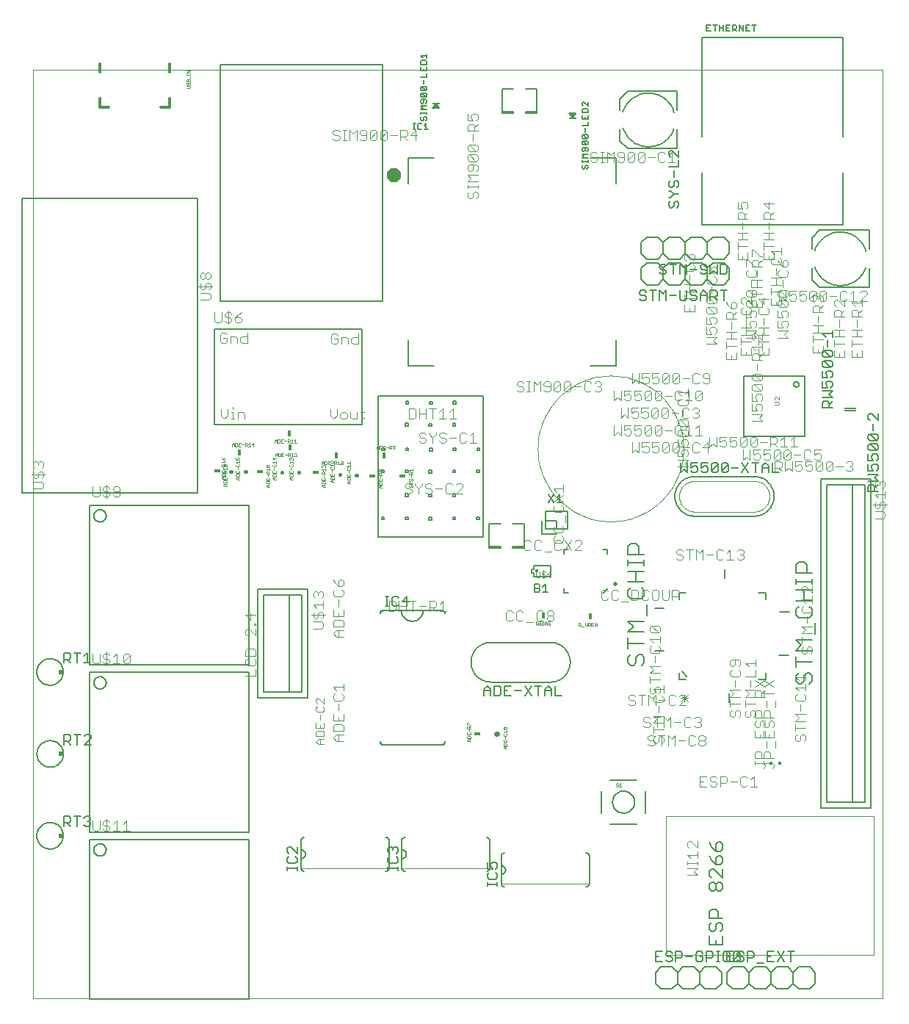
<source format=gto>
G75*
G70*
%OFA0B0*%
%FSLAX24Y24*%
%IPPOS*%
%LPD*%
%AMOC8*
5,1,8,0,0,1.08239X$1,22.5*
%
%ADD10C,0.0004*%
%ADD11C,0.0040*%
%ADD12C,0.0160*%
%ADD13C,0.0010*%
%ADD14C,0.0030*%
%ADD15C,0.0220*%
%ADD16C,0.0080*%
%ADD17C,0.0060*%
%ADD18C,0.0320*%
%ADD19C,0.0020*%
%ADD20C,0.0050*%
%ADD21R,0.0350X0.0075*%
%ADD22R,0.0280X0.0160*%
%ADD23R,0.0160X0.0280*%
%ADD24R,0.0300X0.0180*%
%ADD25C,0.0039*%
%ADD26C,0.0000*%
%ADD27R,0.0118X0.0118*%
%ADD28R,0.0230X0.0240*%
%ADD29R,0.0551X0.0039*%
%ADD30R,0.0551X0.0079*%
%ADD31R,0.0039X0.0079*%
%ADD32C,0.0079*%
%ADD33C,0.0197*%
%ADD34R,0.0118X0.0157*%
%ADD35C,0.0120*%
D10*
X002971Y001207D02*
X041554Y001207D01*
X041554Y043333D01*
X002971Y043333D01*
X002971Y001207D01*
D11*
X005769Y008820D02*
X005922Y008820D01*
X005999Y008897D01*
X005999Y009280D01*
X006152Y009204D02*
X006229Y009280D01*
X006383Y009280D01*
X006459Y009204D01*
X006383Y009050D02*
X006229Y009050D01*
X006152Y009127D01*
X006152Y009204D01*
X006306Y009357D02*
X006306Y008743D01*
X006383Y008820D02*
X006459Y008897D01*
X006459Y008973D01*
X006383Y009050D01*
X006383Y008820D02*
X006229Y008820D01*
X006152Y008897D01*
X005769Y008820D02*
X005692Y008897D01*
X005692Y009280D01*
X006613Y009127D02*
X006766Y009280D01*
X006766Y008820D01*
X006613Y008820D02*
X006920Y008820D01*
X007073Y008820D02*
X007380Y008820D01*
X007227Y008820D02*
X007227Y009280D01*
X007073Y009127D01*
X012627Y015839D02*
X013087Y015839D01*
X013087Y016146D01*
X013010Y016300D02*
X013087Y016376D01*
X013087Y016530D01*
X013010Y016607D01*
X013087Y016760D02*
X013087Y016990D01*
X013010Y017067D01*
X012703Y017067D01*
X012627Y016990D01*
X012627Y016760D01*
X013087Y016760D01*
X012703Y016607D02*
X012627Y016530D01*
X012627Y016376D01*
X012703Y016300D01*
X013010Y016300D01*
X013164Y017220D02*
X013164Y017527D01*
X013087Y017681D02*
X012780Y017988D01*
X012703Y017988D01*
X012627Y017911D01*
X012627Y017758D01*
X012703Y017681D01*
X013087Y017681D02*
X013087Y017988D01*
X013087Y018141D02*
X013087Y018218D01*
X013010Y018218D01*
X013010Y018141D01*
X013087Y018141D01*
X012857Y018371D02*
X012857Y018678D01*
X013087Y018602D02*
X012627Y018602D01*
X012857Y018371D01*
X015623Y018604D02*
X016237Y018604D01*
X016160Y018527D02*
X016160Y018681D01*
X016083Y018758D01*
X016006Y018758D01*
X015930Y018681D01*
X015930Y018527D01*
X015853Y018451D01*
X015776Y018451D01*
X015700Y018527D01*
X015700Y018681D01*
X015776Y018758D01*
X015853Y018911D02*
X015700Y019064D01*
X016160Y019064D01*
X016160Y018911D02*
X016160Y019218D01*
X016083Y019371D02*
X016160Y019448D01*
X016160Y019602D01*
X016083Y019678D01*
X016006Y019678D01*
X015930Y019602D01*
X015930Y019525D01*
X015930Y019602D02*
X015853Y019678D01*
X015776Y019678D01*
X015700Y019602D01*
X015700Y019448D01*
X015776Y019371D01*
X016611Y019530D02*
X016688Y019453D01*
X016995Y019453D01*
X017071Y019530D01*
X017071Y019683D01*
X016995Y019760D01*
X016995Y019913D02*
X017071Y019990D01*
X017071Y020143D01*
X016995Y020220D01*
X016918Y020220D01*
X016841Y020143D01*
X016841Y019913D01*
X016995Y019913D01*
X016841Y019913D02*
X016688Y020067D01*
X016611Y020220D01*
X016688Y019760D02*
X016611Y019683D01*
X016611Y019530D01*
X016841Y019299D02*
X016841Y018993D01*
X016611Y018839D02*
X016611Y018532D01*
X017071Y018532D01*
X017071Y018839D01*
X016841Y018686D02*
X016841Y018532D01*
X016688Y018379D02*
X016995Y018379D01*
X017071Y018302D01*
X017071Y018072D01*
X016611Y018072D01*
X016611Y018302D01*
X016688Y018379D01*
X016764Y017918D02*
X017071Y017918D01*
X016841Y017918D02*
X016841Y017611D01*
X016764Y017611D02*
X017071Y017611D01*
X016764Y017611D02*
X016611Y017765D01*
X016764Y017918D01*
X016160Y018067D02*
X016160Y018220D01*
X016083Y018297D01*
X015700Y018297D01*
X015700Y017990D02*
X016083Y017990D01*
X016160Y018067D01*
X016083Y018451D02*
X016160Y018527D01*
X019132Y018783D02*
X019362Y018783D01*
X019439Y018860D01*
X019439Y019167D01*
X019362Y019243D01*
X019132Y019243D01*
X019132Y018783D01*
X019592Y018783D02*
X019592Y019243D01*
X019592Y019013D02*
X019899Y019013D01*
X019899Y019243D02*
X019899Y018783D01*
X020206Y018783D02*
X020206Y019243D01*
X020053Y019243D02*
X020360Y019243D01*
X020513Y019013D02*
X020820Y019013D01*
X020974Y018936D02*
X021204Y018936D01*
X021281Y019013D01*
X021281Y019167D01*
X021204Y019243D01*
X020974Y019243D01*
X020974Y018783D01*
X021127Y018936D02*
X021281Y018783D01*
X021434Y018783D02*
X021741Y018783D01*
X021587Y018783D02*
X021587Y019243D01*
X021434Y019090D01*
X024463Y018725D02*
X024463Y018418D01*
X024540Y018342D01*
X024693Y018342D01*
X024770Y018418D01*
X024923Y018418D02*
X025000Y018342D01*
X025154Y018342D01*
X025230Y018418D01*
X025384Y018265D02*
X025691Y018265D01*
X025844Y018418D02*
X025921Y018342D01*
X026074Y018342D01*
X026151Y018418D01*
X026304Y018418D02*
X026304Y018495D01*
X026381Y018572D01*
X026535Y018572D01*
X026611Y018495D01*
X026611Y018418D01*
X026535Y018342D01*
X026381Y018342D01*
X026304Y018418D01*
X026381Y018572D02*
X026304Y018649D01*
X026304Y018725D01*
X026381Y018802D01*
X026535Y018802D01*
X026611Y018725D01*
X026611Y018649D01*
X026535Y018572D01*
X026151Y018725D02*
X026074Y018802D01*
X025921Y018802D01*
X025844Y018725D01*
X025844Y018418D01*
X025230Y018725D02*
X025154Y018802D01*
X025000Y018802D01*
X024923Y018725D01*
X024923Y018418D01*
X024770Y018725D02*
X024693Y018802D01*
X024540Y018802D01*
X024463Y018725D01*
X026203Y021464D02*
X026510Y021464D01*
X026663Y021617D02*
X026740Y021540D01*
X026893Y021540D01*
X026970Y021617D01*
X027124Y021540D02*
X027431Y022001D01*
X027584Y021924D02*
X027661Y022001D01*
X027814Y022001D01*
X027891Y021924D01*
X027891Y021847D01*
X027584Y021540D01*
X027891Y021540D01*
X027431Y021540D02*
X027124Y022001D01*
X027061Y021970D02*
X027061Y022123D01*
X026985Y022200D01*
X026985Y022353D02*
X027061Y022430D01*
X027061Y022583D01*
X026985Y022660D01*
X027138Y022814D02*
X027138Y023121D01*
X026985Y023274D02*
X027061Y023351D01*
X027061Y023504D01*
X026985Y023581D01*
X027061Y023734D02*
X026601Y024041D01*
X026755Y024195D02*
X026601Y024348D01*
X027061Y024348D01*
X027061Y024195D02*
X027061Y024502D01*
X027061Y024041D02*
X026601Y023734D01*
X026678Y023581D02*
X026601Y023504D01*
X026601Y023351D01*
X026678Y023274D01*
X026985Y023274D01*
X026678Y022660D02*
X026601Y022583D01*
X026601Y022430D01*
X026678Y022353D01*
X026985Y022353D01*
X026678Y022200D02*
X026601Y022123D01*
X026601Y021970D01*
X026678Y021893D01*
X026985Y021893D01*
X027061Y021970D01*
X026970Y021924D02*
X026893Y022001D01*
X026740Y022001D01*
X026663Y021924D01*
X026663Y021617D01*
X026049Y021617D02*
X025973Y021540D01*
X025819Y021540D01*
X025742Y021617D01*
X025742Y021924D01*
X025819Y022001D01*
X025973Y022001D01*
X026049Y021924D01*
X025589Y021924D02*
X025512Y022001D01*
X025359Y022001D01*
X025282Y021924D01*
X025282Y021617D01*
X025359Y021540D01*
X025512Y021540D01*
X025589Y021617D01*
X028775Y019676D02*
X028775Y019369D01*
X028851Y019292D01*
X029005Y019292D01*
X029082Y019369D01*
X029235Y019369D02*
X029312Y019292D01*
X029465Y019292D01*
X029542Y019369D01*
X029696Y019216D02*
X030002Y019216D01*
X030156Y019292D02*
X030386Y019292D01*
X030463Y019369D01*
X030463Y019676D01*
X030386Y019753D01*
X030156Y019753D01*
X030156Y019292D01*
X030616Y019369D02*
X030693Y019292D01*
X030846Y019292D01*
X030923Y019369D01*
X031077Y019369D02*
X031153Y019292D01*
X031307Y019292D01*
X031384Y019369D01*
X031384Y019676D01*
X031307Y019753D01*
X031153Y019753D01*
X031077Y019676D01*
X031077Y019369D01*
X030923Y019676D02*
X030846Y019753D01*
X030693Y019753D01*
X030616Y019676D01*
X030616Y019369D01*
X029542Y019676D02*
X029465Y019753D01*
X029312Y019753D01*
X029235Y019676D01*
X029235Y019369D01*
X029082Y019676D02*
X029005Y019753D01*
X028851Y019753D01*
X028775Y019676D01*
X030981Y018045D02*
X031058Y018122D01*
X031365Y017815D01*
X031441Y017891D01*
X031441Y018045D01*
X031365Y018122D01*
X031058Y018122D01*
X030981Y018045D02*
X030981Y017891D01*
X031058Y017815D01*
X031365Y017815D01*
X031441Y017661D02*
X031441Y017354D01*
X031441Y017508D02*
X030981Y017508D01*
X031134Y017354D01*
X031058Y017201D02*
X030981Y017124D01*
X030981Y016971D01*
X031058Y016894D01*
X031365Y016894D01*
X031441Y016971D01*
X031441Y017124D01*
X031365Y017201D01*
X031211Y016740D02*
X031211Y016433D01*
X030981Y016280D02*
X031441Y016280D01*
X031441Y015973D02*
X030981Y015973D01*
X031134Y016127D01*
X030981Y016280D01*
X030981Y015820D02*
X030981Y015513D01*
X030981Y015666D02*
X031441Y015666D01*
X031605Y015399D02*
X031605Y015092D01*
X031605Y015245D02*
X031144Y015245D01*
X031298Y015092D01*
X031365Y015052D02*
X031441Y015129D01*
X031441Y015282D01*
X031365Y015359D01*
X031288Y015359D01*
X031211Y015282D01*
X031211Y015129D01*
X031134Y015052D01*
X031058Y015052D01*
X030981Y015129D01*
X030981Y015282D01*
X031058Y015359D01*
X030926Y014979D02*
X031079Y014826D01*
X031233Y014979D01*
X031233Y014519D01*
X031221Y014631D02*
X031528Y014631D01*
X031605Y014708D01*
X031605Y014862D01*
X031528Y014938D01*
X031386Y014749D02*
X031693Y014749D01*
X031847Y014902D02*
X031847Y014596D01*
X031923Y014519D01*
X032077Y014519D01*
X032154Y014596D01*
X032307Y014519D02*
X032614Y014826D01*
X032614Y014902D01*
X032537Y014979D01*
X032384Y014979D01*
X032307Y014902D01*
X032154Y014902D02*
X032077Y014979D01*
X031923Y014979D01*
X031847Y014902D01*
X031221Y014938D02*
X031144Y014862D01*
X031144Y014708D01*
X031221Y014631D01*
X031375Y014478D02*
X031375Y014171D01*
X031309Y013979D02*
X031309Y013519D01*
X031144Y013557D02*
X031144Y013250D01*
X031122Y013143D02*
X030969Y013143D01*
X030892Y013066D01*
X030892Y012989D01*
X030969Y012912D01*
X031122Y012912D01*
X031199Y012836D01*
X031199Y012759D01*
X031122Y012682D01*
X030969Y012682D01*
X030892Y012759D01*
X031144Y012867D02*
X031221Y012790D01*
X031298Y012790D01*
X031375Y012867D01*
X031375Y013020D01*
X031451Y013097D01*
X031528Y013097D01*
X031605Y013020D01*
X031605Y012867D01*
X031528Y012790D01*
X031506Y012682D02*
X031506Y013143D01*
X031353Y013143D02*
X031660Y013143D01*
X031813Y013143D02*
X031967Y012989D01*
X032120Y013143D01*
X032120Y012682D01*
X032273Y012912D02*
X032580Y012912D01*
X032734Y012759D02*
X032811Y012682D01*
X032964Y012682D01*
X033041Y012759D01*
X033194Y012759D02*
X033194Y012836D01*
X033271Y012912D01*
X033424Y012912D01*
X033501Y012836D01*
X033501Y012759D01*
X033424Y012682D01*
X033271Y012682D01*
X033194Y012759D01*
X033271Y012912D02*
X033194Y012989D01*
X033194Y013066D01*
X033271Y013143D01*
X033424Y013143D01*
X033501Y013066D01*
X033501Y012989D01*
X033424Y012912D01*
X033041Y013066D02*
X032964Y013143D01*
X032811Y013143D01*
X032734Y013066D01*
X032734Y012759D01*
X032767Y013519D02*
X032614Y013519D01*
X032537Y013596D01*
X032537Y013902D01*
X032614Y013979D01*
X032767Y013979D01*
X032844Y013902D01*
X032997Y013902D02*
X033074Y013979D01*
X033228Y013979D01*
X033304Y013902D01*
X033304Y013826D01*
X033228Y013749D01*
X033304Y013672D01*
X033304Y013596D01*
X033228Y013519D01*
X033074Y013519D01*
X032997Y013596D01*
X032844Y013596D02*
X032767Y013519D01*
X032384Y013749D02*
X032077Y013749D01*
X031923Y013979D02*
X031923Y013519D01*
X031616Y013519D02*
X031616Y013979D01*
X031770Y013826D01*
X031923Y013979D01*
X031605Y014018D02*
X031144Y014018D01*
X031298Y013864D01*
X031144Y013711D01*
X031605Y013711D01*
X031463Y013979D02*
X031156Y013979D01*
X031002Y013902D02*
X030926Y013979D01*
X030772Y013979D01*
X030695Y013902D01*
X030695Y013826D01*
X030772Y013749D01*
X030926Y013749D01*
X031002Y013672D01*
X031002Y013596D01*
X030926Y013519D01*
X030772Y013519D01*
X030695Y013596D01*
X031144Y013404D02*
X031605Y013404D01*
X031813Y013143D02*
X031813Y012682D01*
X031144Y012867D02*
X031144Y013020D01*
X031221Y013097D01*
X031199Y013066D02*
X031122Y013143D01*
X030926Y014519D02*
X030926Y014979D01*
X030772Y014979D02*
X030465Y014979D01*
X030619Y014979D02*
X030619Y014519D01*
X030312Y014596D02*
X030235Y014519D01*
X030082Y014519D01*
X030005Y014596D01*
X030082Y014749D02*
X030235Y014749D01*
X030312Y014672D01*
X030312Y014596D01*
X030082Y014749D02*
X030005Y014826D01*
X030005Y014902D01*
X030082Y014979D01*
X030235Y014979D01*
X030312Y014902D01*
X032307Y014519D02*
X032614Y014519D01*
X033151Y013749D02*
X033228Y013749D01*
X034623Y014046D02*
X034699Y013970D01*
X034776Y013970D01*
X034853Y014046D01*
X034853Y014200D01*
X034930Y014277D01*
X035006Y014277D01*
X035083Y014200D01*
X035083Y014046D01*
X035006Y013970D01*
X035312Y014046D02*
X035388Y013970D01*
X035465Y013970D01*
X035542Y014046D01*
X035542Y014200D01*
X035619Y014277D01*
X035695Y014277D01*
X035772Y014200D01*
X035772Y014046D01*
X035695Y013970D01*
X035755Y013959D02*
X035755Y014189D01*
X035831Y014266D01*
X035985Y014266D01*
X036062Y014189D01*
X036062Y013959D01*
X036148Y013959D02*
X036148Y014189D01*
X036225Y014266D01*
X036379Y014266D01*
X036455Y014189D01*
X036455Y013959D01*
X036609Y013959D02*
X036148Y013959D01*
X036215Y013959D02*
X035755Y013959D01*
X035831Y013805D02*
X035755Y013728D01*
X035755Y013575D01*
X035831Y013498D01*
X035908Y013498D01*
X035985Y013575D01*
X035985Y013728D01*
X036062Y013805D01*
X036138Y013805D01*
X036215Y013728D01*
X036215Y013575D01*
X036138Y013498D01*
X036148Y013575D02*
X036225Y013498D01*
X036302Y013498D01*
X036379Y013575D01*
X036379Y013728D01*
X036455Y013805D01*
X036532Y013805D01*
X036609Y013728D01*
X036609Y013575D01*
X036532Y013498D01*
X036609Y013345D02*
X036609Y013038D01*
X036148Y013038D01*
X036148Y013345D01*
X036215Y013345D02*
X036215Y013038D01*
X035755Y013038D01*
X035755Y013345D01*
X035985Y013191D02*
X035985Y013038D01*
X036292Y012884D02*
X036292Y012577D01*
X036225Y012424D02*
X036379Y012424D01*
X036455Y012347D01*
X036455Y012117D01*
X036609Y012117D02*
X036148Y012117D01*
X036148Y012347D01*
X036225Y012424D01*
X036062Y012347D02*
X036062Y012117D01*
X036215Y012117D02*
X035755Y012117D01*
X035755Y012347D01*
X035831Y012424D01*
X035985Y012424D01*
X036062Y012347D01*
X036148Y011964D02*
X036148Y011810D01*
X036215Y011810D02*
X036138Y011887D01*
X035755Y011887D01*
X035755Y011810D02*
X035755Y011964D01*
X036148Y011887D02*
X036532Y011887D01*
X036609Y011810D01*
X036609Y011733D01*
X036532Y011657D01*
X036215Y011733D02*
X036215Y011810D01*
X036215Y011733D02*
X036138Y011657D01*
X035708Y011288D02*
X035708Y010828D01*
X035555Y010828D02*
X035862Y010828D01*
X035555Y011135D02*
X035708Y011288D01*
X035402Y011212D02*
X035325Y011288D01*
X035171Y011288D01*
X035095Y011212D01*
X035095Y010905D01*
X035171Y010828D01*
X035325Y010828D01*
X035402Y010905D01*
X034941Y011058D02*
X034634Y011058D01*
X034481Y011058D02*
X034404Y010981D01*
X034174Y010981D01*
X034174Y010828D02*
X034174Y011288D01*
X034404Y011288D01*
X034481Y011212D01*
X034481Y011058D01*
X034020Y010981D02*
X034020Y010905D01*
X033944Y010828D01*
X033790Y010828D01*
X033713Y010905D01*
X033560Y010828D02*
X033253Y010828D01*
X033253Y011288D01*
X033560Y011288D01*
X033713Y011212D02*
X033713Y011135D01*
X033790Y011058D01*
X033944Y011058D01*
X034020Y010981D01*
X034020Y011212D02*
X033944Y011288D01*
X033790Y011288D01*
X033713Y011212D01*
X033407Y011058D02*
X033253Y011058D01*
X033140Y008342D02*
X033140Y008035D01*
X032833Y008342D01*
X032757Y008342D01*
X032680Y008265D01*
X032680Y008112D01*
X032757Y008035D01*
X032680Y007728D02*
X033140Y007728D01*
X033140Y007881D02*
X033140Y007574D01*
X033140Y007421D02*
X033140Y007267D01*
X033140Y007344D02*
X032680Y007344D01*
X032680Y007267D02*
X032680Y007421D01*
X032833Y007574D02*
X032680Y007728D01*
X032680Y007114D02*
X033140Y007114D01*
X032987Y006961D01*
X033140Y006807D01*
X032680Y006807D01*
X036685Y012577D02*
X036685Y012884D01*
X036379Y013038D02*
X036379Y013191D01*
X036148Y013575D02*
X036148Y013728D01*
X036225Y013805D01*
X036292Y014419D02*
X036292Y014726D01*
X036215Y014879D02*
X035755Y014879D01*
X035755Y015110D01*
X035831Y015186D01*
X035985Y015186D01*
X036062Y015110D01*
X036062Y014879D01*
X036148Y014879D02*
X036148Y015186D01*
X036215Y015186D02*
X036062Y015033D01*
X036148Y015033D02*
X036609Y015033D01*
X036609Y015340D02*
X036148Y015647D01*
X036215Y015647D02*
X035755Y015340D01*
X035772Y015197D02*
X035312Y015197D01*
X035465Y015044D01*
X035312Y014890D01*
X035772Y014890D01*
X035772Y014583D02*
X035312Y014583D01*
X035312Y014430D02*
X035312Y014737D01*
X035083Y014890D02*
X034623Y014890D01*
X034776Y015044D01*
X034623Y015197D01*
X035083Y015197D01*
X034853Y015351D02*
X034853Y015658D01*
X035006Y015811D02*
X035083Y015888D01*
X035083Y016041D01*
X035006Y016118D01*
X035006Y016272D02*
X035083Y016348D01*
X035083Y016502D01*
X035006Y016578D01*
X034699Y016578D01*
X034623Y016502D01*
X034623Y016348D01*
X034699Y016272D01*
X034776Y016272D01*
X034853Y016348D01*
X034853Y016578D01*
X035312Y016425D02*
X035772Y016425D01*
X035772Y016272D02*
X035772Y016578D01*
X035465Y016272D02*
X035312Y016425D01*
X035772Y016118D02*
X035772Y015811D01*
X035312Y015811D01*
X035542Y015658D02*
X035542Y015351D01*
X035755Y015647D02*
X036215Y015340D01*
X036148Y015340D02*
X036609Y015647D01*
X036685Y014726D02*
X036685Y014419D01*
X037591Y014099D02*
X038052Y014099D01*
X037821Y014252D02*
X037821Y014559D01*
X037668Y014712D02*
X037975Y014712D01*
X038052Y014789D01*
X038052Y014943D01*
X037975Y015019D01*
X038052Y015173D02*
X038052Y015480D01*
X038052Y015633D02*
X038052Y015940D01*
X038052Y015787D02*
X037591Y015787D01*
X037745Y015633D01*
X037591Y015326D02*
X038052Y015326D01*
X037745Y015173D02*
X037591Y015326D01*
X037668Y015019D02*
X037591Y014943D01*
X037591Y014789D01*
X037668Y014712D01*
X037591Y014099D02*
X037745Y013945D01*
X037591Y013792D01*
X038052Y013792D01*
X038052Y013485D02*
X037591Y013485D01*
X037591Y013638D02*
X037591Y013331D01*
X037668Y013178D02*
X037591Y013101D01*
X037591Y012948D01*
X037668Y012871D01*
X037745Y012871D01*
X037821Y012948D01*
X037821Y013101D01*
X037898Y013178D01*
X037975Y013178D01*
X038052Y013101D01*
X038052Y012948D01*
X037975Y012871D01*
X035312Y014046D02*
X035312Y014200D01*
X035388Y014277D01*
X035083Y014583D02*
X034623Y014583D01*
X034623Y014430D02*
X034623Y014737D01*
X034699Y014277D02*
X034623Y014200D01*
X034623Y014046D01*
X034699Y015811D02*
X035006Y015811D01*
X034699Y015811D02*
X034623Y015888D01*
X034623Y016041D01*
X034699Y016118D01*
X032228Y019446D02*
X031997Y019446D01*
X031997Y019292D02*
X031997Y019753D01*
X032228Y019753D01*
X032304Y019676D01*
X032304Y019523D01*
X032228Y019446D01*
X031844Y019369D02*
X031844Y019753D01*
X031537Y019753D02*
X031537Y019369D01*
X031614Y019292D01*
X031767Y019292D01*
X031844Y019369D01*
X032247Y021113D02*
X032170Y021190D01*
X032247Y021113D02*
X032401Y021113D01*
X032477Y021190D01*
X032477Y021267D01*
X032401Y021344D01*
X032247Y021344D01*
X032170Y021420D01*
X032170Y021497D01*
X032247Y021574D01*
X032401Y021574D01*
X032477Y021497D01*
X032631Y021574D02*
X032938Y021574D01*
X033091Y021574D02*
X033245Y021420D01*
X033398Y021574D01*
X033398Y021113D01*
X033552Y021344D02*
X033858Y021344D01*
X034012Y021497D02*
X034089Y021574D01*
X034242Y021574D01*
X034319Y021497D01*
X034472Y021420D02*
X034626Y021574D01*
X034626Y021113D01*
X034779Y021113D02*
X034472Y021113D01*
X034319Y021190D02*
X034242Y021113D01*
X034089Y021113D01*
X034012Y021190D01*
X034012Y021497D01*
X034933Y021497D02*
X035009Y021574D01*
X035163Y021574D01*
X035240Y021497D01*
X035240Y021420D01*
X035163Y021344D01*
X035240Y021267D01*
X035240Y021190D01*
X035163Y021113D01*
X035009Y021113D01*
X034933Y021190D01*
X035086Y021344D02*
X035163Y021344D01*
X033091Y021113D02*
X033091Y021574D01*
X032784Y021574D02*
X032784Y021113D01*
X032721Y025338D02*
X032261Y025338D01*
X032261Y025645D02*
X032721Y025645D01*
X032567Y025491D01*
X032721Y025338D01*
X032644Y025798D02*
X032721Y025875D01*
X032721Y026028D01*
X032644Y026105D01*
X032491Y026105D01*
X032414Y026028D01*
X032414Y025952D01*
X032491Y025798D01*
X032261Y025798D01*
X032261Y026105D01*
X032317Y026046D02*
X032240Y025970D01*
X032087Y025970D01*
X032010Y026046D01*
X032317Y026353D01*
X032317Y026046D01*
X032470Y026200D02*
X032777Y026200D01*
X032644Y026259D02*
X032721Y026335D01*
X032721Y026489D01*
X032644Y026565D01*
X032491Y026565D01*
X032414Y026489D01*
X032414Y026412D01*
X032491Y026259D01*
X032261Y026259D01*
X032261Y026565D01*
X032240Y026430D02*
X032317Y026353D01*
X032240Y026430D02*
X032087Y026430D01*
X032010Y026353D01*
X032010Y026046D01*
X031856Y026046D02*
X031856Y026353D01*
X031550Y026046D01*
X031626Y025970D01*
X031780Y025970D01*
X031856Y026046D01*
X031550Y026046D02*
X031550Y026353D01*
X031626Y026430D01*
X031780Y026430D01*
X031856Y026353D01*
X031396Y026430D02*
X031089Y026430D01*
X031089Y026200D01*
X031243Y026277D01*
X031319Y026277D01*
X031396Y026200D01*
X031396Y026046D01*
X031319Y025970D01*
X031166Y025970D01*
X031089Y026046D01*
X030936Y026046D02*
X030936Y026200D01*
X030859Y026277D01*
X030782Y026277D01*
X030629Y026200D01*
X030629Y026430D01*
X030936Y026430D01*
X030975Y026757D02*
X030821Y026757D01*
X030745Y026834D01*
X031052Y027141D01*
X031052Y026834D01*
X030975Y026757D01*
X031205Y026834D02*
X031205Y027141D01*
X031282Y027217D01*
X031435Y027217D01*
X031512Y027141D01*
X031205Y026834D01*
X031282Y026757D01*
X031435Y026757D01*
X031512Y026834D01*
X031512Y027141D01*
X031665Y026987D02*
X031972Y026987D01*
X032126Y026834D02*
X032203Y026757D01*
X032356Y026757D01*
X032433Y026834D01*
X032337Y026719D02*
X032261Y026796D01*
X032261Y026949D01*
X032337Y027026D01*
X032644Y026719D01*
X032721Y026796D01*
X032721Y026949D01*
X032644Y027026D01*
X032337Y027026D01*
X032433Y027141D02*
X032356Y027217D01*
X032203Y027217D01*
X032126Y027141D01*
X032126Y026834D01*
X032337Y026719D02*
X032644Y026719D01*
X032586Y026757D02*
X032893Y026757D01*
X032740Y026757D02*
X032740Y027217D01*
X032586Y027064D01*
X032644Y027179D02*
X032337Y027486D01*
X032644Y027486D01*
X032721Y027409D01*
X032721Y027256D01*
X032644Y027179D01*
X032337Y027179D01*
X032261Y027256D01*
X032261Y027409D01*
X032337Y027486D01*
X032439Y027621D02*
X032515Y027544D01*
X032669Y027544D01*
X032746Y027621D01*
X032899Y027621D02*
X032976Y027544D01*
X033129Y027544D01*
X033206Y027621D01*
X033206Y027698D01*
X033129Y027775D01*
X033052Y027775D01*
X033129Y027775D02*
X033206Y027851D01*
X033206Y027928D01*
X033129Y028005D01*
X032976Y028005D01*
X032899Y027928D01*
X032746Y027928D02*
X032669Y028005D01*
X032515Y028005D01*
X032439Y027928D01*
X032439Y027621D01*
X032491Y027640D02*
X032491Y027947D01*
X032644Y028100D02*
X032721Y028177D01*
X032721Y028330D01*
X032644Y028407D01*
X032586Y028332D02*
X032893Y028332D01*
X032740Y028332D02*
X032740Y028792D01*
X032586Y028639D01*
X032721Y028714D02*
X032261Y028714D01*
X032414Y028560D01*
X032433Y028409D02*
X032356Y028332D01*
X032203Y028332D01*
X032126Y028409D01*
X032126Y028715D01*
X032203Y028792D01*
X032356Y028792D01*
X032433Y028715D01*
X032337Y028407D02*
X032261Y028330D01*
X032261Y028177D01*
X032337Y028100D01*
X032644Y028100D01*
X032721Y028560D02*
X032721Y028867D01*
X033047Y028715D02*
X033123Y028792D01*
X033277Y028792D01*
X033354Y028715D01*
X033047Y028409D01*
X033123Y028332D01*
X033277Y028332D01*
X033354Y028409D01*
X033354Y028715D01*
X033047Y028715D02*
X033047Y028409D01*
X033007Y029119D02*
X033161Y029119D01*
X033238Y029196D01*
X033391Y029196D02*
X033468Y029119D01*
X033621Y029119D01*
X033698Y029196D01*
X033698Y029503D01*
X033621Y029580D01*
X033468Y029580D01*
X033391Y029503D01*
X033391Y029426D01*
X033468Y029349D01*
X033698Y029349D01*
X033238Y029503D02*
X033161Y029580D01*
X033007Y029580D01*
X032931Y029503D01*
X032931Y029196D01*
X033007Y029119D01*
X032777Y029349D02*
X032470Y029349D01*
X032317Y029196D02*
X032317Y029503D01*
X032010Y029196D01*
X032087Y029119D01*
X032240Y029119D01*
X032317Y029196D01*
X032317Y029503D02*
X032240Y029580D01*
X032087Y029580D01*
X032010Y029503D01*
X032010Y029196D01*
X031856Y029196D02*
X031856Y029503D01*
X031550Y029196D01*
X031626Y029119D01*
X031780Y029119D01*
X031856Y029196D01*
X031550Y029196D02*
X031550Y029503D01*
X031626Y029580D01*
X031780Y029580D01*
X031856Y029503D01*
X031396Y029580D02*
X031089Y029580D01*
X031089Y029349D01*
X031243Y029426D01*
X031319Y029426D01*
X031396Y029349D01*
X031396Y029196D01*
X031319Y029119D01*
X031166Y029119D01*
X031089Y029196D01*
X030936Y029196D02*
X030936Y029349D01*
X030859Y029426D01*
X030782Y029426D01*
X030629Y029349D01*
X030629Y029580D01*
X030936Y029580D01*
X030936Y029196D02*
X030859Y029119D01*
X030705Y029119D01*
X030629Y029196D01*
X030475Y029119D02*
X030475Y029580D01*
X030168Y029580D02*
X030168Y029119D01*
X030322Y029273D01*
X030475Y029119D01*
X030591Y028792D02*
X030284Y028792D01*
X030284Y028562D01*
X030438Y028639D01*
X030514Y028639D01*
X030591Y028562D01*
X030591Y028409D01*
X030514Y028332D01*
X030361Y028332D01*
X030284Y028409D01*
X030131Y028409D02*
X030054Y028332D01*
X029901Y028332D01*
X029824Y028409D01*
X029824Y028562D02*
X029977Y028639D01*
X030054Y028639D01*
X030131Y028562D01*
X030131Y028409D01*
X029824Y028562D02*
X029824Y028792D01*
X030131Y028792D01*
X029670Y028792D02*
X029670Y028332D01*
X029517Y028485D01*
X029363Y028332D01*
X029363Y028792D01*
X029676Y028005D02*
X029676Y027544D01*
X029830Y027698D01*
X029983Y027544D01*
X029983Y028005D01*
X030137Y028005D02*
X030137Y027775D01*
X030290Y027851D01*
X030367Y027851D01*
X030444Y027775D01*
X030444Y027621D01*
X030367Y027544D01*
X030213Y027544D01*
X030137Y027621D01*
X030137Y028005D02*
X030444Y028005D01*
X030597Y028005D02*
X030597Y027775D01*
X030750Y027851D01*
X030827Y027851D01*
X030904Y027775D01*
X030904Y027621D01*
X030827Y027544D01*
X030674Y027544D01*
X030597Y027621D01*
X030597Y028005D02*
X030904Y028005D01*
X031057Y027928D02*
X031134Y028005D01*
X031288Y028005D01*
X031364Y027928D01*
X031057Y027621D01*
X031134Y027544D01*
X031288Y027544D01*
X031364Y027621D01*
X031364Y027928D01*
X031518Y027928D02*
X031595Y028005D01*
X031748Y028005D01*
X031825Y027928D01*
X031518Y027621D01*
X031595Y027544D01*
X031748Y027544D01*
X031825Y027621D01*
X031825Y027928D01*
X031978Y027775D02*
X032285Y027775D01*
X031518Y027621D02*
X031518Y027928D01*
X031435Y028332D02*
X031282Y028332D01*
X031205Y028409D01*
X031512Y028715D01*
X031512Y028409D01*
X031435Y028332D01*
X031205Y028409D02*
X031205Y028715D01*
X031282Y028792D01*
X031435Y028792D01*
X031512Y028715D01*
X031665Y028562D02*
X031972Y028562D01*
X031052Y028409D02*
X030975Y028332D01*
X030821Y028332D01*
X030745Y028409D01*
X031052Y028715D01*
X031052Y028409D01*
X031052Y028715D02*
X030975Y028792D01*
X030821Y028792D01*
X030745Y028715D01*
X030745Y028409D01*
X031057Y027928D02*
X031057Y027621D01*
X030975Y027217D02*
X031052Y027141D01*
X030975Y027217D02*
X030821Y027217D01*
X030745Y027141D01*
X030745Y026834D01*
X030591Y026834D02*
X030514Y026757D01*
X030361Y026757D01*
X030284Y026834D01*
X030284Y026987D02*
X030438Y027064D01*
X030514Y027064D01*
X030591Y026987D01*
X030591Y026834D01*
X030284Y026987D02*
X030284Y027217D01*
X030591Y027217D01*
X030131Y027217D02*
X029824Y027217D01*
X029824Y026987D01*
X029977Y027064D01*
X030054Y027064D01*
X030131Y026987D01*
X030131Y026834D01*
X030054Y026757D01*
X029901Y026757D01*
X029824Y026834D01*
X029670Y026757D02*
X029670Y027217D01*
X029363Y027217D02*
X029363Y026757D01*
X029517Y026910D01*
X029670Y026757D01*
X030168Y026430D02*
X030168Y025970D01*
X030322Y026123D01*
X030475Y025970D01*
X030475Y026430D01*
X030629Y026046D02*
X030705Y025970D01*
X030859Y025970D01*
X030936Y026046D01*
X032931Y026046D02*
X033007Y025970D01*
X033161Y025970D01*
X033238Y026046D01*
X033391Y026200D02*
X033698Y026200D01*
X033694Y026233D02*
X033848Y026386D01*
X034001Y026233D01*
X034001Y026693D01*
X034155Y026693D02*
X034155Y026463D01*
X034308Y026540D01*
X034385Y026540D01*
X034462Y026463D01*
X034462Y026310D01*
X034385Y026233D01*
X034232Y026233D01*
X034155Y026310D01*
X034155Y026693D02*
X034462Y026693D01*
X034615Y026693D02*
X034615Y026463D01*
X034769Y026540D01*
X034845Y026540D01*
X034922Y026463D01*
X034922Y026310D01*
X034845Y026233D01*
X034692Y026233D01*
X034615Y026310D01*
X034615Y026693D02*
X034922Y026693D01*
X035076Y026617D02*
X035152Y026693D01*
X035306Y026693D01*
X035383Y026617D01*
X035076Y026310D01*
X035152Y026233D01*
X035306Y026233D01*
X035383Y026310D01*
X035383Y026617D01*
X035536Y026617D02*
X035613Y026693D01*
X035766Y026693D01*
X035843Y026617D01*
X035536Y026310D01*
X035613Y026233D01*
X035766Y026233D01*
X035843Y026310D01*
X035843Y026617D01*
X035996Y026463D02*
X036303Y026463D01*
X036457Y026386D02*
X036687Y026386D01*
X036764Y026463D01*
X036764Y026617D01*
X036687Y026693D01*
X036457Y026693D01*
X036457Y026233D01*
X036449Y026101D02*
X036142Y026101D01*
X036142Y025871D01*
X036296Y025948D01*
X036373Y025948D01*
X036449Y025871D01*
X036449Y025718D01*
X036373Y025641D01*
X036219Y025641D01*
X036142Y025718D01*
X035989Y025718D02*
X035912Y025641D01*
X035759Y025641D01*
X035682Y025718D01*
X035682Y025871D02*
X035835Y025948D01*
X035912Y025948D01*
X035989Y025871D01*
X035989Y025718D01*
X035682Y025871D02*
X035682Y026101D01*
X035989Y026101D01*
X035529Y026101D02*
X035529Y025641D01*
X035375Y025794D01*
X035222Y025641D01*
X035222Y026101D01*
X035076Y026310D02*
X035076Y026617D01*
X035536Y026617D02*
X035536Y026310D01*
X035625Y027404D02*
X036086Y027404D01*
X035932Y027557D01*
X036086Y027711D01*
X035625Y027711D01*
X035625Y027864D02*
X035855Y027864D01*
X035779Y028017D01*
X035779Y028094D01*
X035855Y028171D01*
X036009Y028171D01*
X036086Y028094D01*
X036086Y027941D01*
X036009Y027864D01*
X035625Y027864D02*
X035625Y028171D01*
X035625Y028324D02*
X035855Y028324D01*
X035779Y028478D01*
X035779Y028555D01*
X035855Y028631D01*
X036009Y028631D01*
X036086Y028555D01*
X036086Y028401D01*
X036009Y028324D01*
X035625Y028324D02*
X035625Y028631D01*
X035702Y028785D02*
X035625Y028862D01*
X035625Y029015D01*
X035702Y029092D01*
X036009Y028785D01*
X036086Y028862D01*
X036086Y029015D01*
X036009Y029092D01*
X035702Y029092D01*
X035702Y029245D02*
X035625Y029322D01*
X035625Y029475D01*
X035702Y029552D01*
X036009Y029245D01*
X036086Y029322D01*
X036086Y029475D01*
X036009Y029552D01*
X035702Y029552D01*
X035855Y029706D02*
X035855Y030013D01*
X035932Y030166D02*
X035932Y030396D01*
X035855Y030473D01*
X035702Y030473D01*
X035625Y030396D01*
X035625Y030166D01*
X036086Y030166D01*
X035932Y030319D02*
X036086Y030473D01*
X036148Y030408D02*
X036148Y030561D01*
X036086Y030626D02*
X036086Y030933D01*
X036086Y030780D02*
X035625Y030780D01*
X035779Y030626D01*
X035918Y030715D02*
X035918Y030408D01*
X036378Y030408D01*
X036378Y030715D01*
X036378Y031022D02*
X035918Y031022D01*
X035918Y031175D02*
X035918Y030868D01*
X036086Y031087D02*
X035779Y031394D01*
X035702Y031394D01*
X035625Y031317D01*
X035625Y031163D01*
X035702Y031087D01*
X035591Y031022D02*
X035131Y031022D01*
X035131Y031175D02*
X035131Y030868D01*
X035131Y030715D02*
X035131Y030408D01*
X035591Y030408D01*
X035591Y030715D01*
X035361Y030561D02*
X035361Y030408D01*
X034904Y030520D02*
X034904Y030213D01*
X034443Y030213D01*
X034443Y030520D01*
X034443Y030673D02*
X034443Y030980D01*
X034443Y030827D02*
X034904Y030827D01*
X034904Y031134D02*
X034443Y031134D01*
X034673Y031134D02*
X034673Y031440D01*
X034673Y031594D02*
X034673Y031901D01*
X034750Y032054D02*
X034750Y032285D01*
X034673Y032361D01*
X034520Y032361D01*
X034443Y032285D01*
X034443Y032054D01*
X034904Y032054D01*
X034750Y032208D02*
X034904Y032361D01*
X034827Y032515D02*
X034904Y032591D01*
X034904Y032745D01*
X034827Y032822D01*
X034750Y032822D01*
X034673Y032745D01*
X034673Y032515D01*
X034827Y032515D01*
X034673Y032515D02*
X034520Y032668D01*
X034443Y032822D01*
X034000Y032817D02*
X033924Y032740D01*
X033617Y033047D01*
X033924Y033047D01*
X034000Y032971D01*
X034000Y032817D01*
X033924Y032740D02*
X033617Y032740D01*
X033540Y032817D01*
X033540Y032971D01*
X033617Y033047D01*
X033770Y033201D02*
X033770Y033508D01*
X033617Y033661D02*
X033924Y033661D01*
X034000Y033738D01*
X034000Y033891D01*
X033924Y033968D01*
X033924Y034121D02*
X033847Y034121D01*
X033770Y034198D01*
X033770Y034352D01*
X033847Y034428D01*
X033924Y034428D01*
X034000Y034352D01*
X034000Y034198D01*
X033924Y034121D01*
X033770Y034198D02*
X033694Y034121D01*
X033617Y034121D01*
X033540Y034198D01*
X033540Y034352D01*
X033617Y034428D01*
X033694Y034428D01*
X033770Y034352D01*
X033617Y033968D02*
X033540Y033891D01*
X033540Y033738D01*
X033617Y033661D01*
X033016Y033603D02*
X032556Y033603D01*
X032786Y033603D02*
X032786Y033296D01*
X033016Y033296D02*
X032556Y033296D01*
X032556Y033142D02*
X032556Y032836D01*
X032556Y032989D02*
X033016Y032989D01*
X033016Y032682D02*
X033016Y032375D01*
X032556Y032375D01*
X032556Y032682D01*
X032786Y032529D02*
X032786Y032375D01*
X033540Y032357D02*
X033540Y032510D01*
X033617Y032587D01*
X033924Y032280D01*
X034000Y032357D01*
X034000Y032510D01*
X033924Y032587D01*
X033617Y032587D01*
X033540Y032357D02*
X033617Y032280D01*
X033924Y032280D01*
X033924Y032126D02*
X034000Y032050D01*
X034000Y031896D01*
X033924Y031820D01*
X033770Y031820D02*
X033694Y031973D01*
X033694Y032050D01*
X033770Y032126D01*
X033924Y032126D01*
X033770Y031820D02*
X033540Y031820D01*
X033540Y032126D01*
X033540Y031666D02*
X033540Y031359D01*
X033770Y031359D01*
X033694Y031513D01*
X033694Y031589D01*
X033770Y031666D01*
X033924Y031666D01*
X034000Y031589D01*
X034000Y031436D01*
X033924Y031359D01*
X034000Y031206D02*
X033847Y031052D01*
X034000Y030899D01*
X033540Y030899D01*
X033540Y031206D02*
X034000Y031206D01*
X034443Y031440D02*
X034904Y031440D01*
X035131Y031329D02*
X035591Y031329D01*
X035668Y031347D02*
X035821Y031501D01*
X035361Y031501D01*
X035361Y031636D02*
X035361Y031329D01*
X035361Y031194D02*
X035821Y031194D01*
X035668Y031347D01*
X035918Y031329D02*
X036378Y031329D01*
X036148Y031329D02*
X036148Y031636D01*
X036148Y031789D02*
X036148Y032096D01*
X035995Y032250D02*
X036302Y032250D01*
X036378Y032326D01*
X036378Y032480D01*
X036302Y032557D01*
X036148Y032710D02*
X036148Y033017D01*
X036066Y032877D02*
X036066Y032570D01*
X035605Y032570D01*
X035605Y032877D01*
X035745Y032882D02*
X035438Y032882D01*
X035745Y032575D01*
X035821Y032652D01*
X035821Y032805D01*
X035745Y032882D01*
X035745Y033036D02*
X035438Y033343D01*
X035745Y033343D01*
X035821Y033266D01*
X035821Y033112D01*
X035745Y033036D01*
X035438Y033036D01*
X035361Y033112D01*
X035361Y033266D01*
X035438Y033343D01*
X035605Y033338D02*
X035605Y033031D01*
X035591Y033017D02*
X035591Y032710D01*
X035284Y033017D01*
X035207Y033017D01*
X035131Y032940D01*
X035131Y032787D01*
X035207Y032710D01*
X035207Y032557D02*
X035131Y032480D01*
X035131Y032326D01*
X035207Y032250D01*
X035514Y032250D01*
X035591Y032326D01*
X035591Y032480D01*
X035514Y032557D01*
X035438Y032575D02*
X035361Y032652D01*
X035361Y032805D01*
X035438Y032882D01*
X035438Y032575D02*
X035745Y032575D01*
X035836Y032570D02*
X035836Y032724D01*
X035995Y032557D02*
X035918Y032480D01*
X035918Y032326D01*
X035995Y032250D01*
X035821Y032192D02*
X035745Y032115D01*
X035821Y032192D02*
X035821Y032345D01*
X035745Y032422D01*
X035591Y032422D01*
X035514Y032345D01*
X035514Y032268D01*
X035591Y032115D01*
X035361Y032115D01*
X035361Y032422D01*
X035361Y032096D02*
X035361Y031789D01*
X035361Y031654D02*
X035591Y031654D01*
X035514Y031808D01*
X035514Y031885D01*
X035591Y031961D01*
X035745Y031961D01*
X035821Y031885D01*
X035821Y031731D01*
X035745Y031654D01*
X035591Y031636D02*
X035131Y031636D01*
X035361Y031654D02*
X035361Y031961D01*
X035918Y031636D02*
X036378Y031636D01*
X036086Y031394D02*
X036086Y031087D01*
X036788Y031194D02*
X037249Y031194D01*
X037095Y031347D01*
X037249Y031501D01*
X036788Y031501D01*
X036788Y031654D02*
X037018Y031654D01*
X036942Y031808D01*
X036942Y031885D01*
X037018Y031961D01*
X037172Y031961D01*
X037249Y031885D01*
X037249Y031731D01*
X037172Y031654D01*
X036788Y031654D02*
X036788Y031961D01*
X036788Y032115D02*
X037018Y032115D01*
X036942Y032268D01*
X036942Y032345D01*
X037018Y032422D01*
X037172Y032422D01*
X037249Y032345D01*
X037249Y032192D01*
X037172Y032115D01*
X036788Y032115D02*
X036788Y032422D01*
X036865Y032575D02*
X036788Y032652D01*
X036788Y032805D01*
X036865Y032882D01*
X037172Y032575D01*
X037249Y032652D01*
X037249Y032805D01*
X037172Y032882D01*
X036865Y032882D01*
X036846Y032861D02*
X036999Y033015D01*
X037153Y032861D01*
X037153Y033322D01*
X037172Y033343D02*
X037249Y033266D01*
X037249Y033112D01*
X037172Y033036D01*
X036865Y033343D01*
X037172Y033343D01*
X037306Y033322D02*
X037306Y033092D01*
X037460Y033168D01*
X037536Y033168D01*
X037613Y033092D01*
X037613Y032938D01*
X037536Y032861D01*
X037383Y032861D01*
X037306Y032938D01*
X037172Y033036D02*
X036865Y033036D01*
X036788Y033112D01*
X036788Y033266D01*
X036865Y033343D01*
X036846Y033322D02*
X036846Y032861D01*
X036723Y032824D02*
X036723Y032670D01*
X036865Y032575D02*
X037172Y032575D01*
X036953Y032670D02*
X036953Y032977D01*
X036953Y032670D02*
X036493Y032670D01*
X036493Y032977D01*
X036378Y032940D02*
X035918Y032940D01*
X036148Y032710D01*
X036066Y033184D02*
X035605Y033184D01*
X035605Y033491D02*
X036066Y033491D01*
X035836Y033491D02*
X035836Y033798D01*
X035836Y033952D02*
X035836Y034258D01*
X035821Y034187D02*
X035745Y034263D01*
X035821Y034187D02*
X035821Y034033D01*
X035745Y033956D01*
X035438Y033956D01*
X035361Y034033D01*
X035361Y034187D01*
X035438Y034263D01*
X035361Y034417D02*
X035361Y034724D01*
X035438Y034724D01*
X035745Y034417D01*
X035821Y034417D01*
X035912Y034412D02*
X035912Y034642D01*
X035836Y034719D01*
X035682Y034719D01*
X035605Y034642D01*
X035605Y034412D01*
X036066Y034412D01*
X035912Y034565D02*
X036066Y034719D01*
X036147Y034736D02*
X036147Y035043D01*
X036147Y035196D02*
X036147Y035503D01*
X036147Y035350D02*
X036607Y035350D01*
X036493Y035126D02*
X036953Y035126D01*
X036953Y035279D02*
X036953Y034972D01*
X036876Y034819D02*
X036953Y034742D01*
X036953Y034589D01*
X036876Y034512D01*
X036570Y034512D01*
X036493Y034589D01*
X036493Y034742D01*
X036570Y034819D01*
X036607Y034736D02*
X036607Y035043D01*
X036646Y034972D02*
X036493Y035126D01*
X036377Y034889D02*
X036377Y034736D01*
X036147Y034736D02*
X036607Y034736D01*
X036788Y034724D02*
X036865Y034570D01*
X037018Y034417D01*
X037018Y034647D01*
X037095Y034724D01*
X037172Y034724D01*
X037249Y034647D01*
X037249Y034493D01*
X037172Y034417D01*
X037018Y034417D01*
X036865Y034263D02*
X036788Y034187D01*
X036788Y034033D01*
X036865Y033956D01*
X037172Y033956D01*
X037249Y034033D01*
X037249Y034187D01*
X037172Y034263D01*
X036953Y033898D02*
X036493Y033898D01*
X036723Y033898D02*
X036723Y033591D01*
X036953Y033591D02*
X036493Y033591D01*
X036493Y033438D02*
X036493Y033131D01*
X036493Y033284D02*
X036953Y033284D01*
X037018Y033496D02*
X037018Y033803D01*
X036723Y034052D02*
X036723Y034358D01*
X036066Y034872D02*
X035989Y034872D01*
X035682Y035179D01*
X035605Y035179D01*
X035605Y034872D01*
X035426Y034736D02*
X035426Y035043D01*
X035196Y034889D02*
X035196Y034736D01*
X034966Y034736D02*
X035426Y034736D01*
X034966Y034736D02*
X034966Y035043D01*
X034966Y035196D02*
X034966Y035503D01*
X034966Y035350D02*
X035426Y035350D01*
X035426Y035657D02*
X034966Y035657D01*
X035196Y035657D02*
X035196Y035963D01*
X035196Y036117D02*
X035196Y036424D01*
X035273Y036577D02*
X035273Y036808D01*
X035196Y036884D01*
X035042Y036884D01*
X034966Y036808D01*
X034966Y036577D01*
X035426Y036577D01*
X035273Y036731D02*
X035426Y036884D01*
X035349Y037038D02*
X035426Y037114D01*
X035426Y037268D01*
X035349Y037345D01*
X035196Y037345D01*
X035119Y037268D01*
X035119Y037191D01*
X035196Y037038D01*
X034966Y037038D01*
X034966Y037345D01*
X036147Y037268D02*
X036377Y037038D01*
X036377Y037345D01*
X036607Y037268D02*
X036147Y037268D01*
X036224Y036884D02*
X036377Y036884D01*
X036454Y036808D01*
X036454Y036577D01*
X036607Y036577D02*
X036147Y036577D01*
X036147Y036808D01*
X036224Y036884D01*
X036454Y036731D02*
X036607Y036884D01*
X036377Y036424D02*
X036377Y036117D01*
X036377Y035963D02*
X036377Y035657D01*
X036607Y035657D02*
X036147Y035657D01*
X036147Y035963D02*
X036607Y035963D01*
X035426Y035963D02*
X034966Y035963D01*
X033016Y034907D02*
X033016Y034754D01*
X032939Y034677D01*
X032939Y034524D02*
X033016Y034447D01*
X033016Y034293D01*
X032939Y034217D01*
X032633Y034217D01*
X032556Y034293D01*
X032556Y034447D01*
X032633Y034524D01*
X032633Y034677D02*
X032556Y034754D01*
X032556Y034907D01*
X032633Y034984D01*
X032709Y034984D01*
X032786Y034907D01*
X032863Y034984D01*
X032939Y034984D01*
X033016Y034907D01*
X032786Y034907D02*
X032786Y034831D01*
X032786Y034063D02*
X032786Y033756D01*
X035591Y033803D02*
X035591Y033496D01*
X035605Y033798D02*
X036066Y033798D01*
X037306Y033322D02*
X037613Y033322D01*
X037767Y033322D02*
X037767Y033092D01*
X037920Y033168D01*
X037997Y033168D01*
X038073Y033092D01*
X038073Y032938D01*
X037997Y032861D01*
X037843Y032861D01*
X037767Y032938D01*
X037767Y033322D02*
X038073Y033322D01*
X038227Y033245D02*
X038227Y032938D01*
X038534Y033245D01*
X038534Y032938D01*
X038457Y032861D01*
X038304Y032861D01*
X038227Y032938D01*
X038380Y032887D02*
X038380Y033040D01*
X038457Y033117D01*
X038534Y033117D01*
X038610Y033040D01*
X038687Y033117D01*
X038764Y033117D01*
X038841Y033040D01*
X038841Y032887D01*
X038764Y032810D01*
X038764Y032861D02*
X038687Y032938D01*
X038994Y033245D01*
X038994Y032938D01*
X038918Y032861D01*
X038764Y032861D01*
X038687Y032938D02*
X038687Y033245D01*
X038764Y033322D01*
X038918Y033322D01*
X038994Y033245D01*
X039148Y033092D02*
X039455Y033092D01*
X039441Y032920D02*
X039364Y032843D01*
X039364Y032690D01*
X039441Y032613D01*
X039441Y032460D02*
X039364Y032383D01*
X039364Y032153D01*
X039825Y032153D01*
X039671Y032153D02*
X039671Y032383D01*
X039595Y032460D01*
X039441Y032460D01*
X039671Y032306D02*
X039825Y032460D01*
X039825Y032613D02*
X039518Y032920D01*
X039441Y032920D01*
X039608Y032938D02*
X039685Y032861D01*
X039838Y032861D01*
X039915Y032938D01*
X039825Y032920D02*
X039825Y032613D01*
X040068Y032861D02*
X040375Y032861D01*
X040222Y032861D02*
X040222Y033322D01*
X040068Y033168D01*
X039915Y033245D02*
X039838Y033322D01*
X039685Y033322D01*
X039608Y033245D01*
X039608Y032938D01*
X040152Y032767D02*
X040612Y032767D01*
X040529Y032861D02*
X040836Y033168D01*
X040836Y033245D01*
X040759Y033322D01*
X040606Y033322D01*
X040529Y033245D01*
X040612Y032920D02*
X040612Y032613D01*
X040612Y032460D02*
X040459Y032306D01*
X040459Y032383D02*
X040459Y032153D01*
X040612Y032153D02*
X040152Y032153D01*
X040152Y032383D01*
X040229Y032460D01*
X040382Y032460D01*
X040459Y032383D01*
X040305Y032613D02*
X040152Y032767D01*
X040529Y032861D02*
X040836Y032861D01*
X040382Y031999D02*
X040382Y031692D01*
X040382Y031539D02*
X040382Y031232D01*
X040612Y031232D02*
X040152Y031232D01*
X040152Y031079D02*
X040152Y030772D01*
X040152Y030925D02*
X040612Y030925D01*
X040612Y030618D02*
X040612Y030311D01*
X040152Y030311D01*
X040152Y030618D01*
X040382Y030465D02*
X040382Y030311D01*
X039825Y030311D02*
X039825Y030618D01*
X039595Y030465D02*
X039595Y030311D01*
X039825Y030311D02*
X039364Y030311D01*
X039364Y030618D01*
X039364Y030772D02*
X039364Y031079D01*
X039364Y031232D02*
X039825Y031232D01*
X039595Y031232D02*
X039595Y031539D01*
X039595Y031692D02*
X039595Y031999D01*
X039364Y031539D02*
X039825Y031539D01*
X040152Y031539D02*
X040612Y031539D01*
X039825Y030925D02*
X039364Y030925D01*
X038841Y030815D02*
X038841Y030508D01*
X038380Y030508D01*
X038380Y030815D01*
X038380Y030968D02*
X038380Y031275D01*
X038380Y031122D02*
X038841Y031122D01*
X038841Y031429D02*
X038380Y031429D01*
X038610Y031429D02*
X038610Y031736D01*
X038610Y031889D02*
X038610Y032196D01*
X038687Y032350D02*
X038687Y032580D01*
X038610Y032657D01*
X038457Y032657D01*
X038380Y032580D01*
X038380Y032350D01*
X038841Y032350D01*
X038687Y032503D02*
X038841Y032657D01*
X038610Y032963D02*
X038610Y033040D01*
X038534Y033245D02*
X038457Y033322D01*
X038304Y033322D01*
X038227Y033245D01*
X038380Y032887D02*
X038457Y032810D01*
X038380Y031736D02*
X038841Y031736D01*
X038610Y030661D02*
X038610Y030508D01*
X036009Y029245D02*
X035702Y029245D01*
X035702Y028785D02*
X036009Y028785D01*
X034673Y030213D02*
X034673Y030366D01*
X033200Y027217D02*
X033047Y027064D01*
X033200Y027217D02*
X033200Y026757D01*
X033047Y026757D02*
X033354Y026757D01*
X033694Y026693D02*
X033694Y026233D01*
X033621Y026430D02*
X033391Y026200D01*
X033238Y026353D02*
X033161Y026430D01*
X033007Y026430D01*
X032931Y026353D01*
X032931Y026046D01*
X033621Y025970D02*
X033621Y026430D01*
X036610Y026386D02*
X036764Y026233D01*
X036833Y026101D02*
X036910Y026025D01*
X036603Y025718D01*
X036679Y025641D01*
X036833Y025641D01*
X036910Y025718D01*
X036910Y026025D01*
X036833Y026101D02*
X036679Y026101D01*
X036603Y026025D01*
X036603Y025718D01*
X036664Y025593D02*
X036895Y025593D01*
X036971Y025517D01*
X036971Y025363D01*
X036895Y025286D01*
X036664Y025286D01*
X036664Y025133D02*
X036664Y025593D01*
X036818Y025286D02*
X036971Y025133D01*
X037125Y025133D02*
X037278Y025286D01*
X037432Y025133D01*
X037432Y025593D01*
X037370Y025718D02*
X037293Y025641D01*
X037140Y025641D01*
X037063Y025718D01*
X037370Y026025D01*
X037370Y025718D01*
X037524Y025871D02*
X037830Y025871D01*
X037984Y025718D02*
X038061Y025641D01*
X038214Y025641D01*
X038291Y025718D01*
X038353Y025593D02*
X038046Y025593D01*
X038046Y025363D01*
X038199Y025440D01*
X038276Y025440D01*
X038353Y025363D01*
X038353Y025210D01*
X038276Y025133D01*
X038122Y025133D01*
X038046Y025210D01*
X037892Y025210D02*
X037815Y025133D01*
X037662Y025133D01*
X037585Y025210D01*
X037585Y025363D02*
X037739Y025440D01*
X037815Y025440D01*
X037892Y025363D01*
X037892Y025210D01*
X037585Y025363D02*
X037585Y025593D01*
X037892Y025593D01*
X037984Y025718D02*
X037984Y026025D01*
X038061Y026101D01*
X038214Y026101D01*
X038291Y026025D01*
X038444Y026101D02*
X038444Y025871D01*
X038598Y025948D01*
X038675Y025948D01*
X038751Y025871D01*
X038751Y025718D01*
X038675Y025641D01*
X038521Y025641D01*
X038444Y025718D01*
X038583Y025593D02*
X038736Y025593D01*
X038813Y025517D01*
X038506Y025210D01*
X038583Y025133D01*
X038736Y025133D01*
X038813Y025210D01*
X038813Y025517D01*
X038966Y025517D02*
X039043Y025593D01*
X039197Y025593D01*
X039273Y025517D01*
X038966Y025210D01*
X039043Y025133D01*
X039197Y025133D01*
X039273Y025210D01*
X039273Y025517D01*
X039427Y025363D02*
X039734Y025363D01*
X039887Y025210D02*
X039964Y025133D01*
X040117Y025133D01*
X040194Y025210D01*
X040194Y025286D01*
X040117Y025363D01*
X040041Y025363D01*
X040117Y025363D02*
X040194Y025440D01*
X040194Y025517D01*
X040117Y025593D01*
X039964Y025593D01*
X039887Y025517D01*
X038966Y025517D02*
X038966Y025210D01*
X038506Y025210D02*
X038506Y025517D01*
X038583Y025593D01*
X038444Y026101D02*
X038751Y026101D01*
X037684Y026233D02*
X037378Y026233D01*
X037531Y026233D02*
X037531Y026693D01*
X037378Y026540D01*
X037224Y026233D02*
X036917Y026233D01*
X037071Y026233D02*
X037071Y026693D01*
X036917Y026540D01*
X037140Y026101D02*
X037293Y026101D01*
X037370Y026025D01*
X037140Y026101D02*
X037063Y026025D01*
X037063Y025718D01*
X037125Y025593D02*
X037125Y025133D01*
X041200Y024602D02*
X041276Y024678D01*
X041353Y024678D01*
X041430Y024602D01*
X041506Y024678D01*
X041583Y024678D01*
X041660Y024602D01*
X041660Y024448D01*
X041583Y024371D01*
X041660Y024218D02*
X041660Y023911D01*
X041660Y024064D02*
X041200Y024064D01*
X041353Y023911D01*
X041276Y023758D02*
X041200Y023681D01*
X041200Y023527D01*
X041276Y023451D01*
X041353Y023451D01*
X041430Y023527D01*
X041430Y023681D01*
X041506Y023758D01*
X041583Y023758D01*
X041660Y023681D01*
X041660Y023527D01*
X041583Y023451D01*
X041583Y023297D02*
X041200Y023297D01*
X041200Y022990D02*
X041583Y022990D01*
X041660Y023067D01*
X041660Y023220D01*
X041583Y023297D01*
X041737Y023604D02*
X041123Y023604D01*
X041276Y024371D02*
X041200Y024448D01*
X041200Y024602D01*
X041430Y024602D02*
X041430Y024525D01*
X038347Y019926D02*
X038347Y019619D01*
X038040Y019926D01*
X037963Y019926D01*
X037887Y019850D01*
X037887Y019696D01*
X037963Y019619D01*
X037887Y019313D02*
X038347Y019313D01*
X038347Y019466D02*
X038347Y019159D01*
X038270Y019006D02*
X038347Y018929D01*
X038347Y018775D01*
X038270Y018699D01*
X037963Y018699D01*
X037887Y018775D01*
X037887Y018929D01*
X037963Y019006D01*
X038040Y019159D02*
X037887Y019313D01*
X038117Y018545D02*
X038117Y018238D01*
X037887Y018085D02*
X038347Y018085D01*
X038347Y017778D02*
X037887Y017778D01*
X038040Y017931D01*
X037887Y018085D01*
X037887Y017624D02*
X037887Y017317D01*
X037887Y017471D02*
X038347Y017471D01*
X038270Y017164D02*
X038347Y017087D01*
X038347Y016934D01*
X038270Y016857D01*
X038117Y016934D02*
X038117Y017087D01*
X038193Y017164D01*
X038270Y017164D01*
X038117Y016934D02*
X038040Y016857D01*
X037963Y016857D01*
X037887Y016934D01*
X037887Y017087D01*
X037963Y017164D01*
X028696Y028741D02*
X028543Y028741D01*
X028466Y028818D01*
X028312Y028818D02*
X028236Y028741D01*
X028082Y028741D01*
X028005Y028818D01*
X028005Y029125D01*
X028082Y029202D01*
X028236Y029202D01*
X028312Y029125D01*
X028466Y029125D02*
X028543Y029202D01*
X028696Y029202D01*
X028773Y029125D01*
X028773Y029048D01*
X028696Y028971D01*
X028773Y028895D01*
X028773Y028818D01*
X028696Y028741D01*
X028696Y028971D02*
X028619Y028971D01*
X027852Y028971D02*
X027545Y028971D01*
X027392Y028818D02*
X027392Y029125D01*
X027085Y028818D01*
X027161Y028741D01*
X027315Y028741D01*
X027392Y028818D01*
X027392Y029125D02*
X027315Y029202D01*
X027161Y029202D01*
X027085Y029125D01*
X027085Y028818D01*
X026931Y028818D02*
X026854Y028741D01*
X026701Y028741D01*
X026624Y028818D01*
X026931Y029125D01*
X026931Y028818D01*
X026624Y028818D02*
X026624Y029125D01*
X026701Y029202D01*
X026854Y029202D01*
X026931Y029125D01*
X026471Y029125D02*
X026471Y028818D01*
X026394Y028741D01*
X026241Y028741D01*
X026164Y028818D01*
X026241Y028971D02*
X026471Y028971D01*
X026471Y029125D02*
X026394Y029202D01*
X026241Y029202D01*
X026164Y029125D01*
X026164Y029048D01*
X026241Y028971D01*
X026010Y028741D02*
X026010Y029202D01*
X025857Y029048D01*
X025703Y029202D01*
X025703Y028741D01*
X025550Y028741D02*
X025397Y028741D01*
X025473Y028741D02*
X025473Y029202D01*
X025397Y029202D02*
X025550Y029202D01*
X025243Y029125D02*
X025166Y029202D01*
X025013Y029202D01*
X024936Y029125D01*
X024936Y029048D01*
X025013Y028971D01*
X025166Y028971D01*
X025243Y028895D01*
X025243Y028818D01*
X025166Y028741D01*
X025013Y028741D01*
X024936Y028818D01*
X022962Y026889D02*
X022962Y026428D01*
X022809Y026428D02*
X023116Y026428D01*
X022809Y026735D02*
X022962Y026889D01*
X022656Y026812D02*
X022579Y026889D01*
X022425Y026889D01*
X022349Y026812D01*
X022349Y026505D01*
X022425Y026428D01*
X022579Y026428D01*
X022656Y026505D01*
X022195Y026658D02*
X021888Y026658D01*
X021735Y026582D02*
X021735Y026505D01*
X021658Y026428D01*
X021505Y026428D01*
X021428Y026505D01*
X021505Y026658D02*
X021658Y026658D01*
X021735Y026582D01*
X021735Y026812D02*
X021658Y026889D01*
X021505Y026889D01*
X021428Y026812D01*
X021428Y026735D01*
X021505Y026658D01*
X021274Y026812D02*
X021274Y026889D01*
X021274Y026812D02*
X021121Y026658D01*
X021121Y026428D01*
X021121Y026658D02*
X020967Y026812D01*
X020967Y026889D01*
X020814Y026812D02*
X020737Y026889D01*
X020584Y026889D01*
X020507Y026812D01*
X020507Y026735D01*
X020584Y026658D01*
X020737Y026658D01*
X020814Y026582D01*
X020814Y026505D01*
X020737Y026428D01*
X020584Y026428D01*
X020507Y026505D01*
X020503Y027515D02*
X020503Y027976D01*
X020349Y027899D02*
X020272Y027976D01*
X020042Y027976D01*
X020042Y027515D01*
X020272Y027515D01*
X020349Y027592D01*
X020349Y027899D01*
X020503Y027746D02*
X020809Y027746D01*
X020809Y027976D02*
X020809Y027515D01*
X021116Y027515D02*
X021116Y027976D01*
X020963Y027976D02*
X021270Y027976D01*
X021423Y027822D02*
X021577Y027976D01*
X021577Y027515D01*
X021730Y027515D02*
X021423Y027515D01*
X021884Y027515D02*
X022191Y027515D01*
X022037Y027515D02*
X022037Y027976D01*
X021884Y027822D01*
X021939Y024576D02*
X021786Y024576D01*
X021709Y024499D01*
X021709Y024192D01*
X021786Y024115D01*
X021939Y024115D01*
X022016Y024192D01*
X022169Y024115D02*
X022476Y024422D01*
X022476Y024499D01*
X022399Y024576D01*
X022246Y024576D01*
X022169Y024499D01*
X022016Y024499D02*
X021939Y024576D01*
X021555Y024345D02*
X021248Y024345D01*
X021095Y024269D02*
X021018Y024345D01*
X020865Y024345D01*
X020788Y024422D01*
X020788Y024499D01*
X020865Y024576D01*
X021018Y024576D01*
X021095Y024499D01*
X021095Y024269D02*
X021095Y024192D01*
X021018Y024115D01*
X020865Y024115D01*
X020788Y024192D01*
X020481Y024115D02*
X020481Y024345D01*
X020635Y024499D01*
X020635Y024576D01*
X020481Y024345D02*
X020328Y024499D01*
X020328Y024576D01*
X020174Y024499D02*
X020097Y024576D01*
X019944Y024576D01*
X019867Y024499D01*
X019867Y024422D01*
X019944Y024345D01*
X020097Y024345D01*
X020174Y024269D01*
X020174Y024192D01*
X020097Y024115D01*
X019944Y024115D01*
X019867Y024192D01*
X022169Y024115D02*
X022476Y024115D01*
X018002Y027497D02*
X017926Y027574D01*
X017926Y027881D01*
X017849Y027804D02*
X018002Y027804D01*
X017695Y027804D02*
X017695Y027497D01*
X017465Y027497D01*
X017388Y027574D01*
X017388Y027804D01*
X017235Y027727D02*
X017158Y027804D01*
X017005Y027804D01*
X016928Y027727D01*
X016928Y027574D01*
X017005Y027497D01*
X017158Y027497D01*
X017235Y027574D01*
X017235Y027727D01*
X016775Y027651D02*
X016775Y027958D01*
X016468Y027958D02*
X016468Y027651D01*
X016621Y027497D01*
X016775Y027651D01*
X016737Y030907D02*
X016814Y030983D01*
X016814Y031137D01*
X016660Y031137D01*
X016507Y031290D02*
X016507Y030983D01*
X016584Y030907D01*
X016737Y030907D01*
X016967Y030907D02*
X016967Y031214D01*
X017198Y031214D01*
X017274Y031137D01*
X017274Y030907D01*
X017428Y030983D02*
X017428Y031137D01*
X017505Y031214D01*
X017735Y031214D01*
X017735Y031367D02*
X017735Y030907D01*
X017505Y030907D01*
X017428Y030983D01*
X016814Y031290D02*
X016737Y031367D01*
X016584Y031367D01*
X016507Y031290D01*
X012699Y031253D02*
X012469Y031253D01*
X012392Y031176D01*
X012392Y031023D01*
X012469Y030946D01*
X012699Y030946D01*
X012699Y031406D01*
X012239Y031176D02*
X012239Y030946D01*
X012239Y031176D02*
X012162Y031253D01*
X011932Y031253D01*
X011932Y030946D01*
X011779Y031023D02*
X011779Y031176D01*
X011625Y031176D01*
X011472Y031023D02*
X011472Y031330D01*
X011548Y031406D01*
X011702Y031406D01*
X011779Y031330D01*
X011779Y031023D02*
X011702Y030946D01*
X011548Y030946D01*
X011472Y031023D01*
X011458Y031879D02*
X011304Y031879D01*
X011227Y031956D01*
X011227Y032339D01*
X011534Y032339D02*
X011534Y031956D01*
X011458Y031879D01*
X011688Y031956D02*
X011765Y031879D01*
X011918Y031879D01*
X011995Y031956D01*
X011995Y032033D01*
X011918Y032109D01*
X011765Y032109D01*
X011688Y032186D01*
X011688Y032263D01*
X011765Y032339D01*
X011918Y032339D01*
X011995Y032263D01*
X011841Y032416D02*
X011841Y031802D01*
X012148Y031956D02*
X012225Y031879D01*
X012378Y031879D01*
X012455Y031956D01*
X012455Y032033D01*
X012378Y032109D01*
X012148Y032109D01*
X012148Y031956D01*
X012148Y032109D02*
X012302Y032263D01*
X012455Y032339D01*
X011034Y032987D02*
X011034Y033141D01*
X010957Y033217D01*
X010574Y033217D01*
X010650Y033371D02*
X010574Y033448D01*
X010574Y033601D01*
X010650Y033678D01*
X010650Y033831D02*
X010727Y033831D01*
X010804Y033908D01*
X010804Y034062D01*
X010880Y034138D01*
X010957Y034138D01*
X011034Y034062D01*
X011034Y033908D01*
X010957Y033831D01*
X010880Y033831D01*
X010804Y033908D01*
X010804Y034062D02*
X010727Y034138D01*
X010650Y034138D01*
X010574Y034062D01*
X010574Y033908D01*
X010650Y033831D01*
X010804Y033601D02*
X010804Y033448D01*
X010727Y033371D01*
X010650Y033371D01*
X010497Y033524D02*
X011111Y033524D01*
X011034Y033448D02*
X011034Y033601D01*
X010957Y033678D01*
X010880Y033678D01*
X010804Y033601D01*
X010957Y033371D02*
X011034Y033448D01*
X011034Y032987D02*
X010957Y032911D01*
X010574Y032911D01*
X011511Y027958D02*
X011511Y027651D01*
X011664Y027497D01*
X011818Y027651D01*
X011818Y027958D01*
X011971Y027804D02*
X012048Y027804D01*
X012048Y027497D01*
X011971Y027497D02*
X012125Y027497D01*
X012278Y027497D02*
X012278Y027804D01*
X012508Y027804D01*
X012585Y027727D01*
X012585Y027497D01*
X012048Y027958D02*
X012048Y028034D01*
X006920Y024361D02*
X006920Y024054D01*
X006843Y023977D01*
X006690Y023977D01*
X006613Y024054D01*
X006459Y024054D02*
X006459Y024131D01*
X006383Y024208D01*
X006229Y024208D01*
X006152Y024284D01*
X006152Y024361D01*
X006229Y024438D01*
X006383Y024438D01*
X006459Y024361D01*
X006613Y024361D02*
X006613Y024284D01*
X006690Y024208D01*
X006920Y024208D01*
X006920Y024361D02*
X006843Y024438D01*
X006690Y024438D01*
X006613Y024361D01*
X006459Y024054D02*
X006383Y023977D01*
X006229Y023977D01*
X006152Y024054D01*
X005999Y024054D02*
X005999Y024438D01*
X005692Y024438D02*
X005692Y024054D01*
X005769Y023977D01*
X005922Y023977D01*
X005999Y024054D01*
X006306Y023901D02*
X006306Y024515D01*
X003522Y024967D02*
X002908Y024967D01*
X002985Y024891D02*
X002985Y025044D01*
X003062Y025121D01*
X003062Y025274D02*
X002985Y025351D01*
X002985Y025504D01*
X003062Y025581D01*
X003138Y025581D01*
X003215Y025504D01*
X003292Y025581D01*
X003369Y025581D01*
X003445Y025504D01*
X003445Y025351D01*
X003369Y025274D01*
X003369Y025121D02*
X003292Y025121D01*
X003215Y025044D01*
X003215Y024891D01*
X003138Y024814D01*
X003062Y024814D01*
X002985Y024891D01*
X002985Y024660D02*
X003369Y024660D01*
X003445Y024584D01*
X003445Y024430D01*
X003369Y024353D01*
X002985Y024353D01*
X003369Y024814D02*
X003445Y024891D01*
X003445Y025044D01*
X003369Y025121D01*
X003215Y025428D02*
X003215Y025504D01*
X005692Y016859D02*
X005692Y016475D01*
X005769Y016399D01*
X005922Y016399D01*
X005999Y016475D01*
X005999Y016859D01*
X006152Y016782D02*
X006229Y016859D01*
X006383Y016859D01*
X006459Y016782D01*
X006383Y016629D02*
X006229Y016629D01*
X006152Y016706D01*
X006152Y016782D01*
X006306Y016936D02*
X006306Y016322D01*
X006383Y016399D02*
X006459Y016475D01*
X006459Y016552D01*
X006383Y016629D01*
X006383Y016399D02*
X006229Y016399D01*
X006152Y016475D01*
X006613Y016399D02*
X006920Y016399D01*
X006766Y016399D02*
X006766Y016859D01*
X006613Y016706D01*
X007073Y016782D02*
X007073Y016475D01*
X007380Y016782D01*
X007380Y016475D01*
X007303Y016399D01*
X007150Y016399D01*
X007073Y016475D01*
X007073Y016782D02*
X007150Y016859D01*
X007303Y016859D01*
X007380Y016782D01*
X016611Y015342D02*
X017071Y015342D01*
X017071Y015189D02*
X017071Y015496D01*
X016764Y015189D02*
X016611Y015342D01*
X016688Y015035D02*
X016611Y014959D01*
X016611Y014805D01*
X016688Y014728D01*
X016995Y014728D01*
X017071Y014805D01*
X017071Y014959D01*
X016995Y015035D01*
X016841Y014575D02*
X016841Y014268D01*
X016611Y014115D02*
X016611Y013808D01*
X017071Y013808D01*
X017071Y014115D01*
X016841Y013961D02*
X016841Y013808D01*
X016688Y013654D02*
X016611Y013578D01*
X016611Y013347D01*
X017071Y013347D01*
X017071Y013578D01*
X016995Y013654D01*
X016688Y013654D01*
X016764Y013194D02*
X017071Y013194D01*
X016841Y013194D02*
X016841Y012887D01*
X016764Y012887D02*
X017071Y012887D01*
X016764Y012887D02*
X016611Y013040D01*
X016764Y013194D01*
X022786Y037507D02*
X022863Y037507D01*
X022940Y037584D01*
X022940Y037737D01*
X023016Y037814D01*
X023093Y037814D01*
X023170Y037737D01*
X023170Y037584D01*
X023093Y037507D01*
X022786Y037507D02*
X022709Y037584D01*
X022709Y037737D01*
X022786Y037814D01*
X022709Y037967D02*
X022709Y038121D01*
X022709Y038044D02*
X023170Y038044D01*
X023170Y037967D02*
X023170Y038121D01*
X023170Y038274D02*
X022709Y038274D01*
X022863Y038428D01*
X022709Y038581D01*
X023170Y038581D01*
X023093Y038735D02*
X023170Y038812D01*
X023170Y038965D01*
X023093Y039042D01*
X022786Y039042D01*
X022709Y038965D01*
X022709Y038812D01*
X022786Y038735D01*
X022863Y038735D01*
X022940Y038812D01*
X022940Y039042D01*
X023093Y039195D02*
X022786Y039195D01*
X022709Y039272D01*
X022709Y039425D01*
X022786Y039502D01*
X023093Y039195D01*
X023170Y039272D01*
X023170Y039425D01*
X023093Y039502D01*
X022786Y039502D01*
X022786Y039656D02*
X022709Y039732D01*
X022709Y039886D01*
X022786Y039963D01*
X023093Y039656D01*
X023170Y039732D01*
X023170Y039886D01*
X023093Y039963D01*
X022786Y039963D01*
X022940Y040116D02*
X022940Y040423D01*
X023016Y040576D02*
X023016Y040807D01*
X022940Y040883D01*
X022786Y040883D01*
X022709Y040807D01*
X022709Y040576D01*
X023170Y040576D01*
X023016Y040730D02*
X023170Y040883D01*
X023093Y041037D02*
X023170Y041113D01*
X023170Y041267D01*
X023093Y041344D01*
X022940Y041344D01*
X022863Y041267D01*
X022863Y041190D01*
X022940Y041037D01*
X022709Y041037D01*
X022709Y041344D01*
X022786Y039656D02*
X023093Y039656D01*
X020430Y040383D02*
X020123Y040383D01*
X020354Y040613D01*
X020354Y040153D01*
X019970Y040153D02*
X019816Y040306D01*
X019893Y040306D02*
X019663Y040306D01*
X019663Y040153D02*
X019663Y040613D01*
X019893Y040613D01*
X019970Y040536D01*
X019970Y040383D01*
X019893Y040306D01*
X019510Y040383D02*
X019203Y040383D01*
X019049Y040536D02*
X018742Y040229D01*
X018819Y040153D01*
X018972Y040153D01*
X019049Y040229D01*
X019049Y040536D01*
X018972Y040613D01*
X018819Y040613D01*
X018742Y040536D01*
X018742Y040229D01*
X018589Y040229D02*
X018512Y040153D01*
X018359Y040153D01*
X018282Y040229D01*
X018589Y040536D01*
X018589Y040229D01*
X018282Y040229D02*
X018282Y040536D01*
X018359Y040613D01*
X018512Y040613D01*
X018589Y040536D01*
X018128Y040536D02*
X018128Y040229D01*
X018052Y040153D01*
X017898Y040153D01*
X017821Y040229D01*
X017668Y040153D02*
X017668Y040613D01*
X017514Y040460D01*
X017361Y040613D01*
X017361Y040153D01*
X017208Y040153D02*
X017054Y040153D01*
X017131Y040153D02*
X017131Y040613D01*
X017054Y040613D02*
X017208Y040613D01*
X016901Y040536D02*
X016824Y040613D01*
X016670Y040613D01*
X016594Y040536D01*
X016594Y040460D01*
X016670Y040383D01*
X016824Y040383D01*
X016901Y040306D01*
X016901Y040229D01*
X016824Y040153D01*
X016670Y040153D01*
X016594Y040229D01*
X017821Y040460D02*
X017898Y040383D01*
X018128Y040383D01*
X018128Y040536D02*
X018052Y040613D01*
X017898Y040613D01*
X017821Y040536D01*
X017821Y040460D01*
X028289Y039544D02*
X028289Y039467D01*
X028365Y039391D01*
X028519Y039391D01*
X028596Y039314D01*
X028596Y039237D01*
X028519Y039161D01*
X028365Y039161D01*
X028289Y039237D01*
X028289Y039544D02*
X028365Y039621D01*
X028519Y039621D01*
X028596Y039544D01*
X028749Y039621D02*
X028902Y039621D01*
X028826Y039621D02*
X028826Y039161D01*
X028902Y039161D02*
X028749Y039161D01*
X029056Y039161D02*
X029056Y039621D01*
X029209Y039467D01*
X029363Y039621D01*
X029363Y039161D01*
X029516Y039237D02*
X029593Y039161D01*
X029746Y039161D01*
X029823Y039237D01*
X029823Y039544D01*
X029746Y039621D01*
X029593Y039621D01*
X029516Y039544D01*
X029516Y039467D01*
X029593Y039391D01*
X029823Y039391D01*
X029977Y039237D02*
X029977Y039544D01*
X030053Y039621D01*
X030207Y039621D01*
X030284Y039544D01*
X029977Y039237D01*
X030053Y039161D01*
X030207Y039161D01*
X030284Y039237D01*
X030284Y039544D01*
X030437Y039544D02*
X030514Y039621D01*
X030667Y039621D01*
X030744Y039544D01*
X030437Y039237D01*
X030514Y039161D01*
X030667Y039161D01*
X030744Y039237D01*
X030744Y039544D01*
X030897Y039391D02*
X031204Y039391D01*
X031358Y039544D02*
X031358Y039237D01*
X031435Y039161D01*
X031588Y039161D01*
X031665Y039237D01*
X031818Y039161D02*
X032125Y039161D01*
X031972Y039161D02*
X031972Y039621D01*
X031818Y039467D01*
X031665Y039544D02*
X031588Y039621D01*
X031435Y039621D01*
X031358Y039544D01*
X030437Y039544D02*
X030437Y039237D01*
D12*
X017678Y024938D02*
X017654Y024938D01*
X016930Y024977D02*
X016906Y024977D01*
X015060Y025095D02*
X015036Y025095D01*
X014292Y025095D02*
X014268Y025095D01*
X012639Y025105D02*
X012615Y025105D01*
X011979Y025115D02*
X011955Y025115D01*
D13*
X011777Y025143D02*
X011727Y025093D01*
X011727Y025118D02*
X011727Y025043D01*
X011687Y025065D02*
X011687Y025165D01*
X011702Y025143D02*
X011727Y025118D01*
X011702Y025143D02*
X011652Y025143D01*
X011627Y025118D01*
X011627Y025043D01*
X011777Y025043D01*
X011702Y024996D02*
X011702Y024895D01*
X011687Y024917D02*
X011687Y024992D01*
X011662Y025017D01*
X011562Y025017D01*
X011537Y024992D01*
X011537Y024917D01*
X011687Y024917D01*
X011687Y024870D02*
X011587Y024870D01*
X011537Y024820D01*
X011587Y024770D01*
X011687Y024770D01*
X011702Y024748D02*
X011702Y024798D01*
X011627Y024748D02*
X011777Y024748D01*
X011777Y024848D01*
X011752Y024701D02*
X011652Y024701D01*
X011627Y024676D01*
X011627Y024601D01*
X011777Y024601D01*
X011777Y024676D01*
X011752Y024701D01*
X011627Y024748D02*
X011627Y024848D01*
X011612Y024870D02*
X011612Y024770D01*
X011677Y024554D02*
X011777Y024554D01*
X011702Y024554D02*
X011702Y024453D01*
X011677Y024453D02*
X011627Y024503D01*
X011677Y024554D01*
X011677Y024453D02*
X011777Y024453D01*
X012197Y024810D02*
X012247Y024860D01*
X012347Y024860D01*
X012347Y024907D02*
X012347Y024983D01*
X012322Y025008D01*
X012222Y025008D01*
X012197Y024983D01*
X012197Y024907D01*
X012347Y024907D01*
X012272Y024860D02*
X012272Y024760D01*
X012247Y024760D02*
X012197Y024810D01*
X012247Y024760D02*
X012347Y024760D01*
X012347Y025055D02*
X012347Y025155D01*
X012272Y025202D02*
X012272Y025302D01*
X012322Y025349D02*
X012347Y025374D01*
X012347Y025424D01*
X012322Y025450D01*
X012347Y025497D02*
X012347Y025597D01*
X012347Y025547D02*
X012197Y025547D01*
X012247Y025497D01*
X012222Y025450D02*
X012197Y025424D01*
X012197Y025374D01*
X012222Y025349D01*
X012322Y025349D01*
X012197Y025155D02*
X012197Y025055D01*
X012347Y025055D01*
X012272Y025055D02*
X012272Y025105D01*
X011777Y025190D02*
X011777Y025290D01*
X011777Y025240D02*
X011627Y025240D01*
X011677Y025190D01*
X011612Y025212D02*
X011612Y025312D01*
X011562Y025359D02*
X011662Y025359D01*
X011687Y025384D01*
X011687Y025434D01*
X011662Y025459D01*
X011627Y025437D02*
X011652Y025387D01*
X011702Y025337D01*
X011702Y025412D01*
X011727Y025437D01*
X011752Y025437D01*
X011777Y025412D01*
X011777Y025362D01*
X011752Y025337D01*
X011702Y025337D01*
X011562Y025359D02*
X011537Y025384D01*
X011537Y025434D01*
X011562Y025459D01*
X011587Y025507D02*
X011537Y025557D01*
X011687Y025557D01*
X011687Y025507D02*
X011687Y025607D01*
X011662Y025654D02*
X011687Y025679D01*
X011687Y025729D01*
X011662Y025754D01*
X011637Y025754D01*
X011612Y025729D01*
X011612Y025654D01*
X011662Y025654D01*
X011612Y025654D02*
X011562Y025704D01*
X011537Y025754D01*
X012016Y026256D02*
X012016Y026356D01*
X012066Y026406D01*
X012116Y026356D01*
X012116Y026256D01*
X012163Y026256D02*
X012238Y026256D01*
X012263Y026281D01*
X012263Y026381D01*
X012238Y026406D01*
X012163Y026406D01*
X012163Y026256D01*
X012116Y026331D02*
X012016Y026331D01*
X012311Y026331D02*
X012361Y026331D01*
X012311Y026256D02*
X012411Y026256D01*
X012458Y026331D02*
X012558Y026331D01*
X012605Y026306D02*
X012680Y026306D01*
X012705Y026331D01*
X012705Y026381D01*
X012680Y026406D01*
X012605Y026406D01*
X012605Y026256D01*
X012655Y026306D02*
X012705Y026256D01*
X012753Y026256D02*
X012853Y026256D01*
X012803Y026256D02*
X012803Y026406D01*
X012753Y026356D01*
X012900Y026331D02*
X013000Y026331D01*
X012975Y026256D02*
X012975Y026406D01*
X012900Y026331D01*
X012411Y026406D02*
X012311Y026406D01*
X012311Y026256D01*
X012322Y025744D02*
X012347Y025719D01*
X012347Y025669D01*
X012322Y025644D01*
X012272Y025644D02*
X012247Y025694D01*
X012247Y025719D01*
X012272Y025744D01*
X012322Y025744D01*
X012272Y025644D02*
X012197Y025644D01*
X012197Y025744D01*
X011687Y025065D02*
X011537Y025065D01*
X011537Y025165D01*
X011612Y025115D02*
X011612Y025065D01*
X013566Y025093D02*
X013591Y025118D01*
X013641Y025118D01*
X013666Y025093D01*
X013666Y025018D01*
X013666Y025068D02*
X013716Y025118D01*
X013716Y025165D02*
X013716Y025266D01*
X013716Y025216D02*
X013566Y025216D01*
X013616Y025165D01*
X013566Y025093D02*
X013566Y025018D01*
X013716Y025018D01*
X013641Y024971D02*
X013641Y024871D01*
X013566Y024824D02*
X013566Y024723D01*
X013716Y024723D01*
X013716Y024824D01*
X013641Y024774D02*
X013641Y024723D01*
X013591Y024676D02*
X013566Y024651D01*
X013566Y024576D01*
X013716Y024576D01*
X013716Y024651D01*
X013691Y024676D01*
X013591Y024676D01*
X013616Y024529D02*
X013716Y024529D01*
X013641Y024529D02*
X013641Y024429D01*
X013616Y024429D02*
X013566Y024479D01*
X013616Y024529D01*
X013616Y024429D02*
X013716Y024429D01*
X013900Y024750D02*
X013850Y024800D01*
X013900Y024850D01*
X014000Y024850D01*
X014000Y024898D02*
X014000Y024973D01*
X013975Y024998D01*
X013875Y024998D01*
X013850Y024973D01*
X013850Y024898D01*
X014000Y024898D01*
X013925Y024850D02*
X013925Y024750D01*
X013900Y024750D02*
X014000Y024750D01*
X014000Y025045D02*
X014000Y025145D01*
X013925Y025192D02*
X013925Y025292D01*
X013875Y025340D02*
X013975Y025340D01*
X014000Y025365D01*
X014000Y025415D01*
X013975Y025440D01*
X014000Y025487D02*
X014000Y025587D01*
X014000Y025537D02*
X013850Y025537D01*
X013900Y025487D01*
X013875Y025440D02*
X013850Y025415D01*
X013850Y025365D01*
X013875Y025340D01*
X013716Y025338D02*
X013691Y025313D01*
X013716Y025338D02*
X013716Y025388D01*
X013691Y025413D01*
X013641Y025413D01*
X013616Y025388D01*
X013616Y025363D01*
X013641Y025313D01*
X013566Y025313D01*
X013566Y025413D01*
X013850Y025145D02*
X013850Y025045D01*
X014000Y025045D01*
X013925Y025045D02*
X013925Y025095D01*
X013925Y025634D02*
X013925Y025734D01*
X013968Y025797D02*
X013968Y025897D01*
X014018Y025947D01*
X014068Y025897D01*
X014068Y025797D01*
X014116Y025797D02*
X014191Y025797D01*
X014216Y025822D01*
X014216Y025922D01*
X014191Y025947D01*
X014116Y025947D01*
X014116Y025797D01*
X014068Y025872D02*
X013968Y025872D01*
X014000Y025709D02*
X013850Y025709D01*
X013925Y025634D01*
X014263Y025797D02*
X014363Y025797D01*
X014410Y025872D02*
X014510Y025872D01*
X014558Y025847D02*
X014633Y025847D01*
X014658Y025872D01*
X014658Y025922D01*
X014633Y025947D01*
X014558Y025947D01*
X014558Y025797D01*
X014608Y025847D02*
X014658Y025797D01*
X014705Y025797D02*
X014805Y025797D01*
X014755Y025797D02*
X014755Y025947D01*
X014705Y025897D01*
X014852Y025922D02*
X014877Y025947D01*
X014927Y025947D01*
X014952Y025922D01*
X014952Y025897D01*
X014927Y025872D01*
X014952Y025847D01*
X014952Y025822D01*
X014927Y025797D01*
X014877Y025797D01*
X014852Y025822D01*
X014902Y025872D02*
X014927Y025872D01*
X014768Y025709D02*
X014768Y025659D01*
X014743Y025634D01*
X014768Y025587D02*
X014768Y025487D01*
X014768Y025537D02*
X014618Y025537D01*
X014668Y025487D01*
X014643Y025440D02*
X014618Y025415D01*
X014618Y025365D01*
X014643Y025340D01*
X014743Y025340D01*
X014768Y025365D01*
X014768Y025415D01*
X014743Y025440D01*
X014693Y025292D02*
X014693Y025192D01*
X014768Y025145D02*
X014768Y025045D01*
X014618Y025045D01*
X014618Y025145D01*
X014693Y025095D02*
X014693Y025045D01*
X014743Y024998D02*
X014643Y024998D01*
X014618Y024973D01*
X014618Y024898D01*
X014768Y024898D01*
X014768Y024973D01*
X014743Y024998D01*
X014768Y024850D02*
X014668Y024850D01*
X014618Y024800D01*
X014668Y024750D01*
X014768Y024750D01*
X014693Y024750D02*
X014693Y024850D01*
X014643Y025634D02*
X014618Y025659D01*
X014618Y025709D01*
X014643Y025734D01*
X014668Y025734D01*
X014693Y025709D01*
X014718Y025734D01*
X014743Y025734D01*
X014768Y025709D01*
X014693Y025709D02*
X014693Y025684D01*
X014363Y025947D02*
X014263Y025947D01*
X014263Y025797D01*
X014263Y025872D02*
X014313Y025872D01*
X014343Y026427D02*
X014243Y026427D01*
X014243Y026577D01*
X014343Y026577D01*
X014390Y026502D02*
X014491Y026502D01*
X014538Y026477D02*
X014613Y026477D01*
X014638Y026502D01*
X014638Y026552D01*
X014613Y026577D01*
X014538Y026577D01*
X014538Y026427D01*
X014588Y026477D02*
X014638Y026427D01*
X014685Y026427D02*
X014785Y026427D01*
X014832Y026427D02*
X014933Y026427D01*
X014883Y026427D02*
X014883Y026577D01*
X014832Y026527D01*
X014735Y026577D02*
X014735Y026427D01*
X014685Y026527D02*
X014735Y026577D01*
X014293Y026502D02*
X014243Y026502D01*
X014196Y026452D02*
X014196Y026552D01*
X014171Y026577D01*
X014096Y026577D01*
X014096Y026427D01*
X014171Y026427D01*
X014196Y026452D01*
X014049Y026427D02*
X014049Y026527D01*
X013999Y026577D01*
X013949Y026527D01*
X013949Y026427D01*
X013949Y026502D02*
X014049Y026502D01*
X016075Y025533D02*
X016125Y025583D01*
X016175Y025533D01*
X016175Y025433D01*
X016146Y025403D02*
X016121Y025403D01*
X016096Y025378D01*
X016096Y025328D01*
X016121Y025303D01*
X016096Y025206D02*
X016246Y025206D01*
X016246Y025156D02*
X016246Y025256D01*
X016246Y025303D02*
X016146Y025403D01*
X016075Y025433D02*
X016075Y025533D01*
X016075Y025508D02*
X016175Y025508D01*
X016222Y025433D02*
X016297Y025433D01*
X016322Y025458D01*
X016322Y025558D01*
X016297Y025583D01*
X016222Y025583D01*
X016222Y025433D01*
X016246Y025403D02*
X016246Y025303D01*
X016146Y025156D02*
X016096Y025206D01*
X016121Y025108D02*
X016171Y025108D01*
X016196Y025083D01*
X016196Y025008D01*
X016246Y025008D02*
X016096Y025008D01*
X016096Y025083D01*
X016121Y025108D01*
X016196Y025058D02*
X016246Y025108D01*
X016171Y024961D02*
X016171Y024861D01*
X016246Y024814D02*
X016246Y024714D01*
X016096Y024714D01*
X016096Y024814D01*
X016171Y024764D02*
X016171Y024714D01*
X016221Y024666D02*
X016121Y024666D01*
X016096Y024641D01*
X016096Y024566D01*
X016246Y024566D01*
X016246Y024641D01*
X016221Y024666D01*
X016246Y024519D02*
X016146Y024519D01*
X016096Y024469D01*
X016146Y024419D01*
X016246Y024419D01*
X016171Y024419D02*
X016171Y024519D01*
X016488Y024682D02*
X016538Y024732D01*
X016638Y024732D01*
X016638Y024779D02*
X016638Y024855D01*
X016613Y024880D01*
X016513Y024880D01*
X016488Y024855D01*
X016488Y024779D01*
X016638Y024779D01*
X016563Y024732D02*
X016563Y024632D01*
X016538Y024632D02*
X016488Y024682D01*
X016538Y024632D02*
X016638Y024632D01*
X016638Y024927D02*
X016638Y025027D01*
X016563Y025074D02*
X016563Y025174D01*
X016513Y025221D02*
X016613Y025221D01*
X016638Y025246D01*
X016638Y025297D01*
X016613Y025322D01*
X016638Y025369D02*
X016638Y025469D01*
X016664Y025483D02*
X016739Y025483D01*
X016764Y025508D01*
X016764Y025558D01*
X016739Y025583D01*
X016664Y025583D01*
X016664Y025433D01*
X016638Y025419D02*
X016488Y025419D01*
X016538Y025369D01*
X016513Y025322D02*
X016488Y025297D01*
X016488Y025246D01*
X016513Y025221D01*
X016488Y025027D02*
X016488Y024927D01*
X016638Y024927D01*
X016563Y024927D02*
X016563Y024977D01*
X016469Y025433D02*
X016369Y025433D01*
X016369Y025583D01*
X016469Y025583D01*
X016488Y025591D02*
X016488Y025541D01*
X016513Y025516D01*
X016516Y025508D02*
X016617Y025508D01*
X016638Y025516D02*
X016538Y025616D01*
X016513Y025616D01*
X016488Y025591D01*
X016419Y025508D02*
X016369Y025508D01*
X016638Y025516D02*
X016638Y025616D01*
X016714Y025483D02*
X016764Y025433D01*
X016811Y025433D02*
X016911Y025433D01*
X016861Y025433D02*
X016861Y025583D01*
X016811Y025533D01*
X016958Y025558D02*
X016983Y025583D01*
X017034Y025583D01*
X017059Y025558D01*
X016958Y025458D01*
X016983Y025433D01*
X017034Y025433D01*
X017059Y025458D01*
X017059Y025558D01*
X016958Y025558D02*
X016958Y025458D01*
X017236Y025527D02*
X017386Y025527D01*
X017386Y025477D02*
X017386Y025577D01*
X017286Y025477D02*
X017236Y025527D01*
X017236Y025379D02*
X017386Y025379D01*
X017386Y025329D02*
X017386Y025430D01*
X017286Y025329D02*
X017236Y025379D01*
X017261Y025282D02*
X017236Y025257D01*
X017236Y025207D01*
X017261Y025182D01*
X017361Y025182D01*
X017386Y025207D01*
X017386Y025257D01*
X017361Y025282D01*
X017311Y025135D02*
X017311Y025035D01*
X017236Y024988D02*
X017236Y024887D01*
X017386Y024887D01*
X017386Y024988D01*
X017311Y024937D02*
X017311Y024887D01*
X017261Y024840D02*
X017236Y024815D01*
X017236Y024740D01*
X017386Y024740D01*
X017386Y024815D01*
X017361Y024840D01*
X017261Y024840D01*
X017286Y024693D02*
X017386Y024693D01*
X017311Y024693D02*
X017311Y024593D01*
X017286Y024593D02*
X017236Y024643D01*
X017286Y024693D01*
X017286Y024593D02*
X017386Y024593D01*
X018665Y024592D02*
X018665Y024517D01*
X018815Y024517D01*
X018815Y024592D01*
X018790Y024617D01*
X018690Y024617D01*
X018665Y024592D01*
X018665Y024664D02*
X018815Y024664D01*
X018815Y024764D01*
X018740Y024811D02*
X018740Y024912D01*
X018765Y024959D02*
X018765Y025034D01*
X018740Y025059D01*
X018690Y025059D01*
X018665Y025034D01*
X018665Y024959D01*
X018815Y024959D01*
X018765Y025009D02*
X018815Y025059D01*
X018790Y025106D02*
X018815Y025131D01*
X018815Y025181D01*
X018790Y025206D01*
X018690Y025206D01*
X018665Y025181D01*
X018665Y025131D01*
X018690Y025106D01*
X018715Y025106D01*
X018740Y025131D01*
X018740Y025206D01*
X018665Y024764D02*
X018665Y024664D01*
X018740Y024664D02*
X018740Y024714D01*
X018740Y024470D02*
X018740Y024369D01*
X018715Y024369D02*
X018665Y024420D01*
X018715Y024470D01*
X018815Y024470D01*
X018815Y024369D02*
X018715Y024369D01*
X020058Y024424D02*
X020083Y024399D01*
X020108Y024399D01*
X020133Y024424D01*
X020133Y024474D01*
X020158Y024499D01*
X020183Y024499D01*
X020208Y024474D01*
X020208Y024424D01*
X020183Y024399D01*
X020058Y024424D02*
X020058Y024474D01*
X020083Y024499D01*
X020083Y024546D02*
X020133Y024596D01*
X020208Y024596D01*
X020133Y024596D02*
X020083Y024646D01*
X020058Y024646D01*
X020083Y024694D02*
X020108Y024694D01*
X020133Y024719D01*
X020133Y024769D01*
X020158Y024794D01*
X020183Y024794D01*
X020208Y024769D01*
X020208Y024719D01*
X020183Y024694D01*
X020083Y024694D02*
X020058Y024719D01*
X020058Y024769D01*
X020083Y024794D01*
X020133Y024841D02*
X020133Y024941D01*
X020158Y024988D02*
X020158Y025063D01*
X020133Y025088D01*
X020083Y025088D01*
X020058Y025063D01*
X020058Y024988D01*
X020208Y024988D01*
X020158Y025038D02*
X020208Y025088D01*
X020208Y025136D02*
X020208Y025236D01*
X020208Y025186D02*
X020058Y025186D01*
X020108Y025136D01*
X020083Y024546D02*
X020058Y024546D01*
X019383Y026143D02*
X019333Y026143D01*
X019308Y026168D01*
X019308Y026193D01*
X019333Y026218D01*
X019383Y026218D01*
X019408Y026193D01*
X019408Y026168D01*
X019383Y026143D01*
X019383Y026218D02*
X019408Y026243D01*
X019408Y026268D01*
X019383Y026293D01*
X019333Y026293D01*
X019308Y026268D01*
X019308Y026243D01*
X019333Y026218D01*
X019261Y026218D02*
X019236Y026193D01*
X019160Y026193D01*
X019160Y026143D02*
X019160Y026293D01*
X019236Y026293D01*
X019261Y026268D01*
X019261Y026218D01*
X019210Y026193D02*
X019261Y026143D01*
X019113Y026218D02*
X019013Y026218D01*
X018966Y026143D02*
X018866Y026143D01*
X018866Y026293D01*
X018966Y026293D01*
X018916Y026218D02*
X018866Y026218D01*
X018819Y026168D02*
X018819Y026268D01*
X018794Y026293D01*
X018718Y026293D01*
X018718Y026143D01*
X018794Y026143D01*
X018819Y026168D01*
X018671Y026143D02*
X018671Y026243D01*
X018621Y026293D01*
X018571Y026243D01*
X018571Y026143D01*
X018571Y026218D02*
X018671Y026218D01*
X018872Y018848D02*
X018872Y018798D01*
X018871Y018799D02*
X018850Y018796D01*
X018831Y018790D01*
X018812Y018781D01*
X018795Y018769D01*
X018781Y018755D01*
X018769Y018738D01*
X018760Y018719D01*
X018754Y018700D01*
X018751Y018679D01*
X018702Y018678D01*
X018701Y018679D01*
X018703Y018703D01*
X018709Y018726D01*
X018718Y018749D01*
X018730Y018770D01*
X018744Y018789D01*
X018761Y018806D01*
X018780Y018820D01*
X018801Y018832D01*
X018824Y018841D01*
X018847Y018847D01*
X018871Y018849D01*
X018871Y018840D01*
X018846Y018837D01*
X018822Y018831D01*
X018799Y018821D01*
X018778Y018808D01*
X018759Y018791D01*
X018742Y018772D01*
X018729Y018751D01*
X018719Y018728D01*
X018713Y018704D01*
X018710Y018679D01*
X018719Y018679D01*
X018722Y018703D01*
X018728Y018725D01*
X018737Y018747D01*
X018750Y018767D01*
X018765Y018785D01*
X018783Y018800D01*
X018803Y018813D01*
X018825Y018822D01*
X018847Y018828D01*
X018871Y018831D01*
X018871Y018822D01*
X018849Y018819D01*
X018827Y018814D01*
X018807Y018805D01*
X018788Y018793D01*
X018771Y018779D01*
X018757Y018762D01*
X018745Y018743D01*
X018736Y018723D01*
X018731Y018701D01*
X018728Y018679D01*
X018737Y018679D01*
X018739Y018700D01*
X018745Y018720D01*
X018753Y018739D01*
X018764Y018757D01*
X018778Y018772D01*
X018793Y018786D01*
X018811Y018797D01*
X018830Y018805D01*
X018850Y018811D01*
X018871Y018813D01*
X018871Y018804D01*
X018850Y018801D01*
X018829Y018795D01*
X018810Y018786D01*
X018792Y018773D01*
X018777Y018758D01*
X018764Y018740D01*
X018755Y018721D01*
X018749Y018700D01*
X018746Y018679D01*
X021690Y018678D02*
X021640Y018678D01*
X021641Y018679D02*
X021638Y018700D01*
X021632Y018719D01*
X021623Y018738D01*
X021611Y018755D01*
X021597Y018769D01*
X021580Y018781D01*
X021561Y018790D01*
X021542Y018796D01*
X021521Y018799D01*
X021520Y018848D01*
X021521Y018849D01*
X021545Y018847D01*
X021568Y018841D01*
X021591Y018832D01*
X021612Y018820D01*
X021631Y018806D01*
X021648Y018789D01*
X021662Y018770D01*
X021674Y018749D01*
X021683Y018726D01*
X021689Y018703D01*
X021691Y018679D01*
X021682Y018679D01*
X021679Y018704D01*
X021673Y018728D01*
X021663Y018751D01*
X021650Y018772D01*
X021633Y018791D01*
X021614Y018808D01*
X021593Y018821D01*
X021570Y018831D01*
X021546Y018837D01*
X021521Y018840D01*
X021521Y018831D01*
X021545Y018828D01*
X021567Y018822D01*
X021589Y018813D01*
X021609Y018800D01*
X021627Y018785D01*
X021642Y018767D01*
X021655Y018747D01*
X021664Y018725D01*
X021670Y018703D01*
X021673Y018679D01*
X021664Y018679D01*
X021661Y018701D01*
X021656Y018723D01*
X021647Y018743D01*
X021635Y018762D01*
X021621Y018779D01*
X021604Y018793D01*
X021585Y018805D01*
X021565Y018814D01*
X021543Y018819D01*
X021521Y018822D01*
X021521Y018813D01*
X021542Y018811D01*
X021562Y018805D01*
X021581Y018797D01*
X021599Y018786D01*
X021614Y018772D01*
X021628Y018757D01*
X021639Y018739D01*
X021647Y018720D01*
X021653Y018700D01*
X021655Y018679D01*
X021646Y018679D01*
X021643Y018700D01*
X021637Y018721D01*
X021628Y018740D01*
X021615Y018758D01*
X021600Y018773D01*
X021582Y018786D01*
X021563Y018795D01*
X021542Y018801D01*
X021521Y018804D01*
X025818Y018300D02*
X025893Y018300D01*
X025918Y018275D01*
X025918Y018225D01*
X025893Y018200D01*
X025818Y018200D01*
X025868Y018200D02*
X025918Y018150D01*
X025965Y018150D02*
X026040Y018150D01*
X026065Y018175D01*
X026065Y018200D01*
X026040Y018225D01*
X025965Y018225D01*
X025965Y018300D02*
X026040Y018300D01*
X026065Y018275D01*
X026065Y018250D01*
X026040Y018225D01*
X026113Y018300D02*
X026163Y018300D01*
X026138Y018300D02*
X026138Y018150D01*
X026113Y018150D02*
X026163Y018150D01*
X026211Y018150D02*
X026211Y018250D01*
X026261Y018300D01*
X026311Y018250D01*
X026311Y018150D01*
X026358Y018175D02*
X026383Y018150D01*
X026433Y018150D01*
X026458Y018175D01*
X026458Y018200D01*
X026433Y018225D01*
X026383Y018225D01*
X026358Y018250D01*
X026358Y018275D01*
X026383Y018300D01*
X026433Y018300D01*
X026458Y018275D01*
X026311Y018225D02*
X026211Y018225D01*
X025965Y018150D02*
X025965Y018300D01*
X025818Y018300D02*
X025818Y018150D01*
X027738Y018150D02*
X027813Y018150D01*
X027838Y018175D01*
X027838Y018225D01*
X027813Y018250D01*
X027738Y018250D01*
X027738Y018100D01*
X027788Y018150D02*
X027838Y018100D01*
X027885Y018075D02*
X027985Y018075D01*
X028032Y018150D02*
X028082Y018100D01*
X028132Y018150D01*
X028132Y018250D01*
X028180Y018250D02*
X028255Y018250D01*
X028280Y018225D01*
X028280Y018175D01*
X028255Y018150D01*
X028180Y018150D01*
X028230Y018150D02*
X028280Y018100D01*
X028327Y018100D02*
X028427Y018100D01*
X028474Y018125D02*
X028499Y018100D01*
X028549Y018100D01*
X028574Y018125D01*
X028574Y018175D01*
X028524Y018175D01*
X028474Y018225D02*
X028474Y018125D01*
X028474Y018225D02*
X028499Y018250D01*
X028549Y018250D01*
X028574Y018225D01*
X028427Y018250D02*
X028327Y018250D01*
X028327Y018100D01*
X028327Y018175D02*
X028377Y018175D01*
X028180Y018100D02*
X028180Y018250D01*
X028032Y018250D02*
X028032Y018150D01*
X026454Y020327D02*
X026454Y020592D01*
X026321Y020460D01*
X026498Y020460D01*
X026244Y020415D02*
X026200Y020460D01*
X026111Y020460D01*
X026067Y020504D01*
X026067Y020548D01*
X026111Y020592D01*
X026200Y020592D01*
X026244Y020548D01*
X026156Y020637D02*
X026156Y020282D01*
X026200Y020327D02*
X026244Y020371D01*
X026244Y020415D01*
X026200Y020327D02*
X026111Y020327D01*
X026067Y020371D01*
X025991Y020371D02*
X025991Y020592D01*
X025813Y020592D02*
X025813Y020371D01*
X025858Y020327D01*
X025946Y020327D01*
X025991Y020371D01*
X024464Y013523D02*
X024489Y013498D01*
X024489Y013448D01*
X024464Y013423D01*
X024364Y013523D01*
X024464Y013523D01*
X024364Y013523D02*
X024339Y013498D01*
X024339Y013448D01*
X024364Y013423D01*
X024464Y013423D01*
X024489Y013376D02*
X024489Y013276D01*
X024489Y013326D02*
X024339Y013326D01*
X024389Y013276D01*
X024364Y013228D02*
X024339Y013203D01*
X024339Y013153D01*
X024364Y013128D01*
X024464Y013128D01*
X024489Y013153D01*
X024489Y013203D01*
X024464Y013228D01*
X024414Y013081D02*
X024414Y012981D01*
X024339Y012934D02*
X024339Y012834D01*
X024489Y012834D01*
X024489Y012934D01*
X024414Y012884D02*
X024414Y012834D01*
X024364Y012786D02*
X024339Y012761D01*
X024339Y012686D01*
X024489Y012686D01*
X024489Y012761D01*
X024464Y012786D01*
X024364Y012786D01*
X024389Y012639D02*
X024489Y012639D01*
X024414Y012639D02*
X024414Y012539D01*
X024389Y012539D02*
X024339Y012589D01*
X024389Y012639D01*
X024389Y012539D02*
X024489Y012539D01*
X022843Y012870D02*
X022743Y012870D01*
X022693Y012920D01*
X022743Y012970D01*
X022843Y012970D01*
X022843Y013018D02*
X022843Y013093D01*
X022818Y013118D01*
X022718Y013118D01*
X022693Y013093D01*
X022693Y013018D01*
X022843Y013018D01*
X022768Y012970D02*
X022768Y012870D01*
X022768Y013165D02*
X022768Y013215D01*
X022693Y013165D02*
X022843Y013165D01*
X022843Y013265D01*
X022768Y013312D02*
X022768Y013412D01*
X022793Y013460D02*
X022793Y013535D01*
X022768Y013560D01*
X022718Y013560D01*
X022693Y013535D01*
X022693Y013460D01*
X022843Y013460D01*
X022793Y013510D02*
X022843Y013560D01*
X022843Y013607D02*
X022818Y013607D01*
X022718Y013707D01*
X022693Y013707D01*
X022693Y013607D01*
X022693Y013265D02*
X022693Y013165D01*
X021520Y012700D02*
X021520Y012750D01*
X021521Y012749D02*
X021542Y012752D01*
X021561Y012758D01*
X021580Y012767D01*
X021597Y012779D01*
X021611Y012793D01*
X021623Y012810D01*
X021632Y012829D01*
X021638Y012848D01*
X021641Y012869D01*
X021690Y012870D01*
X021691Y012869D01*
X021689Y012845D01*
X021683Y012822D01*
X021674Y012799D01*
X021662Y012778D01*
X021648Y012759D01*
X021631Y012742D01*
X021612Y012728D01*
X021591Y012716D01*
X021568Y012707D01*
X021545Y012701D01*
X021521Y012699D01*
X021521Y012708D01*
X021546Y012711D01*
X021570Y012717D01*
X021593Y012727D01*
X021614Y012740D01*
X021633Y012757D01*
X021650Y012776D01*
X021663Y012797D01*
X021673Y012820D01*
X021679Y012844D01*
X021682Y012869D01*
X021673Y012869D01*
X021670Y012845D01*
X021664Y012823D01*
X021655Y012801D01*
X021642Y012781D01*
X021627Y012763D01*
X021609Y012748D01*
X021589Y012735D01*
X021567Y012726D01*
X021545Y012720D01*
X021521Y012717D01*
X021521Y012726D01*
X021543Y012729D01*
X021565Y012734D01*
X021585Y012743D01*
X021604Y012755D01*
X021621Y012769D01*
X021635Y012786D01*
X021647Y012805D01*
X021656Y012825D01*
X021661Y012847D01*
X021664Y012869D01*
X021655Y012869D01*
X021653Y012848D01*
X021647Y012828D01*
X021639Y012809D01*
X021628Y012791D01*
X021614Y012776D01*
X021599Y012762D01*
X021581Y012751D01*
X021562Y012743D01*
X021542Y012737D01*
X021521Y012735D01*
X021521Y012744D01*
X021542Y012747D01*
X021563Y012753D01*
X021582Y012762D01*
X021600Y012775D01*
X021615Y012790D01*
X021628Y012808D01*
X021637Y012827D01*
X021643Y012848D01*
X021646Y012869D01*
X018702Y012870D02*
X018752Y012870D01*
X018751Y012869D02*
X018754Y012848D01*
X018760Y012829D01*
X018769Y012810D01*
X018781Y012793D01*
X018795Y012779D01*
X018812Y012767D01*
X018831Y012758D01*
X018850Y012752D01*
X018871Y012749D01*
X018872Y012700D01*
X018871Y012699D01*
X018847Y012701D01*
X018824Y012707D01*
X018801Y012716D01*
X018780Y012728D01*
X018761Y012742D01*
X018744Y012759D01*
X018730Y012778D01*
X018718Y012799D01*
X018709Y012822D01*
X018703Y012845D01*
X018701Y012869D01*
X018710Y012869D01*
X018713Y012844D01*
X018719Y012820D01*
X018729Y012797D01*
X018742Y012776D01*
X018759Y012757D01*
X018778Y012740D01*
X018799Y012727D01*
X018822Y012717D01*
X018846Y012711D01*
X018871Y012708D01*
X018871Y012717D01*
X018847Y012720D01*
X018825Y012726D01*
X018803Y012735D01*
X018783Y012748D01*
X018765Y012763D01*
X018750Y012781D01*
X018737Y012801D01*
X018728Y012823D01*
X018722Y012845D01*
X018719Y012869D01*
X018728Y012869D01*
X018731Y012847D01*
X018736Y012825D01*
X018745Y012805D01*
X018757Y012786D01*
X018771Y012769D01*
X018788Y012755D01*
X018807Y012743D01*
X018827Y012734D01*
X018849Y012729D01*
X018871Y012726D01*
X018871Y012735D01*
X018850Y012737D01*
X018830Y012743D01*
X018811Y012751D01*
X018793Y012762D01*
X018778Y012776D01*
X018764Y012791D01*
X018753Y012809D01*
X018745Y012828D01*
X018739Y012848D01*
X018737Y012869D01*
X018746Y012869D01*
X018749Y012848D01*
X018755Y012827D01*
X018764Y012808D01*
X018777Y012790D01*
X018792Y012775D01*
X018810Y012762D01*
X018829Y012753D01*
X018850Y012747D01*
X018871Y012744D01*
X029447Y010945D02*
X029447Y010920D01*
X029472Y010895D01*
X029522Y010895D01*
X029547Y010870D01*
X029547Y010845D01*
X029522Y010820D01*
X029472Y010820D01*
X029447Y010845D01*
X029447Y010945D02*
X029472Y010970D01*
X029522Y010970D01*
X029547Y010945D01*
X029594Y010920D02*
X029644Y010970D01*
X029644Y010820D01*
X029594Y010820D02*
X029695Y010820D01*
X010077Y042511D02*
X009952Y042511D01*
X009952Y042612D02*
X010077Y042612D01*
X010102Y042587D01*
X010102Y042537D01*
X010077Y042511D01*
X010077Y042659D02*
X010102Y042684D01*
X010102Y042734D01*
X010077Y042759D01*
X010052Y042759D01*
X010027Y042734D01*
X010027Y042684D01*
X010002Y042659D01*
X009977Y042659D01*
X009952Y042684D01*
X009952Y042734D01*
X009977Y042759D01*
X009952Y042806D02*
X009952Y042881D01*
X009977Y042906D01*
X010002Y042906D01*
X010027Y042881D01*
X010027Y042806D01*
X010102Y042806D02*
X009952Y042806D01*
X010027Y042881D02*
X010052Y042906D01*
X010077Y042906D01*
X010102Y042881D01*
X010102Y042806D01*
X010127Y042953D02*
X010127Y043054D01*
X010102Y043101D02*
X010102Y043151D01*
X010102Y043126D02*
X009952Y043126D01*
X009952Y043101D02*
X009952Y043151D01*
X009952Y043199D02*
X010102Y043299D01*
X009952Y043299D01*
X009952Y043199D02*
X010102Y043199D01*
D14*
X015886Y014827D02*
X015824Y014765D01*
X015824Y014642D01*
X015886Y014580D01*
X015886Y014458D02*
X015824Y014397D01*
X015824Y014273D01*
X015886Y014211D01*
X016133Y014211D01*
X016194Y014273D01*
X016194Y014397D01*
X016133Y014458D01*
X016194Y014580D02*
X015948Y014827D01*
X015886Y014827D01*
X016194Y014827D02*
X016194Y014580D01*
X016009Y014090D02*
X016009Y013843D01*
X015824Y013722D02*
X015824Y013475D01*
X016194Y013475D01*
X016194Y013722D01*
X016009Y013598D02*
X016009Y013475D01*
X016133Y013353D02*
X015886Y013353D01*
X015824Y013292D01*
X015824Y013107D01*
X016194Y013107D01*
X016194Y013292D01*
X016133Y013353D01*
X016194Y012985D02*
X015948Y012985D01*
X015824Y012862D01*
X015948Y012738D01*
X016194Y012738D01*
X016009Y012738D02*
X016009Y012985D01*
X032393Y014679D02*
X032707Y014993D01*
X032393Y014679D01*
X032550Y014679D02*
X032550Y014993D01*
X032550Y014679D01*
X032707Y014679D02*
X032393Y014993D01*
X032707Y014679D01*
X032707Y014836D02*
X032393Y014836D01*
X032707Y014836D01*
D15*
X024046Y013215D02*
X024022Y013215D01*
D16*
X023767Y015563D02*
X026467Y015563D01*
X026526Y015565D01*
X026584Y015571D01*
X026643Y015580D01*
X026700Y015594D01*
X026756Y015611D01*
X026811Y015632D01*
X026865Y015656D01*
X026917Y015684D01*
X026967Y015715D01*
X027015Y015749D01*
X027060Y015786D01*
X027103Y015827D01*
X027144Y015870D01*
X027181Y015915D01*
X027215Y015963D01*
X027246Y016013D01*
X027274Y016065D01*
X027298Y016119D01*
X027319Y016174D01*
X027336Y016230D01*
X027350Y016287D01*
X027359Y016346D01*
X027365Y016404D01*
X027367Y016463D01*
X027365Y016522D01*
X027359Y016580D01*
X027350Y016639D01*
X027336Y016696D01*
X027319Y016752D01*
X027298Y016807D01*
X027274Y016861D01*
X027246Y016913D01*
X027215Y016963D01*
X027181Y017011D01*
X027144Y017056D01*
X027103Y017099D01*
X027060Y017140D01*
X027015Y017177D01*
X026967Y017211D01*
X026917Y017242D01*
X026865Y017270D01*
X026811Y017294D01*
X026756Y017315D01*
X026700Y017332D01*
X026643Y017346D01*
X026584Y017355D01*
X026526Y017361D01*
X026467Y017363D01*
X023767Y017363D01*
X023708Y017361D01*
X023650Y017355D01*
X023591Y017346D01*
X023534Y017332D01*
X023478Y017315D01*
X023423Y017294D01*
X023369Y017270D01*
X023317Y017242D01*
X023267Y017211D01*
X023219Y017177D01*
X023174Y017140D01*
X023131Y017099D01*
X023090Y017056D01*
X023053Y017011D01*
X023019Y016963D01*
X022988Y016913D01*
X022960Y016861D01*
X022936Y016807D01*
X022915Y016752D01*
X022898Y016696D01*
X022884Y016639D01*
X022875Y016580D01*
X022869Y016522D01*
X022867Y016463D01*
X022869Y016404D01*
X022875Y016346D01*
X022884Y016287D01*
X022898Y016230D01*
X022915Y016174D01*
X022936Y016119D01*
X022960Y016065D01*
X022988Y016013D01*
X023019Y015963D01*
X023053Y015915D01*
X023090Y015870D01*
X023131Y015827D01*
X023174Y015786D01*
X023219Y015749D01*
X023267Y015715D01*
X023317Y015684D01*
X023369Y015656D01*
X023423Y015632D01*
X023478Y015611D01*
X023534Y015594D01*
X023591Y015580D01*
X023650Y015571D01*
X023708Y015565D01*
X023767Y015563D01*
X028792Y010615D02*
X028792Y009627D01*
X029186Y009115D02*
X030398Y009115D01*
X030792Y009627D02*
X030792Y010603D01*
X030398Y011115D02*
X029186Y011115D01*
X029292Y010115D02*
X029294Y010159D01*
X029300Y010203D01*
X029310Y010246D01*
X029323Y010288D01*
X029340Y010329D01*
X029361Y010368D01*
X029385Y010405D01*
X029412Y010440D01*
X029442Y010472D01*
X029475Y010502D01*
X029511Y010528D01*
X029548Y010552D01*
X029588Y010571D01*
X029629Y010588D01*
X029672Y010600D01*
X029715Y010609D01*
X029759Y010614D01*
X029803Y010615D01*
X029847Y010612D01*
X029891Y010605D01*
X029934Y010594D01*
X029976Y010580D01*
X030016Y010562D01*
X030055Y010540D01*
X030091Y010516D01*
X030125Y010488D01*
X030157Y010457D01*
X030186Y010423D01*
X030212Y010387D01*
X030234Y010349D01*
X030253Y010309D01*
X030268Y010267D01*
X030280Y010225D01*
X030288Y010181D01*
X030292Y010137D01*
X030292Y010093D01*
X030288Y010049D01*
X030280Y010005D01*
X030268Y009963D01*
X030253Y009921D01*
X030234Y009881D01*
X030212Y009843D01*
X030186Y009807D01*
X030157Y009773D01*
X030125Y009742D01*
X030091Y009714D01*
X030055Y009690D01*
X030016Y009668D01*
X029976Y009650D01*
X029934Y009636D01*
X029891Y009625D01*
X029847Y009618D01*
X029803Y009615D01*
X029759Y009616D01*
X029715Y009621D01*
X029672Y009630D01*
X029629Y009642D01*
X029588Y009659D01*
X029548Y009678D01*
X029511Y009702D01*
X029475Y009728D01*
X029442Y009758D01*
X029412Y009790D01*
X029385Y009825D01*
X029361Y009862D01*
X029340Y009901D01*
X029323Y009942D01*
X029310Y009984D01*
X029300Y010027D01*
X029294Y010071D01*
X029292Y010115D01*
X030113Y016324D02*
X030237Y016324D01*
X030360Y016448D01*
X030360Y016695D01*
X030484Y016818D01*
X030607Y016818D01*
X030730Y016695D01*
X030730Y016448D01*
X030607Y016324D01*
X030113Y016324D02*
X029990Y016448D01*
X029990Y016695D01*
X030113Y016818D01*
X029990Y017080D02*
X029990Y017573D01*
X029990Y017326D02*
X030730Y017326D01*
X030730Y017835D02*
X029990Y017835D01*
X030237Y018081D01*
X029990Y018328D01*
X030730Y018328D01*
X030854Y018590D02*
X030854Y019083D01*
X030607Y019345D02*
X030730Y019468D01*
X030730Y019715D01*
X030607Y019838D01*
X030730Y020100D02*
X029990Y020100D01*
X030113Y019838D02*
X029990Y019715D01*
X029990Y019468D01*
X030113Y019345D01*
X030607Y019345D01*
X030360Y020100D02*
X030360Y020593D01*
X029990Y020593D02*
X030730Y020593D01*
X030730Y020855D02*
X030730Y021102D01*
X030730Y020978D02*
X029990Y020978D01*
X029990Y020855D02*
X029990Y021102D01*
X029990Y021358D02*
X029990Y021728D01*
X030113Y021852D01*
X030360Y021852D01*
X030484Y021728D01*
X030484Y021358D01*
X030730Y021358D02*
X029990Y021358D01*
X037610Y020878D02*
X037610Y020508D01*
X038350Y020508D01*
X038104Y020508D02*
X038104Y020878D01*
X037980Y021002D01*
X037733Y021002D01*
X037610Y020878D01*
X037610Y020252D02*
X037610Y020005D01*
X037610Y020128D02*
X038350Y020128D01*
X038350Y020005D02*
X038350Y020252D01*
X038350Y019743D02*
X037610Y019743D01*
X037980Y019743D02*
X037980Y019250D01*
X037733Y018988D02*
X037610Y018865D01*
X037610Y018618D01*
X037733Y018495D01*
X038227Y018495D01*
X038350Y018618D01*
X038350Y018865D01*
X038227Y018988D01*
X038350Y019250D02*
X037610Y019250D01*
X038474Y018233D02*
X038474Y017740D01*
X038350Y017478D02*
X037610Y017478D01*
X037857Y017231D01*
X037610Y016985D01*
X038350Y016985D01*
X038350Y016476D02*
X037610Y016476D01*
X037610Y016230D02*
X037610Y016723D01*
X037733Y015968D02*
X037610Y015845D01*
X037610Y015598D01*
X037733Y015474D01*
X037857Y015474D01*
X037980Y015598D01*
X037980Y015845D01*
X038104Y015968D01*
X038227Y015968D01*
X038350Y015845D01*
X038350Y015598D01*
X038227Y015474D01*
X029448Y029898D02*
X028267Y029898D01*
X029448Y029898D02*
X029448Y031080D01*
X033333Y036326D02*
X033333Y038676D01*
X032223Y039770D02*
X029979Y039770D01*
X029625Y040125D01*
X029625Y040637D01*
X029625Y041503D02*
X029625Y042015D01*
X029979Y042369D01*
X032223Y042369D01*
X032223Y041503D01*
X032223Y040637D02*
X032223Y039770D01*
X033333Y040326D02*
X033333Y043676D01*
X033333Y044826D01*
X039763Y044826D01*
X039763Y043676D01*
X039763Y040326D01*
X039763Y038676D02*
X039763Y036326D01*
X033333Y036326D01*
X029448Y038166D02*
X029448Y039347D01*
X028267Y039347D01*
X029763Y041444D02*
X029786Y041509D01*
X029812Y041572D01*
X029842Y041633D01*
X029876Y041693D01*
X029912Y041751D01*
X029952Y041807D01*
X029995Y041860D01*
X030041Y041911D01*
X030090Y041959D01*
X030141Y042004D01*
X030195Y042047D01*
X030251Y042086D01*
X030309Y042122D01*
X030370Y042155D01*
X030432Y042184D01*
X030495Y042210D01*
X030560Y042232D01*
X030626Y042251D01*
X030693Y042265D01*
X030760Y042276D01*
X030829Y042283D01*
X030897Y042287D01*
X030966Y042286D01*
X031034Y042282D01*
X031102Y042273D01*
X031169Y042261D01*
X031236Y042246D01*
X031302Y042226D01*
X031366Y042203D01*
X031429Y042176D01*
X031491Y042145D01*
X031550Y042112D01*
X031608Y042075D01*
X031663Y042034D01*
X031716Y041991D01*
X031767Y041945D01*
X031815Y041896D01*
X031860Y041844D01*
X031902Y041790D01*
X031941Y041734D01*
X031977Y041675D01*
X032009Y041615D01*
X032038Y041553D01*
X032064Y041489D01*
X032085Y041424D01*
X032085Y040696D02*
X032062Y040631D01*
X032036Y040568D01*
X032006Y040507D01*
X031972Y040447D01*
X031936Y040389D01*
X031896Y040333D01*
X031853Y040280D01*
X031807Y040229D01*
X031758Y040181D01*
X031707Y040136D01*
X031653Y040093D01*
X031597Y040054D01*
X031539Y040018D01*
X031478Y039985D01*
X031416Y039956D01*
X031353Y039930D01*
X031288Y039908D01*
X031222Y039889D01*
X031155Y039875D01*
X031088Y039864D01*
X031019Y039857D01*
X030951Y039853D01*
X030882Y039854D01*
X030814Y039858D01*
X030746Y039867D01*
X030679Y039879D01*
X030612Y039894D01*
X030546Y039914D01*
X030482Y039937D01*
X030419Y039964D01*
X030357Y039995D01*
X030298Y040028D01*
X030240Y040065D01*
X030185Y040106D01*
X030132Y040149D01*
X030081Y040195D01*
X030033Y040244D01*
X029988Y040296D01*
X029946Y040350D01*
X029907Y040406D01*
X029871Y040465D01*
X029839Y040525D01*
X029810Y040587D01*
X029784Y040651D01*
X029763Y040716D01*
X021180Y039347D02*
X019999Y039347D01*
X019999Y038166D01*
X019999Y031080D02*
X019999Y029898D01*
X021180Y029898D01*
X038335Y033826D02*
X038690Y033471D01*
X040934Y033471D01*
X040934Y034337D01*
X040934Y035204D02*
X040934Y036070D01*
X038690Y036070D01*
X038335Y035715D01*
X038335Y035204D01*
X038335Y034337D02*
X038335Y033826D01*
X038474Y035144D02*
X038497Y035209D01*
X038523Y035272D01*
X038553Y035333D01*
X038587Y035393D01*
X038623Y035451D01*
X038663Y035507D01*
X038706Y035560D01*
X038752Y035611D01*
X038801Y035659D01*
X038852Y035704D01*
X038906Y035747D01*
X038962Y035786D01*
X039020Y035822D01*
X039081Y035855D01*
X039143Y035884D01*
X039206Y035910D01*
X039271Y035932D01*
X039337Y035951D01*
X039404Y035965D01*
X039471Y035976D01*
X039540Y035983D01*
X039608Y035987D01*
X039677Y035986D01*
X039745Y035982D01*
X039813Y035973D01*
X039880Y035961D01*
X039947Y035946D01*
X040013Y035926D01*
X040077Y035903D01*
X040140Y035876D01*
X040202Y035845D01*
X040261Y035812D01*
X040319Y035775D01*
X040374Y035734D01*
X040427Y035691D01*
X040478Y035645D01*
X040526Y035596D01*
X040571Y035544D01*
X040613Y035490D01*
X040652Y035434D01*
X040688Y035375D01*
X040720Y035315D01*
X040749Y035253D01*
X040775Y035189D01*
X040796Y035124D01*
X040796Y034396D02*
X040773Y034331D01*
X040747Y034268D01*
X040717Y034207D01*
X040683Y034147D01*
X040647Y034089D01*
X040607Y034033D01*
X040564Y033980D01*
X040518Y033929D01*
X040469Y033881D01*
X040418Y033836D01*
X040364Y033793D01*
X040308Y033754D01*
X040250Y033718D01*
X040189Y033685D01*
X040127Y033656D01*
X040064Y033630D01*
X039999Y033608D01*
X039933Y033589D01*
X039866Y033575D01*
X039799Y033564D01*
X039730Y033557D01*
X039662Y033553D01*
X039593Y033554D01*
X039525Y033558D01*
X039457Y033567D01*
X039390Y033579D01*
X039323Y033594D01*
X039257Y033614D01*
X039193Y033637D01*
X039130Y033664D01*
X039068Y033695D01*
X039009Y033728D01*
X038951Y033765D01*
X038896Y033806D01*
X038843Y033849D01*
X038792Y033895D01*
X038744Y033944D01*
X038699Y033996D01*
X038657Y034050D01*
X038618Y034106D01*
X038582Y034165D01*
X038550Y034225D01*
X038521Y034287D01*
X038495Y034351D01*
X038474Y034416D01*
D17*
X034597Y034331D02*
X034597Y033831D01*
X034347Y033581D01*
X033847Y033581D01*
X033597Y033831D01*
X033347Y033581D01*
X032847Y033581D01*
X032597Y033831D01*
X032347Y033581D01*
X031847Y033581D01*
X031597Y033831D01*
X031347Y033581D01*
X030847Y033581D01*
X030597Y033831D01*
X030597Y034331D01*
X030847Y034581D01*
X031347Y034581D01*
X031597Y034331D01*
X031847Y034581D01*
X032347Y034581D01*
X032597Y034331D01*
X032597Y033831D01*
X032597Y034331D01*
X032847Y034581D01*
X033347Y034581D01*
X033597Y034331D01*
X033847Y034581D01*
X034347Y034581D01*
X034597Y034331D01*
X034347Y034763D02*
X034597Y035013D01*
X034597Y035513D01*
X034347Y035763D01*
X033847Y035763D01*
X033597Y035513D01*
X033347Y035763D01*
X032847Y035763D01*
X032597Y035513D01*
X032347Y035763D01*
X031847Y035763D01*
X031597Y035513D01*
X031347Y035763D01*
X030847Y035763D01*
X030597Y035513D01*
X030597Y035013D01*
X030847Y034763D01*
X031347Y034763D01*
X031597Y035013D01*
X031597Y035513D01*
X031597Y035013D02*
X031847Y034763D01*
X032347Y034763D01*
X032597Y035013D01*
X032597Y035513D01*
X032597Y035013D01*
X032847Y034763D01*
X033347Y034763D01*
X033597Y035013D01*
X033597Y035513D01*
X033597Y035013D02*
X033847Y034763D01*
X034347Y034763D01*
X033597Y034331D02*
X033597Y033831D01*
X031597Y033831D02*
X031597Y034331D01*
X028126Y038854D02*
X028169Y038897D01*
X028169Y038984D01*
X028126Y039027D01*
X028082Y039027D01*
X028039Y038984D01*
X028039Y038897D01*
X027996Y038854D01*
X027952Y038854D01*
X027909Y038897D01*
X027909Y038984D01*
X027952Y039027D01*
X027909Y039148D02*
X027909Y039235D01*
X027909Y039192D02*
X028169Y039192D01*
X028169Y039235D02*
X028169Y039148D01*
X028169Y039345D02*
X027909Y039345D01*
X027996Y039431D01*
X027909Y039518D01*
X028169Y039518D01*
X028126Y039639D02*
X028169Y039683D01*
X028169Y039769D01*
X028126Y039813D01*
X027952Y039813D01*
X027909Y039769D01*
X027909Y039683D01*
X027952Y039639D01*
X027996Y039639D01*
X028039Y039683D01*
X028039Y039813D01*
X027952Y039934D02*
X027909Y039977D01*
X027909Y040064D01*
X027952Y040107D01*
X028126Y039934D01*
X028169Y039977D01*
X028169Y040064D01*
X028126Y040107D01*
X027952Y040107D01*
X027952Y040229D02*
X027909Y040272D01*
X027909Y040359D01*
X027952Y040402D01*
X028126Y040229D01*
X028169Y040272D01*
X028169Y040359D01*
X028126Y040402D01*
X027952Y040402D01*
X028039Y040523D02*
X028039Y040697D01*
X027909Y040818D02*
X028169Y040818D01*
X028169Y040991D01*
X028169Y041113D02*
X028169Y041286D01*
X028169Y041407D02*
X028169Y041537D01*
X028126Y041581D01*
X027952Y041581D01*
X027909Y041537D01*
X027909Y041407D01*
X028169Y041407D01*
X028039Y041199D02*
X028039Y041113D01*
X027909Y041113D02*
X028169Y041113D01*
X027909Y041113D02*
X027909Y041286D01*
X027629Y041367D02*
X027479Y041167D01*
X027329Y041367D01*
X027629Y041367D01*
X027608Y041339D02*
X027350Y041339D01*
X027394Y041280D02*
X027564Y041280D01*
X027520Y041222D02*
X027438Y041222D01*
X027909Y041745D02*
X027952Y041702D01*
X027909Y041745D02*
X027909Y041832D01*
X027952Y041875D01*
X027996Y041875D01*
X028169Y041702D01*
X028169Y041875D01*
X028126Y040229D02*
X027952Y040229D01*
X027952Y039934D02*
X028126Y039934D01*
X033564Y045108D02*
X033564Y045368D01*
X033738Y045368D01*
X033859Y045368D02*
X034032Y045368D01*
X033946Y045368D02*
X033946Y045108D01*
X034154Y045108D02*
X034154Y045368D01*
X034154Y045238D02*
X034327Y045238D01*
X034448Y045238D02*
X034535Y045238D01*
X034622Y045368D02*
X034448Y045368D01*
X034448Y045108D01*
X034622Y045108D01*
X034743Y045108D02*
X034743Y045368D01*
X034873Y045368D01*
X034916Y045324D01*
X034916Y045238D01*
X034873Y045194D01*
X034743Y045194D01*
X034830Y045194D02*
X034916Y045108D01*
X035038Y045108D02*
X035038Y045368D01*
X035211Y045108D01*
X035211Y045368D01*
X035332Y045368D02*
X035332Y045108D01*
X035506Y045108D01*
X035419Y045238D02*
X035332Y045238D01*
X035332Y045368D02*
X035506Y045368D01*
X035627Y045368D02*
X035800Y045368D01*
X035714Y045368D02*
X035714Y045108D01*
X034327Y045108D02*
X034327Y045368D01*
X033738Y045108D02*
X033564Y045108D01*
X033564Y045238D02*
X033651Y045238D01*
X021428Y041609D02*
X021278Y041809D01*
X021128Y041609D01*
X021428Y041609D01*
X021412Y041631D02*
X021145Y041631D01*
X021188Y041690D02*
X021368Y041690D01*
X021324Y041748D02*
X021232Y041748D01*
X021276Y041807D02*
X021280Y041807D01*
X020848Y041869D02*
X020848Y041955D01*
X020805Y041999D01*
X020631Y041999D01*
X020588Y041955D01*
X020588Y041869D01*
X020631Y041825D01*
X020675Y041825D01*
X020718Y041869D01*
X020718Y041999D01*
X020631Y042120D02*
X020588Y042163D01*
X020588Y042250D01*
X020631Y042293D01*
X020805Y042120D01*
X020848Y042163D01*
X020848Y042250D01*
X020805Y042293D01*
X020631Y042293D01*
X020631Y042414D02*
X020588Y042458D01*
X020588Y042545D01*
X020631Y042588D01*
X020805Y042414D01*
X020848Y042458D01*
X020848Y042545D01*
X020805Y042588D01*
X020631Y042588D01*
X020718Y042709D02*
X020718Y042883D01*
X020588Y043004D02*
X020848Y043004D01*
X020848Y043177D01*
X020848Y043298D02*
X020848Y043472D01*
X020848Y043593D02*
X020848Y043723D01*
X020805Y043767D01*
X020631Y043767D01*
X020588Y043723D01*
X020588Y043593D01*
X020848Y043593D01*
X020718Y043385D02*
X020718Y043298D01*
X020588Y043298D02*
X020848Y043298D01*
X020588Y043298D02*
X020588Y043472D01*
X020675Y043888D02*
X020588Y043974D01*
X020848Y043974D01*
X020848Y043888D02*
X020848Y044061D01*
X020805Y042414D02*
X020631Y042414D01*
X020631Y042120D02*
X020805Y042120D01*
X020848Y041869D02*
X020805Y041825D01*
X020848Y041704D02*
X020588Y041704D01*
X020675Y041617D01*
X020588Y041531D01*
X020848Y041531D01*
X020848Y041421D02*
X020848Y041334D01*
X020848Y041377D02*
X020588Y041377D01*
X020588Y041334D02*
X020588Y041421D01*
X020631Y041213D02*
X020588Y041170D01*
X020588Y041083D01*
X020631Y041039D01*
X020675Y041039D01*
X020718Y041083D01*
X020718Y041170D01*
X020762Y041213D01*
X020805Y041213D01*
X020848Y041170D01*
X020848Y041083D01*
X020805Y041039D01*
X020831Y040913D02*
X020831Y040653D01*
X020744Y040653D02*
X020918Y040653D01*
X020744Y040826D02*
X020831Y040913D01*
X020623Y040870D02*
X020580Y040913D01*
X020493Y040913D01*
X020450Y040870D01*
X020450Y040696D01*
X020493Y040653D01*
X020580Y040653D01*
X020623Y040696D01*
X020340Y040653D02*
X020253Y040653D01*
X020297Y040653D02*
X020297Y040913D01*
X020340Y040913D02*
X020253Y040913D01*
X033019Y024893D02*
X035719Y024893D01*
X035778Y024891D01*
X035836Y024885D01*
X035895Y024876D01*
X035952Y024862D01*
X036008Y024845D01*
X036063Y024824D01*
X036117Y024800D01*
X036169Y024772D01*
X036219Y024741D01*
X036267Y024707D01*
X036312Y024670D01*
X036355Y024629D01*
X036396Y024586D01*
X036433Y024541D01*
X036467Y024493D01*
X036498Y024443D01*
X036526Y024391D01*
X036550Y024337D01*
X036571Y024282D01*
X036588Y024226D01*
X036602Y024169D01*
X036611Y024110D01*
X036617Y024052D01*
X036619Y023993D01*
X036617Y023934D01*
X036611Y023876D01*
X036602Y023817D01*
X036588Y023760D01*
X036571Y023704D01*
X036550Y023649D01*
X036526Y023595D01*
X036498Y023543D01*
X036467Y023493D01*
X036433Y023445D01*
X036396Y023400D01*
X036355Y023357D01*
X036312Y023316D01*
X036267Y023279D01*
X036219Y023245D01*
X036169Y023214D01*
X036117Y023186D01*
X036063Y023162D01*
X036008Y023141D01*
X035952Y023124D01*
X035895Y023110D01*
X035836Y023101D01*
X035778Y023095D01*
X035719Y023093D01*
X033019Y023093D01*
X032960Y023095D01*
X032902Y023101D01*
X032843Y023110D01*
X032786Y023124D01*
X032730Y023141D01*
X032675Y023162D01*
X032621Y023186D01*
X032569Y023214D01*
X032519Y023245D01*
X032471Y023279D01*
X032426Y023316D01*
X032383Y023357D01*
X032342Y023400D01*
X032305Y023445D01*
X032271Y023493D01*
X032240Y023543D01*
X032212Y023595D01*
X032188Y023649D01*
X032167Y023704D01*
X032150Y023760D01*
X032136Y023817D01*
X032127Y023876D01*
X032121Y023934D01*
X032119Y023993D01*
X032121Y024052D01*
X032127Y024110D01*
X032136Y024169D01*
X032150Y024226D01*
X032167Y024282D01*
X032188Y024337D01*
X032212Y024391D01*
X032240Y024443D01*
X032271Y024493D01*
X032305Y024541D01*
X032342Y024586D01*
X032383Y024629D01*
X032426Y024670D01*
X032471Y024707D01*
X032519Y024741D01*
X032569Y024772D01*
X032621Y024800D01*
X032675Y024824D01*
X032730Y024845D01*
X032786Y024862D01*
X032843Y024876D01*
X032902Y024885D01*
X032960Y024891D01*
X033019Y024893D01*
X034370Y020684D02*
X034370Y020274D01*
X035930Y019614D02*
X036240Y019614D01*
X036240Y019304D01*
X036890Y018744D02*
X037300Y018744D01*
X037270Y016774D02*
X036860Y016774D01*
X036240Y015984D02*
X036240Y015674D01*
X035930Y015674D01*
X034580Y015034D02*
X034570Y014634D01*
X032610Y015674D02*
X032300Y015674D01*
X032300Y015984D01*
X032440Y016034D02*
X032660Y015814D01*
X031630Y016964D02*
X031230Y016964D01*
X031210Y018924D02*
X031610Y018924D01*
X032300Y019304D02*
X032300Y019614D01*
X032610Y019614D01*
X023721Y008373D02*
X023721Y007133D01*
X023719Y007110D01*
X023714Y007087D01*
X023705Y007065D01*
X023692Y007045D01*
X023677Y007027D01*
X023659Y007012D01*
X023639Y006999D01*
X023617Y006990D01*
X023594Y006985D01*
X023571Y006983D01*
X024235Y006840D02*
X024262Y006842D01*
X024289Y006847D01*
X024315Y006857D01*
X024339Y006869D01*
X024361Y006885D01*
X024381Y006903D01*
X024398Y006925D01*
X024413Y006948D01*
X024423Y006973D01*
X024431Y006999D01*
X024435Y007026D01*
X024435Y007054D01*
X024431Y007081D01*
X024423Y007107D01*
X024413Y007132D01*
X024398Y007155D01*
X024381Y007177D01*
X024361Y007195D01*
X024339Y007211D01*
X024315Y007223D01*
X024289Y007233D01*
X024262Y007238D01*
X024235Y007240D01*
X024235Y006840D01*
X024235Y006420D01*
X024237Y006397D01*
X024242Y006374D01*
X024251Y006352D01*
X024264Y006332D01*
X024279Y006314D01*
X024297Y006299D01*
X024317Y006286D01*
X024339Y006277D01*
X024362Y006272D01*
X024385Y006270D01*
X024235Y007240D02*
X024235Y007660D01*
X024237Y007683D01*
X024242Y007706D01*
X024251Y007728D01*
X024264Y007748D01*
X024279Y007766D01*
X024297Y007781D01*
X024317Y007794D01*
X024339Y007803D01*
X024362Y007808D01*
X024385Y007810D01*
X023721Y008373D02*
X023719Y008396D01*
X023714Y008419D01*
X023705Y008441D01*
X023692Y008461D01*
X023677Y008479D01*
X023659Y008494D01*
X023639Y008507D01*
X023617Y008516D01*
X023594Y008521D01*
X023571Y008523D01*
X019871Y008523D02*
X019848Y008521D01*
X019825Y008516D01*
X019803Y008507D01*
X019783Y008494D01*
X019765Y008479D01*
X019750Y008461D01*
X019737Y008441D01*
X019728Y008419D01*
X019723Y008396D01*
X019721Y008373D01*
X019721Y007953D01*
X019721Y007553D01*
X019721Y007133D01*
X019723Y007110D01*
X019728Y007087D01*
X019737Y007065D01*
X019750Y007045D01*
X019765Y007027D01*
X019783Y007012D01*
X019803Y006999D01*
X019825Y006990D01*
X019848Y006985D01*
X019871Y006983D01*
X019721Y007553D02*
X019748Y007555D01*
X019775Y007560D01*
X019801Y007570D01*
X019825Y007582D01*
X019847Y007598D01*
X019867Y007616D01*
X019884Y007638D01*
X019899Y007661D01*
X019909Y007686D01*
X019917Y007712D01*
X019921Y007739D01*
X019921Y007767D01*
X019917Y007794D01*
X019909Y007820D01*
X019899Y007845D01*
X019884Y007868D01*
X019867Y007890D01*
X019847Y007908D01*
X019825Y007924D01*
X019801Y007936D01*
X019775Y007946D01*
X019748Y007951D01*
X019721Y007953D01*
X019144Y008373D02*
X019144Y007133D01*
X019142Y007110D01*
X019137Y007087D01*
X019128Y007065D01*
X019115Y007045D01*
X019100Y007027D01*
X019082Y007012D01*
X019062Y006999D01*
X019040Y006990D01*
X019017Y006985D01*
X018994Y006983D01*
X019144Y008373D02*
X019142Y008396D01*
X019137Y008419D01*
X019128Y008441D01*
X019115Y008461D01*
X019100Y008479D01*
X019082Y008494D01*
X019062Y008507D01*
X019040Y008516D01*
X019017Y008521D01*
X018994Y008523D01*
X015294Y008523D02*
X015271Y008521D01*
X015248Y008516D01*
X015226Y008507D01*
X015206Y008494D01*
X015188Y008479D01*
X015173Y008461D01*
X015160Y008441D01*
X015151Y008419D01*
X015146Y008396D01*
X015144Y008373D01*
X015144Y007953D01*
X015144Y007553D01*
X015144Y007133D01*
X015146Y007110D01*
X015151Y007087D01*
X015160Y007065D01*
X015173Y007045D01*
X015188Y007027D01*
X015206Y007012D01*
X015226Y006999D01*
X015248Y006990D01*
X015271Y006985D01*
X015294Y006983D01*
X015144Y007553D02*
X015171Y007555D01*
X015198Y007560D01*
X015224Y007570D01*
X015248Y007582D01*
X015270Y007598D01*
X015290Y007616D01*
X015307Y007638D01*
X015322Y007661D01*
X015332Y007686D01*
X015340Y007712D01*
X015344Y007739D01*
X015344Y007767D01*
X015340Y007794D01*
X015332Y007820D01*
X015322Y007845D01*
X015307Y007868D01*
X015290Y007890D01*
X015270Y007908D01*
X015248Y007924D01*
X015224Y007936D01*
X015198Y007946D01*
X015171Y007951D01*
X015144Y007953D01*
X018876Y012724D02*
X021516Y012724D01*
X021516Y018824D02*
X018876Y018824D01*
X019696Y018824D02*
X019698Y018780D01*
X019704Y018737D01*
X019713Y018695D01*
X019726Y018653D01*
X019743Y018613D01*
X019763Y018574D01*
X019786Y018537D01*
X019813Y018503D01*
X019842Y018470D01*
X019875Y018441D01*
X019909Y018414D01*
X019946Y018391D01*
X019985Y018371D01*
X020025Y018354D01*
X020067Y018341D01*
X020109Y018332D01*
X020152Y018326D01*
X020196Y018324D01*
X020240Y018326D01*
X020283Y018332D01*
X020325Y018341D01*
X020367Y018354D01*
X020407Y018371D01*
X020446Y018391D01*
X020483Y018414D01*
X020517Y018441D01*
X020550Y018470D01*
X020579Y018503D01*
X020606Y018537D01*
X020629Y018574D01*
X020649Y018613D01*
X020666Y018653D01*
X020679Y018695D01*
X020688Y018737D01*
X020694Y018780D01*
X020696Y018824D01*
X028085Y007810D02*
X028108Y007808D01*
X028131Y007803D01*
X028153Y007794D01*
X028173Y007781D01*
X028191Y007766D01*
X028206Y007748D01*
X028219Y007728D01*
X028228Y007706D01*
X028233Y007683D01*
X028235Y007660D01*
X028235Y006420D01*
X028233Y006397D01*
X028228Y006374D01*
X028219Y006352D01*
X028206Y006332D01*
X028191Y006314D01*
X028173Y006299D01*
X028153Y006286D01*
X028131Y006277D01*
X028108Y006272D01*
X028085Y006270D01*
X031495Y002643D02*
X031245Y002393D01*
X031245Y001893D01*
X031495Y001643D01*
X031995Y001643D01*
X032245Y001893D01*
X032495Y001643D01*
X032995Y001643D01*
X033245Y001893D01*
X033495Y001643D01*
X033995Y001643D01*
X034245Y001893D01*
X034245Y002393D01*
X033995Y002643D01*
X033495Y002643D01*
X033245Y002393D01*
X033245Y001893D01*
X033245Y002393D02*
X032995Y002643D01*
X032495Y002643D01*
X032245Y002393D01*
X032245Y001893D01*
X032245Y002393D02*
X031995Y002643D01*
X031495Y002643D01*
X034485Y002393D02*
X034485Y001893D01*
X034735Y001643D01*
X035235Y001643D01*
X035485Y001893D01*
X035735Y001643D01*
X036235Y001643D01*
X036485Y001893D01*
X036735Y001643D01*
X037235Y001643D01*
X037485Y001893D01*
X037735Y001643D01*
X038235Y001643D01*
X038485Y001893D01*
X038485Y002393D01*
X038235Y002643D01*
X037735Y002643D01*
X037485Y002393D01*
X037485Y001893D01*
X037485Y002393D02*
X037235Y002643D01*
X036735Y002643D01*
X036485Y002393D01*
X036485Y001893D01*
X036485Y002393D01*
X036235Y002643D01*
X035735Y002643D01*
X035485Y002393D01*
X035485Y001893D01*
X035485Y002393D02*
X035235Y002643D01*
X034735Y002643D01*
X034485Y002393D01*
X003151Y008589D02*
X003153Y008638D01*
X003159Y008686D01*
X003169Y008734D01*
X003183Y008781D01*
X003200Y008827D01*
X003221Y008871D01*
X003246Y008913D01*
X003274Y008953D01*
X003306Y008991D01*
X003340Y009026D01*
X003377Y009058D01*
X003416Y009087D01*
X003458Y009113D01*
X003502Y009135D01*
X003547Y009153D01*
X003594Y009168D01*
X003641Y009179D01*
X003690Y009186D01*
X003739Y009189D01*
X003788Y009188D01*
X003836Y009183D01*
X003885Y009174D01*
X003932Y009161D01*
X003978Y009144D01*
X004022Y009124D01*
X004065Y009100D01*
X004106Y009073D01*
X004144Y009042D01*
X004180Y009009D01*
X004212Y008973D01*
X004242Y008934D01*
X004269Y008893D01*
X004292Y008849D01*
X004311Y008804D01*
X004327Y008758D01*
X004339Y008711D01*
X004347Y008662D01*
X004351Y008613D01*
X004351Y008565D01*
X004347Y008516D01*
X004339Y008467D01*
X004327Y008420D01*
X004311Y008374D01*
X004292Y008329D01*
X004269Y008285D01*
X004242Y008244D01*
X004212Y008205D01*
X004180Y008169D01*
X004144Y008136D01*
X004106Y008105D01*
X004065Y008078D01*
X004022Y008054D01*
X003978Y008034D01*
X003932Y008017D01*
X003885Y008004D01*
X003836Y007995D01*
X003788Y007990D01*
X003739Y007989D01*
X003690Y007992D01*
X003641Y007999D01*
X003594Y008010D01*
X003547Y008025D01*
X003502Y008043D01*
X003458Y008065D01*
X003416Y008091D01*
X003377Y008120D01*
X003340Y008152D01*
X003306Y008187D01*
X003274Y008225D01*
X003246Y008265D01*
X003221Y008307D01*
X003200Y008351D01*
X003183Y008397D01*
X003169Y008444D01*
X003159Y008492D01*
X003153Y008540D01*
X003151Y008589D01*
X003161Y012300D02*
X003163Y012349D01*
X003169Y012397D01*
X003179Y012445D01*
X003193Y012492D01*
X003210Y012538D01*
X003231Y012582D01*
X003256Y012624D01*
X003284Y012664D01*
X003316Y012702D01*
X003350Y012737D01*
X003387Y012769D01*
X003426Y012798D01*
X003468Y012824D01*
X003512Y012846D01*
X003557Y012864D01*
X003604Y012879D01*
X003651Y012890D01*
X003700Y012897D01*
X003749Y012900D01*
X003798Y012899D01*
X003846Y012894D01*
X003895Y012885D01*
X003942Y012872D01*
X003988Y012855D01*
X004032Y012835D01*
X004075Y012811D01*
X004116Y012784D01*
X004154Y012753D01*
X004190Y012720D01*
X004222Y012684D01*
X004252Y012645D01*
X004279Y012604D01*
X004302Y012560D01*
X004321Y012515D01*
X004337Y012469D01*
X004349Y012422D01*
X004357Y012373D01*
X004361Y012324D01*
X004361Y012276D01*
X004357Y012227D01*
X004349Y012178D01*
X004337Y012131D01*
X004321Y012085D01*
X004302Y012040D01*
X004279Y011996D01*
X004252Y011955D01*
X004222Y011916D01*
X004190Y011880D01*
X004154Y011847D01*
X004116Y011816D01*
X004075Y011789D01*
X004032Y011765D01*
X003988Y011745D01*
X003942Y011728D01*
X003895Y011715D01*
X003846Y011706D01*
X003798Y011701D01*
X003749Y011700D01*
X003700Y011703D01*
X003651Y011710D01*
X003604Y011721D01*
X003557Y011736D01*
X003512Y011754D01*
X003468Y011776D01*
X003426Y011802D01*
X003387Y011831D01*
X003350Y011863D01*
X003316Y011898D01*
X003284Y011936D01*
X003256Y011976D01*
X003231Y012018D01*
X003210Y012062D01*
X003193Y012108D01*
X003179Y012155D01*
X003169Y012203D01*
X003163Y012251D01*
X003161Y012300D01*
X003151Y016020D02*
X003153Y016069D01*
X003159Y016117D01*
X003169Y016165D01*
X003183Y016212D01*
X003200Y016258D01*
X003221Y016302D01*
X003246Y016344D01*
X003274Y016384D01*
X003306Y016422D01*
X003340Y016457D01*
X003377Y016489D01*
X003416Y016518D01*
X003458Y016544D01*
X003502Y016566D01*
X003547Y016584D01*
X003594Y016599D01*
X003641Y016610D01*
X003690Y016617D01*
X003739Y016620D01*
X003788Y016619D01*
X003836Y016614D01*
X003885Y016605D01*
X003932Y016592D01*
X003978Y016575D01*
X004022Y016555D01*
X004065Y016531D01*
X004106Y016504D01*
X004144Y016473D01*
X004180Y016440D01*
X004212Y016404D01*
X004242Y016365D01*
X004269Y016324D01*
X004292Y016280D01*
X004311Y016235D01*
X004327Y016189D01*
X004339Y016142D01*
X004347Y016093D01*
X004351Y016044D01*
X004351Y015996D01*
X004347Y015947D01*
X004339Y015898D01*
X004327Y015851D01*
X004311Y015805D01*
X004292Y015760D01*
X004269Y015716D01*
X004242Y015675D01*
X004212Y015636D01*
X004180Y015600D01*
X004144Y015567D01*
X004106Y015536D01*
X004065Y015509D01*
X004022Y015485D01*
X003978Y015465D01*
X003932Y015448D01*
X003885Y015435D01*
X003836Y015426D01*
X003788Y015421D01*
X003739Y015420D01*
X003690Y015423D01*
X003641Y015430D01*
X003594Y015441D01*
X003547Y015456D01*
X003502Y015474D01*
X003458Y015496D01*
X003416Y015522D01*
X003377Y015551D01*
X003340Y015583D01*
X003306Y015618D01*
X003274Y015656D01*
X003246Y015696D01*
X003221Y015738D01*
X003200Y015782D01*
X003183Y015828D01*
X003169Y015875D01*
X003159Y015923D01*
X003153Y015971D01*
X003151Y016020D01*
D18*
X019212Y038560D02*
X019214Y038585D01*
X019220Y038609D01*
X019229Y038631D01*
X019242Y038652D01*
X019258Y038671D01*
X019277Y038687D01*
X019298Y038700D01*
X019320Y038709D01*
X019344Y038715D01*
X019369Y038717D01*
X019394Y038715D01*
X019418Y038709D01*
X019440Y038700D01*
X019461Y038687D01*
X019480Y038671D01*
X019496Y038652D01*
X019509Y038631D01*
X019518Y038609D01*
X019524Y038585D01*
X019526Y038560D01*
X019524Y038535D01*
X019518Y038511D01*
X019509Y038489D01*
X019496Y038468D01*
X019480Y038449D01*
X019461Y038433D01*
X019440Y038420D01*
X019418Y038411D01*
X019394Y038405D01*
X019369Y038403D01*
X019344Y038405D01*
X019320Y038411D01*
X019298Y038420D01*
X019277Y038433D01*
X019258Y038449D01*
X019242Y038468D01*
X019229Y038489D01*
X019220Y038511D01*
X019214Y038535D01*
X019212Y038560D01*
D19*
X033019Y024693D02*
X035719Y024693D01*
X035770Y024691D01*
X035821Y024686D01*
X035871Y024676D01*
X035921Y024663D01*
X035969Y024647D01*
X036016Y024627D01*
X036062Y024603D01*
X036105Y024577D01*
X036147Y024547D01*
X036186Y024514D01*
X036223Y024479D01*
X036257Y024441D01*
X036288Y024400D01*
X036317Y024358D01*
X036342Y024313D01*
X036363Y024267D01*
X036382Y024219D01*
X036396Y024170D01*
X036407Y024120D01*
X036415Y024070D01*
X036419Y024019D01*
X036419Y023967D01*
X036415Y023916D01*
X036407Y023866D01*
X036396Y023816D01*
X036382Y023767D01*
X036363Y023719D01*
X036342Y023673D01*
X036317Y023628D01*
X036288Y023586D01*
X036257Y023545D01*
X036223Y023507D01*
X036186Y023472D01*
X036147Y023439D01*
X036105Y023409D01*
X036062Y023383D01*
X036016Y023359D01*
X035969Y023339D01*
X035921Y023323D01*
X035871Y023310D01*
X035821Y023300D01*
X035770Y023295D01*
X035719Y023293D01*
X033019Y023293D01*
X032968Y023295D01*
X032917Y023300D01*
X032867Y023310D01*
X032817Y023323D01*
X032769Y023339D01*
X032722Y023359D01*
X032676Y023383D01*
X032633Y023409D01*
X032591Y023439D01*
X032552Y023472D01*
X032515Y023507D01*
X032481Y023545D01*
X032450Y023586D01*
X032421Y023628D01*
X032396Y023673D01*
X032375Y023719D01*
X032356Y023767D01*
X032342Y023816D01*
X032331Y023866D01*
X032323Y023916D01*
X032319Y023967D01*
X032319Y024019D01*
X032323Y024070D01*
X032331Y024120D01*
X032342Y024170D01*
X032356Y024219D01*
X032375Y024267D01*
X032396Y024313D01*
X032421Y024358D01*
X032450Y024400D01*
X032481Y024441D01*
X032515Y024479D01*
X032552Y024514D01*
X032591Y024547D01*
X032633Y024577D01*
X032676Y024603D01*
X032722Y024627D01*
X032769Y024647D01*
X032817Y024663D01*
X032867Y024676D01*
X032917Y024686D01*
X032968Y024691D01*
X033019Y024693D01*
X036642Y028146D02*
X036826Y028146D01*
X036863Y028182D01*
X036863Y028256D01*
X036826Y028292D01*
X036642Y028292D01*
X036679Y028367D02*
X036642Y028403D01*
X036642Y028477D01*
X036679Y028513D01*
X036716Y028513D01*
X036863Y028367D01*
X036863Y028513D01*
X023721Y007123D02*
X019721Y007123D01*
X019144Y007123D02*
X015144Y007123D01*
X024235Y006410D02*
X028235Y006410D01*
D20*
X031240Y003338D02*
X031240Y002888D01*
X031540Y002888D01*
X031700Y002963D02*
X031775Y002888D01*
X031925Y002888D01*
X032001Y002963D01*
X032001Y003038D01*
X031925Y003113D01*
X031775Y003113D01*
X031700Y003188D01*
X031700Y003263D01*
X031775Y003338D01*
X031925Y003338D01*
X032001Y003263D01*
X032161Y003338D02*
X032386Y003338D01*
X032461Y003263D01*
X032461Y003113D01*
X032386Y003038D01*
X032161Y003038D01*
X032161Y002888D02*
X032161Y003338D01*
X032621Y003113D02*
X032921Y003113D01*
X033081Y003263D02*
X033081Y002963D01*
X033157Y002888D01*
X033307Y002888D01*
X033382Y002963D01*
X033382Y003113D01*
X033232Y003113D01*
X033382Y003263D02*
X033307Y003338D01*
X033157Y003338D01*
X033081Y003263D01*
X033542Y003338D02*
X033542Y002888D01*
X033542Y003038D02*
X033767Y003038D01*
X033842Y003113D01*
X033842Y003263D01*
X033767Y003338D01*
X033542Y003338D01*
X033685Y003638D02*
X033685Y004045D01*
X033786Y004246D02*
X033888Y004246D01*
X033990Y004348D01*
X033990Y004551D01*
X034092Y004653D01*
X034193Y004653D01*
X034295Y004551D01*
X034295Y004348D01*
X034193Y004246D01*
X034295Y004045D02*
X034295Y003638D01*
X033685Y003638D01*
X033990Y003638D02*
X033990Y003842D01*
X033786Y004246D02*
X033685Y004348D01*
X033685Y004551D01*
X033786Y004653D01*
X033685Y004854D02*
X033685Y005159D01*
X033786Y005261D01*
X033990Y005261D01*
X034092Y005159D01*
X034092Y004854D01*
X034295Y004854D02*
X033685Y004854D01*
X033786Y006069D02*
X033888Y006069D01*
X033990Y006171D01*
X033990Y006375D01*
X034092Y006476D01*
X034193Y006476D01*
X034295Y006375D01*
X034295Y006171D01*
X034193Y006069D01*
X034092Y006069D01*
X033990Y006171D01*
X033990Y006375D02*
X033888Y006476D01*
X033786Y006476D01*
X033685Y006375D01*
X033685Y006171D01*
X033786Y006069D01*
X033786Y006677D02*
X033685Y006779D01*
X033685Y006982D01*
X033786Y007084D01*
X033888Y007084D01*
X034295Y006677D01*
X034295Y007084D01*
X034193Y007285D02*
X034295Y007387D01*
X034295Y007590D01*
X034193Y007692D01*
X034092Y007692D01*
X033990Y007590D01*
X033990Y007285D01*
X034193Y007285D01*
X033990Y007285D02*
X033786Y007488D01*
X033685Y007692D01*
X033990Y007892D02*
X033786Y008096D01*
X033685Y008299D01*
X033990Y008198D02*
X033990Y007892D01*
X034193Y007892D01*
X034295Y007994D01*
X034295Y008198D01*
X034193Y008299D01*
X034092Y008299D01*
X033990Y008198D01*
X034002Y003338D02*
X034152Y003338D01*
X034077Y003338D02*
X034077Y002888D01*
X034002Y002888D02*
X034152Y002888D01*
X034309Y002963D02*
X034384Y002888D01*
X034534Y002888D01*
X034609Y002963D01*
X034609Y003263D01*
X034534Y003338D01*
X034384Y003338D01*
X034309Y003263D01*
X034309Y002963D01*
X034480Y002888D02*
X034480Y003338D01*
X034780Y003338D01*
X034845Y003338D02*
X034770Y003263D01*
X034770Y002963D01*
X035070Y003263D01*
X035070Y002963D01*
X034995Y002888D01*
X034845Y002888D01*
X034770Y002963D01*
X034780Y002888D02*
X034480Y002888D01*
X034480Y003113D02*
X034630Y003113D01*
X034845Y003338D02*
X034995Y003338D01*
X035070Y003263D01*
X035015Y003338D02*
X034940Y003263D01*
X034940Y003188D01*
X035015Y003113D01*
X035166Y003113D01*
X035241Y003038D01*
X035241Y002963D01*
X035166Y002888D01*
X035015Y002888D01*
X034940Y002963D01*
X035015Y003338D02*
X035166Y003338D01*
X035241Y003263D01*
X035401Y003338D02*
X035626Y003338D01*
X035701Y003263D01*
X035701Y003113D01*
X035626Y003038D01*
X035401Y003038D01*
X035401Y002888D02*
X035401Y003338D01*
X035861Y002812D02*
X036161Y002812D01*
X036322Y002888D02*
X036622Y002888D01*
X036782Y002888D02*
X037082Y003338D01*
X037242Y003338D02*
X037543Y003338D01*
X037393Y003338D02*
X037393Y002888D01*
X037082Y002888D02*
X036782Y003338D01*
X036622Y003338D02*
X036322Y003338D01*
X036322Y002888D01*
X036322Y003113D02*
X036472Y003113D01*
X031540Y003338D02*
X031240Y003338D01*
X031240Y003113D02*
X031390Y003113D01*
X024060Y006315D02*
X024060Y006465D01*
X024060Y006390D02*
X023610Y006390D01*
X023610Y006315D02*
X023610Y006465D01*
X023685Y006622D02*
X023985Y006622D01*
X024060Y006697D01*
X024060Y006847D01*
X023985Y006922D01*
X023985Y007082D02*
X024060Y007158D01*
X024060Y007308D01*
X023985Y007383D01*
X023835Y007383D01*
X023760Y007308D01*
X023760Y007233D01*
X023835Y007082D01*
X023610Y007082D01*
X023610Y007383D01*
X023685Y006922D02*
X023610Y006847D01*
X023610Y006697D01*
X023685Y006622D01*
X019546Y007028D02*
X019546Y007178D01*
X019546Y007103D02*
X019096Y007103D01*
X019096Y007028D02*
X019096Y007178D01*
X019171Y007335D02*
X019471Y007335D01*
X019546Y007410D01*
X019546Y007560D01*
X019471Y007635D01*
X019471Y007795D02*
X019546Y007870D01*
X019546Y008020D01*
X019471Y008095D01*
X019396Y008095D01*
X019321Y008020D01*
X019321Y007945D01*
X019321Y008020D02*
X019246Y008095D01*
X019171Y008095D01*
X019096Y008020D01*
X019096Y007870D01*
X019171Y007795D01*
X019171Y007635D02*
X019096Y007560D01*
X019096Y007410D01*
X019171Y007335D01*
X014969Y007410D02*
X014969Y007560D01*
X014894Y007635D01*
X014969Y007795D02*
X014669Y008095D01*
X014594Y008095D01*
X014519Y008020D01*
X014519Y007870D01*
X014594Y007795D01*
X014594Y007635D02*
X014519Y007560D01*
X014519Y007410D01*
X014594Y007335D01*
X014894Y007335D01*
X014969Y007410D01*
X014969Y007178D02*
X014969Y007028D01*
X014969Y007103D02*
X014519Y007103D01*
X014519Y007028D02*
X014519Y007178D01*
X014969Y007795D02*
X014969Y008095D01*
X012794Y008422D02*
X005550Y008422D01*
X005550Y001178D01*
X012794Y001178D01*
X012794Y008422D01*
X012794Y008757D02*
X012794Y016001D01*
X005550Y016001D01*
X005550Y008757D01*
X012794Y008757D01*
X013182Y014847D02*
X013182Y019776D01*
X015446Y019776D01*
X015446Y014847D01*
X013182Y014847D01*
X013457Y015123D02*
X013457Y019501D01*
X014607Y019501D01*
X014607Y015123D01*
X013457Y015123D01*
X014607Y015123D02*
X015170Y015123D01*
X015170Y019501D01*
X014607Y019501D01*
X012794Y016335D02*
X012794Y023580D01*
X005550Y023580D01*
X005550Y016335D01*
X012794Y016335D01*
X018642Y022155D02*
X018642Y028555D01*
X023422Y028555D01*
X023422Y022155D01*
X018642Y022155D01*
X018802Y022935D02*
X018802Y023055D01*
X018922Y023055D01*
X018922Y022935D01*
X018802Y022935D01*
X019882Y022935D02*
X019882Y023055D01*
X020002Y023055D01*
X020002Y022935D01*
X019882Y022935D01*
X019882Y023995D02*
X019882Y024115D01*
X020002Y024115D01*
X020002Y023995D01*
X019882Y023995D01*
X020962Y023975D02*
X020962Y024095D01*
X021082Y024095D01*
X021082Y023975D01*
X020962Y023975D01*
X020962Y023035D02*
X020962Y022915D01*
X021082Y022915D01*
X021082Y023035D01*
X020962Y023035D01*
X022042Y023055D02*
X022042Y022935D01*
X022162Y022935D01*
X022162Y023055D01*
X022042Y023055D01*
X022042Y023995D02*
X022042Y024115D01*
X022162Y024115D01*
X022162Y023995D01*
X022042Y023995D01*
X022042Y025075D02*
X022042Y025195D01*
X022162Y025195D01*
X022162Y025075D01*
X022042Y025075D01*
X021082Y025055D02*
X020962Y025055D01*
X020962Y025175D01*
X021082Y025175D01*
X021082Y025055D01*
X021102Y026055D02*
X020982Y026055D01*
X020982Y026175D01*
X021102Y026175D01*
X021102Y026055D01*
X022062Y026075D02*
X022062Y026195D01*
X022182Y026195D01*
X022182Y026075D01*
X022062Y026075D01*
X023142Y026075D02*
X023142Y026195D01*
X023262Y026195D01*
X023262Y026075D01*
X023142Y026075D01*
X023122Y025195D02*
X023122Y025075D01*
X023242Y025075D01*
X023242Y025195D01*
X023122Y025195D01*
X023122Y023055D02*
X023122Y022935D01*
X023242Y022935D01*
X023242Y023055D01*
X023122Y023055D01*
X023690Y022733D02*
X024202Y022733D01*
X023690Y022733D02*
X023690Y021709D01*
X023690Y021631D01*
X024202Y021631D01*
X024202Y021709D01*
X023690Y021709D01*
X023690Y021670D02*
X024202Y021670D01*
X024753Y021670D02*
X025265Y021670D01*
X025265Y021631D02*
X025265Y021709D01*
X025265Y022733D01*
X024753Y022733D01*
X024753Y021709D02*
X024753Y021631D01*
X025265Y021631D01*
X025265Y021709D02*
X024753Y021709D01*
X025707Y020843D02*
X025707Y020676D01*
X025629Y020676D01*
X025629Y020519D01*
X025707Y020519D01*
X025707Y020351D01*
X026495Y020351D01*
X026495Y020843D01*
X025707Y020843D01*
X025758Y020002D02*
X025933Y020002D01*
X025991Y019943D01*
X025991Y019885D01*
X025933Y019827D01*
X025758Y019827D01*
X025758Y020002D02*
X025758Y019651D01*
X025933Y019651D01*
X025991Y019710D01*
X025991Y019768D01*
X025933Y019827D01*
X026126Y019885D02*
X026243Y020002D01*
X026243Y019651D01*
X026126Y019651D02*
X026360Y019651D01*
X026072Y022280D02*
X026072Y022871D01*
X026249Y022871D02*
X026741Y022871D01*
X026741Y022517D01*
X026249Y022517D01*
X026249Y022871D01*
X026249Y023304D01*
X027233Y023304D01*
X027233Y022517D01*
X026741Y022517D01*
X026741Y022280D02*
X026072Y022280D01*
X026398Y023723D02*
X026631Y024073D01*
X026766Y023956D02*
X026883Y024073D01*
X026883Y023723D01*
X026999Y023723D02*
X026766Y023723D01*
X026631Y023723D02*
X026398Y024073D01*
X022162Y027195D02*
X022042Y027195D01*
X022042Y027315D01*
X022162Y027315D01*
X022162Y027195D01*
X022182Y028195D02*
X022062Y028195D01*
X022062Y028315D01*
X022182Y028315D01*
X022182Y028195D01*
X021102Y028175D02*
X020982Y028175D01*
X020982Y028295D01*
X021102Y028295D01*
X021102Y028175D01*
X021082Y027295D02*
X020962Y027295D01*
X020962Y027175D01*
X021082Y027175D01*
X021082Y027295D01*
X020002Y027315D02*
X020002Y027195D01*
X019882Y027195D01*
X019882Y027315D01*
X020002Y027315D01*
X020022Y028195D02*
X019902Y028195D01*
X019902Y028315D01*
X020022Y028315D01*
X020022Y028195D01*
X020022Y026195D02*
X020022Y026075D01*
X019902Y026075D01*
X019902Y026195D01*
X020022Y026195D01*
X018942Y026195D02*
X018942Y026075D01*
X018822Y026075D01*
X018822Y026195D01*
X018942Y026195D01*
X018922Y025195D02*
X018802Y025195D01*
X018802Y025075D01*
X018922Y025075D01*
X018922Y025195D01*
X019882Y025195D02*
X019882Y025075D01*
X020002Y025075D01*
X020002Y025195D01*
X019882Y025195D01*
X017912Y027241D02*
X017912Y031572D01*
X011219Y031572D01*
X011219Y027241D01*
X017912Y027241D01*
X018857Y032831D02*
X018857Y043580D01*
X011495Y043580D01*
X011495Y032831D01*
X018857Y032831D01*
X024280Y041365D02*
X024280Y041444D01*
X024792Y041444D01*
X024792Y041365D01*
X024280Y041365D01*
X024280Y041404D02*
X024792Y041404D01*
X025343Y041404D02*
X025855Y041404D01*
X025855Y041365D02*
X025855Y041444D01*
X025855Y042467D01*
X025343Y042467D01*
X024792Y042467D02*
X024280Y042467D01*
X024280Y041444D01*
X025343Y041444D02*
X025343Y041365D01*
X025855Y041365D01*
X025855Y041444D02*
X025343Y041444D01*
X031842Y039618D02*
X031842Y039468D01*
X031917Y039393D01*
X031842Y039618D02*
X031917Y039693D01*
X031992Y039693D01*
X032293Y039393D01*
X032293Y039693D01*
X032293Y039233D02*
X032293Y038933D01*
X031842Y038933D01*
X032068Y038773D02*
X032068Y038472D01*
X032143Y038312D02*
X032218Y038312D01*
X032293Y038237D01*
X032293Y038087D01*
X032218Y038012D01*
X032068Y038087D02*
X031992Y038012D01*
X031917Y038012D01*
X031842Y038087D01*
X031842Y038237D01*
X031917Y038312D01*
X032068Y038237D02*
X032143Y038312D01*
X032068Y038237D02*
X032068Y038087D01*
X031917Y037852D02*
X031842Y037852D01*
X031917Y037852D02*
X032068Y037702D01*
X032293Y037702D01*
X032068Y037702D02*
X031917Y037552D01*
X031842Y037552D01*
X031917Y037391D02*
X031842Y037316D01*
X031842Y037166D01*
X031917Y037091D01*
X031992Y037091D01*
X032068Y037166D01*
X032068Y037316D01*
X032143Y037391D01*
X032218Y037391D01*
X032293Y037316D01*
X032293Y037166D01*
X032218Y037091D01*
X032190Y034518D02*
X031890Y034518D01*
X032040Y034518D02*
X032040Y034068D01*
X032350Y034068D02*
X032350Y034518D01*
X032500Y034368D01*
X032651Y034518D01*
X032651Y034068D01*
X032811Y034293D02*
X033111Y034293D01*
X033271Y034368D02*
X033346Y034293D01*
X033496Y034293D01*
X033571Y034218D01*
X033571Y034143D01*
X033496Y034068D01*
X033346Y034068D01*
X033271Y034143D01*
X033271Y034368D02*
X033271Y034443D01*
X033346Y034518D01*
X033496Y034518D01*
X033571Y034443D01*
X033731Y034518D02*
X033731Y034068D01*
X033882Y034218D01*
X034032Y034068D01*
X034032Y034518D01*
X034192Y034518D02*
X034417Y034518D01*
X034492Y034443D01*
X034492Y034143D01*
X034417Y034068D01*
X034192Y034068D01*
X034192Y034518D01*
X034192Y033337D02*
X034492Y033337D01*
X034342Y033337D02*
X034342Y032886D01*
X034032Y032886D02*
X033882Y033037D01*
X033957Y033037D02*
X033731Y033037D01*
X033731Y032886D02*
X033731Y033337D01*
X033957Y033337D01*
X034032Y033262D01*
X034032Y033112D01*
X033957Y033037D01*
X033571Y033112D02*
X033271Y033112D01*
X033271Y033187D02*
X033421Y033337D01*
X033571Y033187D01*
X033571Y032886D01*
X033271Y032886D02*
X033271Y033187D01*
X033111Y033262D02*
X033036Y033337D01*
X032886Y033337D01*
X032811Y033262D01*
X032811Y033187D01*
X032886Y033112D01*
X033036Y033112D01*
X033111Y033037D01*
X033111Y032962D01*
X033036Y032886D01*
X032886Y032886D01*
X032811Y032962D01*
X032651Y032962D02*
X032651Y033337D01*
X032350Y033337D02*
X032350Y032962D01*
X032425Y032886D01*
X032575Y032886D01*
X032651Y032962D01*
X032190Y033112D02*
X031890Y033112D01*
X031730Y033337D02*
X031730Y032886D01*
X031429Y032886D02*
X031429Y033337D01*
X031580Y033187D01*
X031730Y033337D01*
X031269Y033337D02*
X030969Y033337D01*
X031119Y033337D02*
X031119Y032886D01*
X030809Y032962D02*
X030809Y033037D01*
X030734Y033112D01*
X030584Y033112D01*
X030509Y033187D01*
X030509Y033262D01*
X030584Y033337D01*
X030734Y033337D01*
X030809Y033262D01*
X030809Y032962D02*
X030734Y032886D01*
X030584Y032886D01*
X030509Y032962D01*
X031505Y034068D02*
X031429Y034143D01*
X031505Y034068D02*
X031655Y034068D01*
X031730Y034143D01*
X031730Y034218D01*
X031655Y034293D01*
X031505Y034293D01*
X031429Y034368D01*
X031429Y034443D01*
X031505Y034518D01*
X031655Y034518D01*
X031730Y034443D01*
X035255Y029456D02*
X035255Y026700D01*
X038011Y026700D01*
X038011Y029456D01*
X035255Y029456D01*
X037515Y029078D02*
X037517Y029099D01*
X037523Y029119D01*
X037532Y029139D01*
X037544Y029156D01*
X037559Y029170D01*
X037577Y029182D01*
X037597Y029190D01*
X037617Y029195D01*
X037638Y029196D01*
X037659Y029193D01*
X037679Y029187D01*
X037698Y029176D01*
X037715Y029163D01*
X037728Y029147D01*
X037739Y029129D01*
X037747Y029109D01*
X037751Y029089D01*
X037751Y029067D01*
X037747Y029047D01*
X037739Y029027D01*
X037728Y029009D01*
X037715Y028993D01*
X037698Y028980D01*
X037679Y028969D01*
X037659Y028963D01*
X037638Y028960D01*
X037617Y028961D01*
X037597Y028966D01*
X037577Y028974D01*
X037559Y028986D01*
X037544Y029000D01*
X037532Y029017D01*
X037523Y029037D01*
X037517Y029057D01*
X037515Y029078D01*
X038815Y029225D02*
X038815Y028925D01*
X039040Y028925D01*
X038965Y029075D01*
X038965Y029150D01*
X039040Y029225D01*
X039190Y029225D01*
X039265Y029150D01*
X039265Y029000D01*
X039190Y028925D01*
X039265Y028765D02*
X038815Y028765D01*
X038815Y028465D02*
X039265Y028465D01*
X039115Y028615D01*
X039265Y028765D01*
X039265Y028304D02*
X039115Y028154D01*
X039115Y028229D02*
X039115Y028004D01*
X039265Y028004D02*
X038815Y028004D01*
X038815Y028229D01*
X038890Y028304D01*
X039040Y028304D01*
X039115Y028229D01*
X039040Y029385D02*
X038965Y029535D01*
X038965Y029611D01*
X039040Y029686D01*
X039190Y029686D01*
X039265Y029611D01*
X039265Y029460D01*
X039190Y029385D01*
X039040Y029385D02*
X038815Y029385D01*
X038815Y029686D01*
X038890Y029846D02*
X038815Y029921D01*
X038815Y030071D01*
X038890Y030146D01*
X039190Y029846D01*
X039265Y029921D01*
X039265Y030071D01*
X039190Y030146D01*
X038890Y030146D01*
X038890Y030306D02*
X038815Y030381D01*
X038815Y030531D01*
X038890Y030606D01*
X039190Y030306D01*
X039265Y030381D01*
X039265Y030531D01*
X039190Y030606D01*
X038890Y030606D01*
X039040Y030766D02*
X039040Y031067D01*
X038965Y031227D02*
X038815Y031377D01*
X039265Y031377D01*
X039265Y031227D02*
X039265Y031527D01*
X039190Y030306D02*
X038890Y030306D01*
X038890Y029846D02*
X039190Y029846D01*
X040965Y027746D02*
X040890Y027671D01*
X040890Y027520D01*
X040965Y027445D01*
X041115Y027285D02*
X041115Y026985D01*
X041265Y026825D02*
X041340Y026750D01*
X041340Y026600D01*
X041265Y026525D01*
X040965Y026825D01*
X041265Y026825D01*
X040965Y026825D02*
X040890Y026750D01*
X040890Y026600D01*
X040965Y026525D01*
X041265Y026525D01*
X041265Y026364D02*
X041340Y026289D01*
X041340Y026139D01*
X041265Y026064D01*
X040965Y026364D01*
X041265Y026364D01*
X041265Y026064D02*
X040965Y026064D01*
X040890Y026139D01*
X040890Y026289D01*
X040965Y026364D01*
X040890Y025904D02*
X040890Y025604D01*
X041115Y025604D01*
X041040Y025754D01*
X041040Y025829D01*
X041115Y025904D01*
X041265Y025904D01*
X041340Y025829D01*
X041340Y025679D01*
X041265Y025604D01*
X041265Y025444D02*
X041340Y025369D01*
X041340Y025218D01*
X041265Y025143D01*
X041115Y025143D02*
X041040Y025293D01*
X041040Y025369D01*
X041115Y025444D01*
X041265Y025444D01*
X041115Y025143D02*
X040890Y025143D01*
X040890Y025444D01*
X040890Y024983D02*
X041340Y024983D01*
X041190Y024833D01*
X041340Y024683D01*
X040890Y024683D01*
X041019Y024776D02*
X038755Y024776D01*
X038755Y009847D01*
X041019Y009847D01*
X041019Y024776D01*
X040965Y024523D02*
X041115Y024523D01*
X041190Y024448D01*
X041190Y024223D01*
X041190Y024373D02*
X041340Y024523D01*
X041340Y024223D02*
X040890Y024223D01*
X040890Y024448D01*
X040965Y024523D01*
X040743Y024501D02*
X040180Y024501D01*
X040180Y010123D01*
X039030Y010123D01*
X039030Y024501D01*
X040180Y024501D01*
X040743Y024501D02*
X040743Y010123D01*
X040180Y010123D01*
X026982Y014938D02*
X026682Y014938D01*
X026682Y015389D01*
X026521Y015239D02*
X026521Y014938D01*
X026521Y015164D02*
X026221Y015164D01*
X026221Y015239D02*
X026371Y015389D01*
X026521Y015239D01*
X026221Y015239D02*
X026221Y014938D01*
X025911Y014938D02*
X025911Y015389D01*
X025761Y015389D02*
X026061Y015389D01*
X025601Y015389D02*
X025300Y014938D01*
X025140Y015164D02*
X024840Y015164D01*
X024680Y015389D02*
X024380Y015389D01*
X024380Y014938D01*
X024680Y014938D01*
X024530Y015164D02*
X024380Y015164D01*
X024219Y015013D02*
X024219Y015314D01*
X024144Y015389D01*
X023919Y015389D01*
X023919Y014938D01*
X024144Y014938D01*
X024219Y015013D01*
X023759Y014938D02*
X023759Y015239D01*
X023609Y015389D01*
X023459Y015239D01*
X023459Y014938D01*
X023459Y015164D02*
X023759Y015164D01*
X025300Y015389D02*
X025601Y014938D01*
X019963Y018999D02*
X019963Y019450D01*
X019738Y019225D01*
X020038Y019225D01*
X019578Y019375D02*
X019503Y019450D01*
X019353Y019450D01*
X019278Y019375D01*
X019278Y019074D01*
X019353Y018999D01*
X019503Y018999D01*
X019578Y019074D01*
X019121Y018999D02*
X018971Y018999D01*
X019046Y018999D02*
X019046Y019450D01*
X018971Y019450D02*
X019121Y019450D01*
X010442Y024141D02*
X010442Y037526D01*
X002489Y037526D01*
X002489Y024141D01*
X010442Y024141D01*
X005744Y023107D02*
X005746Y023140D01*
X005752Y023172D01*
X005761Y023204D01*
X005775Y023234D01*
X005791Y023262D01*
X005811Y023288D01*
X005834Y023312D01*
X005860Y023333D01*
X005888Y023350D01*
X005918Y023365D01*
X005949Y023375D01*
X005981Y023382D01*
X006014Y023385D01*
X006047Y023384D01*
X006079Y023379D01*
X006111Y023370D01*
X006142Y023358D01*
X006170Y023342D01*
X006197Y023323D01*
X006221Y023301D01*
X006243Y023276D01*
X006261Y023248D01*
X006276Y023219D01*
X006288Y023188D01*
X006296Y023156D01*
X006300Y023123D01*
X006300Y023091D01*
X006296Y023058D01*
X006288Y023026D01*
X006276Y022995D01*
X006261Y022966D01*
X006243Y022938D01*
X006221Y022913D01*
X006197Y022891D01*
X006170Y022872D01*
X006142Y022856D01*
X006111Y022844D01*
X006079Y022835D01*
X006047Y022830D01*
X006014Y022829D01*
X005981Y022832D01*
X005949Y022839D01*
X005918Y022849D01*
X005888Y022864D01*
X005860Y022881D01*
X005834Y022902D01*
X005811Y022926D01*
X005791Y022952D01*
X005775Y022980D01*
X005761Y023010D01*
X005752Y023042D01*
X005746Y023074D01*
X005744Y023107D01*
X005447Y016896D02*
X005447Y016445D01*
X005297Y016445D02*
X005597Y016445D01*
X005297Y016746D02*
X005447Y016896D01*
X005136Y016896D02*
X004836Y016896D01*
X004986Y016896D02*
X004986Y016445D01*
X004676Y016445D02*
X004526Y016596D01*
X004601Y016596D02*
X004376Y016596D01*
X004376Y016445D02*
X004376Y016896D01*
X004601Y016896D01*
X004676Y016821D01*
X004676Y016671D01*
X004601Y016596D01*
X005744Y015528D02*
X005746Y015561D01*
X005752Y015593D01*
X005761Y015625D01*
X005775Y015655D01*
X005791Y015683D01*
X005811Y015709D01*
X005834Y015733D01*
X005860Y015754D01*
X005888Y015771D01*
X005918Y015786D01*
X005949Y015796D01*
X005981Y015803D01*
X006014Y015806D01*
X006047Y015805D01*
X006079Y015800D01*
X006111Y015791D01*
X006142Y015779D01*
X006170Y015763D01*
X006197Y015744D01*
X006221Y015722D01*
X006243Y015697D01*
X006261Y015669D01*
X006276Y015640D01*
X006288Y015609D01*
X006296Y015577D01*
X006300Y015544D01*
X006300Y015512D01*
X006296Y015479D01*
X006288Y015447D01*
X006276Y015416D01*
X006261Y015387D01*
X006243Y015359D01*
X006221Y015334D01*
X006197Y015312D01*
X006170Y015293D01*
X006142Y015277D01*
X006111Y015265D01*
X006079Y015256D01*
X006047Y015251D01*
X006014Y015250D01*
X005981Y015253D01*
X005949Y015260D01*
X005918Y015270D01*
X005888Y015285D01*
X005860Y015302D01*
X005834Y015323D01*
X005811Y015347D01*
X005791Y015373D01*
X005775Y015401D01*
X005761Y015431D01*
X005752Y015463D01*
X005746Y015495D01*
X005744Y015528D01*
X005532Y013175D02*
X005381Y013175D01*
X005306Y013100D01*
X005146Y013175D02*
X004846Y013175D01*
X004996Y013175D02*
X004996Y012725D01*
X004686Y012725D02*
X004536Y012875D01*
X004611Y012875D02*
X004386Y012875D01*
X004386Y012725D02*
X004386Y013175D01*
X004611Y013175D01*
X004686Y013100D01*
X004686Y012950D01*
X004611Y012875D01*
X005306Y012725D02*
X005607Y013025D01*
X005607Y013100D01*
X005532Y013175D01*
X005607Y012725D02*
X005306Y012725D01*
X005372Y009465D02*
X005522Y009465D01*
X005597Y009390D01*
X005597Y009315D01*
X005522Y009240D01*
X005597Y009164D01*
X005597Y009089D01*
X005522Y009014D01*
X005372Y009014D01*
X005297Y009089D01*
X005447Y009240D02*
X005522Y009240D01*
X005297Y009390D02*
X005372Y009465D01*
X005136Y009465D02*
X004836Y009465D01*
X004986Y009465D02*
X004986Y009014D01*
X004676Y009014D02*
X004526Y009164D01*
X004601Y009164D02*
X004376Y009164D01*
X004376Y009014D02*
X004376Y009465D01*
X004601Y009465D01*
X004676Y009390D01*
X004676Y009240D01*
X004601Y009164D01*
X005744Y007950D02*
X005746Y007983D01*
X005752Y008015D01*
X005761Y008047D01*
X005775Y008077D01*
X005791Y008105D01*
X005811Y008131D01*
X005834Y008155D01*
X005860Y008176D01*
X005888Y008193D01*
X005918Y008208D01*
X005949Y008218D01*
X005981Y008225D01*
X006014Y008228D01*
X006047Y008227D01*
X006079Y008222D01*
X006111Y008213D01*
X006142Y008201D01*
X006170Y008185D01*
X006197Y008166D01*
X006221Y008144D01*
X006243Y008119D01*
X006261Y008091D01*
X006276Y008062D01*
X006288Y008031D01*
X006296Y007999D01*
X006300Y007966D01*
X006300Y007934D01*
X006296Y007901D01*
X006288Y007869D01*
X006276Y007838D01*
X006261Y007809D01*
X006243Y007781D01*
X006221Y007756D01*
X006197Y007734D01*
X006170Y007715D01*
X006142Y007699D01*
X006111Y007687D01*
X006079Y007678D01*
X006047Y007673D01*
X006014Y007672D01*
X005981Y007675D01*
X005949Y007682D01*
X005918Y007692D01*
X005888Y007707D01*
X005860Y007724D01*
X005834Y007745D01*
X005811Y007769D01*
X005791Y007795D01*
X005775Y007823D01*
X005761Y007853D01*
X005752Y007885D01*
X005746Y007917D01*
X005744Y007950D01*
X032394Y025068D02*
X032544Y025218D01*
X032694Y025068D01*
X032694Y025518D01*
X032854Y025518D02*
X032854Y025293D01*
X033004Y025368D01*
X033079Y025368D01*
X033155Y025293D01*
X033155Y025143D01*
X033079Y025068D01*
X032929Y025068D01*
X032854Y025143D01*
X032854Y025518D02*
X033155Y025518D01*
X033315Y025518D02*
X033315Y025293D01*
X033465Y025368D01*
X033540Y025368D01*
X033615Y025293D01*
X033615Y025143D01*
X033540Y025068D01*
X033390Y025068D01*
X033315Y025143D01*
X033315Y025518D02*
X033615Y025518D01*
X033775Y025443D02*
X033850Y025518D01*
X034000Y025518D01*
X034075Y025443D01*
X033775Y025143D01*
X033850Y025068D01*
X034000Y025068D01*
X034075Y025143D01*
X034075Y025443D01*
X034235Y025443D02*
X034311Y025518D01*
X034461Y025518D01*
X034536Y025443D01*
X034235Y025143D01*
X034311Y025068D01*
X034461Y025068D01*
X034536Y025143D01*
X034536Y025443D01*
X034696Y025293D02*
X034996Y025293D01*
X035156Y025068D02*
X035457Y025518D01*
X035617Y025518D02*
X035917Y025518D01*
X035767Y025518D02*
X035767Y025068D01*
X036077Y025068D02*
X036077Y025368D01*
X036227Y025518D01*
X036377Y025368D01*
X036377Y025068D01*
X036537Y025068D02*
X036537Y025518D01*
X036377Y025293D02*
X036077Y025293D01*
X036537Y025068D02*
X036838Y025068D01*
X035457Y025068D02*
X035156Y025518D01*
X034235Y025443D02*
X034235Y025143D01*
X033775Y025143D02*
X033775Y025443D01*
X032394Y025518D02*
X032394Y025068D01*
X040965Y027746D02*
X041040Y027746D01*
X041340Y027445D01*
X041340Y027746D01*
D21*
X027479Y041154D03*
X021278Y041822D03*
D22*
X018385Y024898D03*
X015816Y025095D03*
X013286Y025105D03*
X011347Y025130D03*
D23*
X012361Y025976D03*
X014644Y026227D03*
X014625Y026857D03*
X016751Y025863D03*
X018916Y025863D03*
X026150Y018580D03*
X028267Y018530D03*
D24*
X023148Y013215D03*
X019753Y024928D03*
D25*
X025895Y026158D02*
X025899Y026320D01*
X025911Y026482D01*
X025931Y026643D01*
X025959Y026803D01*
X025994Y026962D01*
X026037Y027118D01*
X026088Y027272D01*
X026147Y027424D01*
X026213Y027572D01*
X026285Y027717D01*
X026365Y027858D01*
X026452Y027995D01*
X026546Y028128D01*
X026646Y028256D01*
X026752Y028379D01*
X026864Y028496D01*
X026981Y028608D01*
X027104Y028714D01*
X027232Y028814D01*
X027365Y028908D01*
X027502Y028995D01*
X027643Y029075D01*
X027788Y029147D01*
X027936Y029213D01*
X028088Y029272D01*
X028242Y029323D01*
X028398Y029366D01*
X028557Y029401D01*
X028717Y029429D01*
X028878Y029449D01*
X029040Y029461D01*
X029202Y029465D01*
X029364Y029461D01*
X029526Y029449D01*
X029687Y029429D01*
X029847Y029401D01*
X030006Y029366D01*
X030162Y029323D01*
X030316Y029272D01*
X030468Y029213D01*
X030616Y029147D01*
X030761Y029075D01*
X030902Y028995D01*
X031039Y028908D01*
X031172Y028814D01*
X031300Y028714D01*
X031423Y028608D01*
X031540Y028496D01*
X031652Y028379D01*
X031758Y028256D01*
X031858Y028128D01*
X031952Y027995D01*
X032039Y027858D01*
X032119Y027717D01*
X032191Y027572D01*
X032257Y027424D01*
X032316Y027272D01*
X032367Y027118D01*
X032410Y026962D01*
X032445Y026803D01*
X032473Y026643D01*
X032493Y026482D01*
X032505Y026320D01*
X032509Y026158D01*
X032505Y025996D01*
X032493Y025834D01*
X032473Y025673D01*
X032445Y025513D01*
X032410Y025354D01*
X032367Y025198D01*
X032316Y025044D01*
X032257Y024892D01*
X032191Y024744D01*
X032119Y024599D01*
X032039Y024458D01*
X031952Y024321D01*
X031858Y024188D01*
X031758Y024060D01*
X031652Y023937D01*
X031540Y023820D01*
X031423Y023708D01*
X031300Y023602D01*
X031172Y023502D01*
X031039Y023408D01*
X030902Y023321D01*
X030761Y023241D01*
X030616Y023169D01*
X030468Y023103D01*
X030316Y023044D01*
X030162Y022993D01*
X030006Y022950D01*
X029847Y022915D01*
X029687Y022887D01*
X029526Y022867D01*
X029364Y022855D01*
X029202Y022851D01*
X029040Y022855D01*
X028878Y022867D01*
X028717Y022887D01*
X028557Y022915D01*
X028398Y022950D01*
X028242Y022993D01*
X028088Y023044D01*
X027936Y023103D01*
X027788Y023169D01*
X027643Y023241D01*
X027502Y023321D01*
X027365Y023408D01*
X027232Y023502D01*
X027104Y023602D01*
X026981Y023708D01*
X026864Y023820D01*
X026752Y023937D01*
X026646Y024060D01*
X026546Y024188D01*
X026452Y024321D01*
X026365Y024458D01*
X026285Y024599D01*
X026213Y024744D01*
X026147Y024892D01*
X026088Y025044D01*
X026037Y025198D01*
X025994Y025354D01*
X025959Y025513D01*
X025931Y025673D01*
X025911Y025834D01*
X025899Y025996D01*
X025895Y026158D01*
D26*
X031711Y009475D02*
X031711Y003176D01*
X041160Y003176D01*
X041160Y009475D01*
X031711Y009475D01*
D27*
X036485Y011887D03*
X036879Y011887D03*
D28*
X004246Y012300D03*
X004236Y008589D03*
X004236Y016020D03*
D29*
X040078Y026365D03*
X040078Y029495D03*
D30*
X040078Y027979D03*
X040078Y027881D03*
D31*
X040333Y027841D03*
X040333Y028019D03*
X039822Y028019D03*
X039822Y027841D03*
D32*
X029054Y021581D02*
X029054Y021385D01*
X029054Y021581D02*
X028857Y021581D01*
X027282Y021581D02*
X027085Y021581D01*
X027085Y021385D01*
X027085Y019810D02*
X027085Y019613D01*
X027282Y019613D01*
X028857Y019613D02*
X028896Y019613D01*
X029054Y019770D01*
X029054Y019810D01*
D33*
X029428Y020007D03*
D34*
X025845Y020597D03*
D35*
X009172Y041660D02*
X008778Y041660D01*
X009169Y041667D02*
X009169Y042054D01*
X009172Y042054D01*
X009172Y043235D02*
X009172Y043629D01*
X006416Y041660D02*
X006022Y041660D01*
X006022Y042054D01*
X006022Y043235D02*
X006022Y043629D01*
M02*

</source>
